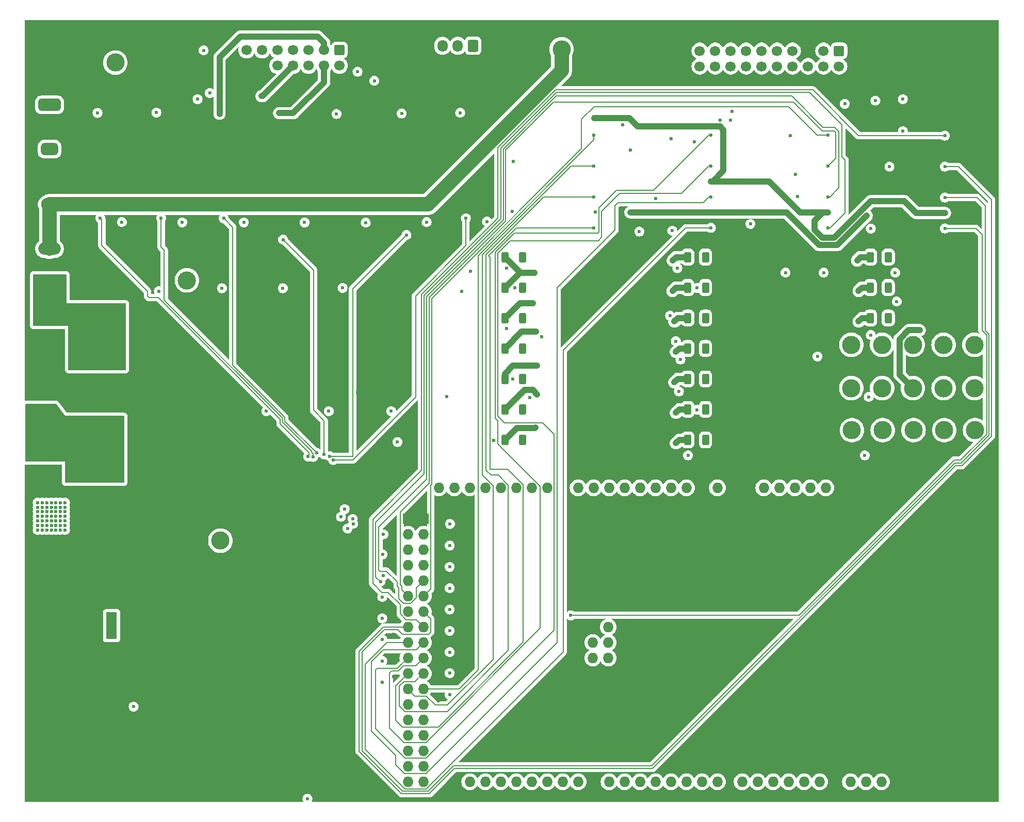
<source format=gbr>
%TF.GenerationSoftware,KiCad,Pcbnew,8.0.6*%
%TF.CreationDate,2025-01-04T02:04:51-08:00*%
%TF.ProjectId,MEP-MAXI-85V-1-REV-2-Interface-Board,4d45502d-4d41-4584-992d-3835562d312d,X1*%
%TF.SameCoordinates,Original*%
%TF.FileFunction,Copper,L4,Bot*%
%TF.FilePolarity,Positive*%
%FSLAX46Y46*%
G04 Gerber Fmt 4.6, Leading zero omitted, Abs format (unit mm)*
G04 Created by KiCad (PCBNEW 8.0.6) date 2025-01-04 02:04:51*
%MOMM*%
%LPD*%
G01*
G04 APERTURE LIST*
G04 Aperture macros list*
%AMRoundRect*
0 Rectangle with rounded corners*
0 $1 Rounding radius*
0 $2 $3 $4 $5 $6 $7 $8 $9 X,Y pos of 4 corners*
0 Add a 4 corners polygon primitive as box body*
4,1,4,$2,$3,$4,$5,$6,$7,$8,$9,$2,$3,0*
0 Add four circle primitives for the rounded corners*
1,1,$1+$1,$2,$3*
1,1,$1+$1,$4,$5*
1,1,$1+$1,$6,$7*
1,1,$1+$1,$8,$9*
0 Add four rect primitives between the rounded corners*
20,1,$1+$1,$2,$3,$4,$5,0*
20,1,$1+$1,$4,$5,$6,$7,0*
20,1,$1+$1,$6,$7,$8,$9,0*
20,1,$1+$1,$8,$9,$2,$3,0*%
G04 Aperture macros list end*
%TA.AperFunction,ComponentPad*%
%ADD10RoundRect,0.250000X0.600000X0.725000X-0.600000X0.725000X-0.600000X-0.725000X0.600000X-0.725000X0*%
%TD*%
%TA.AperFunction,ComponentPad*%
%ADD11O,1.700000X1.950000*%
%TD*%
%TA.AperFunction,ComponentPad*%
%ADD12C,3.000000*%
%TD*%
%TA.AperFunction,ComponentPad*%
%ADD13R,1.800000X4.400000*%
%TD*%
%TA.AperFunction,ComponentPad*%
%ADD14O,1.800000X4.000000*%
%TD*%
%TA.AperFunction,ComponentPad*%
%ADD15O,4.000000X1.800000*%
%TD*%
%TA.AperFunction,ComponentPad*%
%ADD16C,0.900000*%
%TD*%
%TA.AperFunction,ComponentPad*%
%ADD17C,10.000000*%
%TD*%
%TA.AperFunction,ComponentPad*%
%ADD18O,1.727200X1.727200*%
%TD*%
%TA.AperFunction,ComponentPad*%
%ADD19R,1.727200X1.727200*%
%TD*%
%TA.AperFunction,ComponentPad*%
%ADD20RoundRect,0.250000X-0.600000X0.600000X-0.600000X-0.600000X0.600000X-0.600000X0.600000X0.600000X0*%
%TD*%
%TA.AperFunction,ComponentPad*%
%ADD21C,1.700000*%
%TD*%
%TA.AperFunction,ComponentPad*%
%ADD22RoundRect,0.500000X-1.350000X0.500000X-1.350000X-0.500000X1.350000X-0.500000X1.350000X0.500000X0*%
%TD*%
%TA.AperFunction,ComponentPad*%
%ADD23RoundRect,0.500000X-0.900000X0.500000X-0.900000X-0.500000X0.900000X-0.500000X0.900000X0.500000X0*%
%TD*%
%TA.AperFunction,ComponentPad*%
%ADD24O,2.800000X2.000000*%
%TD*%
%TA.AperFunction,ComponentPad*%
%ADD25O,3.700000X2.000000*%
%TD*%
%TA.AperFunction,ComponentPad*%
%ADD26R,3.000000X3.000000*%
%TD*%
%TA.AperFunction,SMDPad,CuDef*%
%ADD27RoundRect,0.250000X0.312500X0.625000X-0.312500X0.625000X-0.312500X-0.625000X0.312500X-0.625000X0*%
%TD*%
%TA.AperFunction,ViaPad*%
%ADD28C,0.600000*%
%TD*%
%TA.AperFunction,Conductor*%
%ADD29C,1.000000*%
%TD*%
%TA.AperFunction,Conductor*%
%ADD30C,2.400000*%
%TD*%
%TA.AperFunction,Conductor*%
%ADD31C,0.200000*%
%TD*%
G04 APERTURE END LIST*
D10*
%TO.P,J408,1,Pin_1*%
%TO.N,+5V*%
X135669000Y-35680000D03*
D11*
%TO.P,J408,2,Pin_2*%
%TO.N,/Arduino DUE IO/RX1*%
X133169000Y-35680000D03*
%TO.P,J408,3,Pin_3*%
%TO.N,/Arduino DUE IO/TX1*%
X130669000Y-35680000D03*
%TO.P,J408,4,Pin_4*%
%TO.N,GND*%
X128169000Y-35680000D03*
%TD*%
D12*
%TO.P,TP708,1,1*%
%TO.N,/Photoisolators/PROXIMITY_HEAD_CCW*%
X207869000Y-91880000D03*
%TD*%
D13*
%TO.P,J301,1*%
%TO.N,Net-(D301-A)*%
X76369000Y-130880000D03*
D14*
%TO.P,J301,2*%
%TO.N,GND*%
X70569000Y-130880000D03*
D15*
%TO.P,J301,MP,MountPin*%
X73369000Y-135680000D03*
%TD*%
D12*
%TO.P,TP713,1,1*%
%TO.N,/Photoisolators/ENCODER_BEND_RESET*%
X217969000Y-84780000D03*
%TD*%
%TO.P,TP714,1,1*%
%TO.N,/Photoisolators/PROXIMITY_SHEAR_CUT*%
X217969000Y-91880000D03*
%TD*%
%TO.P,TP707,1,1*%
%TO.N,/Photoisolators/PROXIMITY_TOOL_OUT*%
X207869000Y-84780000D03*
%TD*%
%TO.P,TP710,1,1*%
%TO.N,/Photoisolators/PROXIMITY_SHEAR_HOME*%
X212919000Y-84780000D03*
%TD*%
D16*
%TO.P,H103,1,1*%
%TO.N,GND*%
X212019000Y-142280000D03*
X213117350Y-139628350D03*
X213117350Y-144931650D03*
X215769000Y-138530000D03*
D17*
X215769000Y-142280000D03*
D16*
X215769000Y-146030000D03*
X218420650Y-139628350D03*
X218420650Y-144931650D03*
X219519000Y-142280000D03*
%TD*%
D12*
%TO.P,TP716,1,1*%
%TO.N,+24V*%
X94219000Y-116930000D03*
%TD*%
D18*
%TO.P,A401,*%
%TO.N,*%
X193556000Y-108240000D03*
%TO.P,A401,3V3,3.3V*%
%TO.N,unconnected-(A401-3.3V-Pad3V3)*%
X185936000Y-108240000D03*
%TO.P,A401,5V1,5V*%
%TO.N,unconnected-(A401-5V-Pad5V1)*%
X183396000Y-108240000D03*
%TO.P,A401,5V2,SPI_5V*%
%TO.N,unconnected-(A401-SPI_5V-Pad5V2)*%
X155329000Y-136180000D03*
%TO.P,A401,5V3,5V*%
%TO.N,unconnected-(A401-5V-Pad5V3)*%
X127516000Y-156500000D03*
%TO.P,A401,5V4,5V*%
%TO.N,unconnected-(A401-5V-Pad5V4)*%
X124976000Y-156500000D03*
%TO.P,A401,A0,A0*%
%TO.N,/Arduino DUE IO/A0*%
X170696000Y-108240000D03*
%TO.P,A401,A1,A1*%
%TO.N,/Arduino DUE IO/A1*%
X168156000Y-108240000D03*
%TO.P,A401,A2,A2*%
%TO.N,/Arduino DUE IO/A2*%
X165616000Y-108240000D03*
%TO.P,A401,A3,A3*%
%TO.N,/Arduino DUE IO/A3*%
X163076000Y-108240000D03*
%TO.P,A401,A4,A4*%
%TO.N,/Arduino DUE IO/A4*%
X160536000Y-108240000D03*
%TO.P,A401,A5,A5*%
%TO.N,/Arduino DUE IO/A5*%
X157996000Y-108240000D03*
%TO.P,A401,A6,A6*%
%TO.N,/Arduino DUE IO/A6*%
X155456000Y-108240000D03*
%TO.P,A401,A7,A7*%
%TO.N,/Arduino DUE IO/A7*%
X152916000Y-108240000D03*
%TO.P,A401,A8,A8*%
%TO.N,/Arduino DUE IO/A8*%
X147836000Y-108240000D03*
%TO.P,A401,A9,A9*%
%TO.N,/Arduino DUE IO/A9*%
X145296000Y-108240000D03*
%TO.P,A401,A10,A10*%
%TO.N,/Arduino DUE IO/A10*%
X142756000Y-108240000D03*
%TO.P,A401,A11,A11*%
%TO.N,/Arduino DUE IO/A11*%
X140216000Y-108240000D03*
%TO.P,A401,AREF,AREF*%
%TO.N,/Arduino DUE IO/AREF*%
X197620000Y-156500000D03*
%TO.P,A401,CANR,CANRX*%
%TO.N,/Arduino DUE IO/CANRX*%
X132596000Y-108240000D03*
%TO.P,A401,CANT,CANTX*%
%TO.N,/Arduino DUE IO/CANTX*%
X130056000Y-108240000D03*
%TO.P,A401,D0,D0/RX0*%
%TO.N,/Arduino DUE IO/RX0*%
X157996000Y-156500000D03*
%TO.P,A401,D1,D1/TX0*%
%TO.N,/Arduino DUE IO/TX0*%
X160536000Y-156500000D03*
%TO.P,A401,D2,D2*%
%TO.N,/Arduino DUE IO/D2*%
X163076000Y-156500000D03*
%TO.P,A401,D3,D3*%
%TO.N,/Arduino DUE IO/D3*%
X165616000Y-156500000D03*
%TO.P,A401,D4,D4_CS1*%
%TO.N,/Arduino DUE IO/D4_CS1*%
X168156000Y-156500000D03*
%TO.P,A401,D5,D5*%
%TO.N,/Arduino DUE IO/D5*%
X170696000Y-156500000D03*
%TO.P,A401,D6,D6*%
%TO.N,/Arduino DUE IO/D6*%
X173236000Y-156500000D03*
%TO.P,A401,D7,D7*%
%TO.N,/Arduino DUE IO/D7*%
X175776000Y-156500000D03*
%TO.P,A401,D8,D8*%
%TO.N,/Arduino DUE IO/D8*%
X179840000Y-156500000D03*
%TO.P,A401,D9,D9*%
%TO.N,/Arduino DUE IO/D9*%
X182380000Y-156500000D03*
%TO.P,A401,D10,D10_CS0*%
%TO.N,/Arduino DUE IO/D10_CSO*%
X184920000Y-156500000D03*
%TO.P,A401,D11,D11*%
%TO.N,/Arduino DUE IO/D11*%
X187460000Y-156500000D03*
%TO.P,A401,D12,D12*%
%TO.N,/Arduino DUE IO/D12*%
X190000000Y-156500000D03*
%TO.P,A401,D13,D13*%
%TO.N,/Arduino DUE IO/D13*%
X192540000Y-156500000D03*
%TO.P,A401,D14,D14/TX3*%
%TO.N,/Arduino DUE IO/TX3*%
X152916000Y-156500000D03*
%TO.P,A401,D15,D15/RX3*%
%TO.N,/Arduino DUE IO/RX3*%
X150376000Y-156500000D03*
%TO.P,A401,D16,D16/TX2*%
%TO.N,/Arduino DUE IO/TX2*%
X147836000Y-156500000D03*
%TO.P,A401,D17,D17/RX2*%
%TO.N,/Arduino DUE IO/RX2*%
X145296000Y-156500000D03*
%TO.P,A401,D18,D18/TX1*%
%TO.N,/Arduino DUE IO/TX1*%
X142756000Y-156500000D03*
%TO.P,A401,D19,D19/RX1*%
%TO.N,/Arduino DUE IO/RX1*%
X140216000Y-156500000D03*
%TO.P,A401,D20,D20/SDA*%
%TO.N,/Arduino DUE IO/SDA*%
X137676000Y-156500000D03*
%TO.P,A401,D21,D21/SCL*%
%TO.N,/Arduino DUE IO/SCL*%
X135136000Y-156500000D03*
%TO.P,A401,D22,D22*%
%TO.N,/Arduino DUE IO/D22*%
X127516000Y-153960000D03*
%TO.P,A401,D23,D23*%
%TO.N,/Arduino DUE IO/D23*%
X124976000Y-153960000D03*
%TO.P,A401,D24,D24*%
%TO.N,/Arduino DUE IO/D24*%
X127516000Y-151420000D03*
%TO.P,A401,D25,D25*%
%TO.N,/Arduino DUE IO/D25*%
X124976000Y-151420000D03*
%TO.P,A401,D26,D26*%
%TO.N,/Arduino DUE IO/D26*%
X127516000Y-148880000D03*
%TO.P,A401,D27,D27*%
%TO.N,/Arduino DUE IO/D27*%
X124976000Y-148880000D03*
%TO.P,A401,D28,D28*%
%TO.N,/Arduino DUE IO/D28*%
X127516000Y-146340000D03*
%TO.P,A401,D29,D29*%
%TO.N,/Arduino DUE IO/D29*%
X124976000Y-146340000D03*
%TO.P,A401,D30,D30*%
%TO.N,/Arduino DUE IO/D30*%
X127516000Y-143800000D03*
%TO.P,A401,D31,D31*%
%TO.N,/Arduino DUE IO/D31*%
X124976000Y-143800000D03*
%TO.P,A401,D32,D32*%
%TO.N,/Arduino DUE IO/D32*%
X127516000Y-141260000D03*
%TO.P,A401,D33,D33*%
%TO.N,/Arduino DUE IO/D33*%
X124976000Y-141260000D03*
%TO.P,A401,D34,D34*%
%TO.N,/Arduino DUE IO/D34*%
X127516000Y-138720000D03*
%TO.P,A401,D35,D35*%
%TO.N,/Arduino DUE IO/D35*%
X124976000Y-138720000D03*
%TO.P,A401,D36,D36*%
%TO.N,/Arduino DUE IO/D36*%
X127516000Y-136180000D03*
%TO.P,A401,D37,D37*%
%TO.N,/Arduino DUE IO/D37*%
X124976000Y-136180000D03*
%TO.P,A401,D38,D38*%
%TO.N,/Arduino DUE IO/D38*%
X127516000Y-133640000D03*
%TO.P,A401,D39,D39*%
%TO.N,/Arduino DUE IO/D39*%
X124976000Y-133640000D03*
%TO.P,A401,D40,D40*%
%TO.N,/Arduino DUE IO/D40*%
X127516000Y-131100000D03*
%TO.P,A401,D41,D41*%
%TO.N,/Arduino DUE IO/D41*%
X124976000Y-131100000D03*
%TO.P,A401,D42,D42*%
%TO.N,/Arduino DUE IO/D42*%
X127516000Y-128560000D03*
%TO.P,A401,D43,D43*%
%TO.N,/Arduino DUE IO/D43*%
X124976000Y-128560000D03*
%TO.P,A401,D44,D44*%
%TO.N,/Arduino DUE IO/D44*%
X127516000Y-126020000D03*
%TO.P,A401,D45,D45*%
%TO.N,/Arduino DUE IO/D45*%
X124976000Y-126020000D03*
%TO.P,A401,D46,D46*%
%TO.N,/Arduino DUE IO/D46*%
X127516000Y-123480000D03*
%TO.P,A401,D47,D47*%
%TO.N,/Arduino DUE IO/D47*%
X124976000Y-123480000D03*
%TO.P,A401,D48,D48*%
%TO.N,/Arduino DUE IO/D48*%
X127516000Y-120940000D03*
%TO.P,A401,D49,D49*%
%TO.N,/Arduino DUE IO/D49*%
X124976000Y-120940000D03*
%TO.P,A401,D50,D50*%
%TO.N,/Arduino DUE IO/D50*%
X127516000Y-118400000D03*
%TO.P,A401,D51,D51*%
%TO.N,/Arduino DUE IO/D51*%
X124976000Y-118400000D03*
%TO.P,A401,D52,D52_CS2*%
%TO.N,/Arduino DUE IO/D52_CS2*%
X127516000Y-115860000D03*
%TO.P,A401,D53,D53*%
%TO.N,/Arduino DUE IO/D53*%
X124976000Y-115860000D03*
%TO.P,A401,DAC0,DAC0*%
%TO.N,/Arduino DUE IO/DAC0*%
X137676000Y-108240000D03*
%TO.P,A401,DAC1,DAC1*%
%TO.N,/Arduino DUE IO/DAC1*%
X135136000Y-108240000D03*
D19*
%TO.P,A401,GND1,GND*%
%TO.N,GND*%
X195080000Y-156500000D03*
%TO.P,A401,GND2,GND*%
X180856000Y-108240000D03*
%TO.P,A401,GND3,GND*%
X178316000Y-108240000D03*
%TO.P,A401,GND4,SPI_GND*%
X155329000Y-131100000D03*
%TO.P,A401,GND5,GND*%
X127516000Y-113320000D03*
%TO.P,A401,GND6,GND*%
X124976000Y-113320000D03*
D18*
%TO.P,A401,IORF,IOREF*%
%TO.N,/Arduino DUE IO/IOREF*%
X191016000Y-108240000D03*
%TO.P,A401,MISO,SPI_MISO*%
%TO.N,/Arduino DUE IO/SPI_MISO*%
X157869000Y-136180000D03*
%TO.P,A401,MOSI,SPI_MOSI*%
%TO.N,/Arduino DUE IO/SPI_MOSI*%
X155329000Y-133640000D03*
%TO.P,A401,RST1,RESET*%
%TO.N,/Arduino DUE IO/~{RESET}*%
X188476000Y-108240000D03*
%TO.P,A401,RST2,SPI_RESET*%
%TO.N,/Arduino DUE IO/SPI_RESET*%
X157869000Y-131100000D03*
%TO.P,A401,SCK,SPI_SCK*%
%TO.N,/Arduino DUE IO/SPI_SCK*%
X157869000Y-133640000D03*
%TO.P,A401,SCL1,SCL1*%
%TO.N,/Arduino DUE IO/SCL1*%
X202700000Y-156500000D03*
%TO.P,A401,SDA1,SDA1*%
%TO.N,/Arduino DUE IO/SDA1*%
X200160000Y-156500000D03*
%TO.P,A401,VIN,VIN*%
%TO.N,+12V*%
X175776000Y-108240000D03*
%TD*%
D12*
%TO.P,TP706,1,1*%
%TO.N,/Photoisolators/PROXIMITY_HEAD_IN*%
X202919000Y-98780000D03*
%TD*%
D16*
%TO.P,H104,1,1*%
%TO.N,GND*%
X64619000Y-142280000D03*
X65717350Y-139628350D03*
X65717350Y-144931650D03*
X68369000Y-138530000D03*
D17*
X68369000Y-142280000D03*
D16*
X68369000Y-146030000D03*
X71020650Y-139628350D03*
X71020650Y-144931650D03*
X72119000Y-142280000D03*
%TD*%
D20*
%TO.P,J601,1,Pin_1*%
%TO.N,/Photoisolators/ENCODER_FEED_SET*%
X195750000Y-36500000D03*
D21*
%TO.P,J601,2,Pin_2*%
%TO.N,/Photoisolators/ENCODER_FEED_RESET*%
X195750000Y-39040000D03*
%TO.P,J601,3,Pin_3*%
%TO.N,/Photoisolators/ENCODER_BEND_SET*%
X193210000Y-36500000D03*
%TO.P,J601,4,Pin_4*%
%TO.N,/Photoisolators/ENCODER_BEND_RESET*%
X193210000Y-39040000D03*
%TO.P,J601,5,Pin_5*%
%TO.N,GND*%
X190670000Y-36500000D03*
%TO.P,J601,6,Pin_6*%
%TO.N,24VRAW*%
X190670000Y-39040000D03*
%TO.P,J601,7,Pin_7*%
%TO.N,/Photoisolators/PROXIMITY_HEAD_OUT*%
X188130000Y-36500000D03*
%TO.P,J601,8,Pin_8*%
%TO.N,/Photoisolators/PROXIMITY_HEAD_IN*%
X188130000Y-39040000D03*
%TO.P,J601,9,Pin_9*%
%TO.N,/Photoisolators/PROXIMITY_SHEAR_HOME*%
X185590000Y-36500000D03*
%TO.P,J601,10,Pin_10*%
%TO.N,/Photoisolators/PROXIMITY_SHEAR_CUT*%
X185590000Y-39040000D03*
%TO.P,J601,11,Pin_11*%
%TO.N,/Photoisolators/PROXIMITY_TOOL_IN*%
X183050000Y-36500000D03*
%TO.P,J601,12,Pin_12*%
%TO.N,/Photoisolators/PROXIMITY_TOOL_OUT*%
X183050000Y-39040000D03*
%TO.P,J601,13,Pin_13*%
%TO.N,/Photoisolators/SHEAR_BUTTON*%
X180510000Y-36500000D03*
%TO.P,J601,14,Pin_14*%
%TO.N,/Photoisolators/PROXIMITY_HEAD_LIM*%
X180510000Y-39040000D03*
%TO.P,J601,15,Pin_15*%
%TO.N,/Photoisolators/PROXIMITY_HEAD_CW*%
X177970000Y-36500000D03*
%TO.P,J601,16,Pin_16*%
%TO.N,/Photoisolators/PROXIMITY_HEAD_CCW*%
X177970000Y-39040000D03*
%TO.P,J601,17,Pin_17*%
%TO.N,/Photoisolators/AUTO_BUTTON*%
X175430000Y-36500000D03*
%TO.P,J601,18,Pin_18*%
%TO.N,unconnected-(J601-Pin_18-Pad18)*%
X175430000Y-39040000D03*
%TO.P,J601,19,Pin_19*%
%TO.N,unconnected-(J601-Pin_19-Pad19)*%
X172890000Y-36500000D03*
%TO.P,J601,20,Pin_20*%
%TO.N,unconnected-(J601-Pin_20-Pad20)*%
X172890000Y-39040000D03*
%TD*%
D12*
%TO.P,TP703,1,1*%
%TO.N,/Photoisolators/PROXIMITY_TOOL_IN*%
X197869000Y-98780000D03*
%TD*%
%TO.P,TP701,1,1*%
%TO.N,/Photoisolators/ENCODER_FEED_SET*%
X197769000Y-84780000D03*
%TD*%
%TO.P,TP717,1,1*%
%TO.N,/Photoisolators/ESTOP*%
X88719000Y-74180000D03*
%TD*%
%TO.P,TP801,1,1*%
%TO.N,/Solenoid MOSFETS/FUSED_GND*%
X76969000Y-38430000D03*
%TD*%
D16*
%TO.P,H101,1,1*%
%TO.N,GND*%
X212019000Y-37980000D03*
X213117350Y-35328350D03*
X213117350Y-40631650D03*
X215769000Y-34230000D03*
D17*
X215769000Y-37980000D03*
D16*
X215769000Y-41730000D03*
X218420650Y-35328350D03*
X218420650Y-40631650D03*
X219519000Y-37980000D03*
%TD*%
D22*
%TO.P,F501,1*%
%TO.N,/Solenoid MOSFETS/FUSED_GND*%
X66169000Y-45370000D03*
D23*
X66169000Y-52640000D03*
D24*
%TO.P,F501,2*%
%TO.N,/Photoisolators/ESTOP*%
X66169000Y-61720000D03*
D25*
X66169000Y-68990000D03*
%TD*%
D12*
%TO.P,TP715,1,1*%
%TO.N,/Photoisolators/PROXIMITY_HEAD_LIM*%
X218069000Y-98780000D03*
%TD*%
D16*
%TO.P,H102,1,1*%
%TO.N,GND*%
X64619000Y-37980000D03*
X65717350Y-35328350D03*
X65717350Y-40631650D03*
X68369000Y-34230000D03*
D17*
X68369000Y-37980000D03*
D16*
X68369000Y-41730000D03*
X71020650Y-35328350D03*
X71020650Y-40631650D03*
X72119000Y-37980000D03*
%TD*%
D12*
%TO.P,TP704,1,1*%
%TO.N,/Photoisolators/PROXIMITY_HEAD_CW*%
X202819000Y-84780000D03*
%TD*%
%TO.P,TP709,1,1*%
%TO.N,/Photoisolators/ENCODER_BEND_SET*%
X207969000Y-98780000D03*
%TD*%
%TO.P,TP702,1,1*%
%TO.N,/Photoisolators/PROXIMITY_HEAD_OUT*%
X197769000Y-91880000D03*
%TD*%
D26*
%TO.P,J501,1,Pin_1*%
%TO.N,GND*%
X155290000Y-36250000D03*
D12*
%TO.P,J501,2,Pin_2*%
%TO.N,/Photoisolators/ESTOP*%
X150210000Y-36250000D03*
%TD*%
%TO.P,TP712,1,1*%
%TO.N,/Photoisolators/AUTO_BUTTON*%
X213019000Y-98780000D03*
%TD*%
%TO.P,TP705,1,1*%
%TO.N,/Photoisolators/ENCODER_FEED_RESET*%
X202819000Y-91880000D03*
%TD*%
D20*
%TO.P,J201,1,Pin_1*%
%TO.N,/Output Connections/SOL_SHEER_CUT*%
X113769000Y-36380000D03*
D21*
%TO.P,J201,2,Pin_2*%
%TO.N,/Output Connections/SOL_SHEER_HOME*%
X113769000Y-38920000D03*
%TO.P,J201,3,Pin_3*%
%TO.N,/Output Connections/SOL_TOOL_OUT*%
X111229000Y-36380000D03*
%TO.P,J201,4,Pin_4*%
%TO.N,/Output Connections/SOL_TOOL_IN*%
X111229000Y-38920000D03*
%TO.P,J201,5,Pin_5*%
%TO.N,/Output Connections/SOL_FEED_FORWARD*%
X108689000Y-36380000D03*
%TO.P,J201,6,Pin_6*%
%TO.N,/Output Connections/SOL_FEED_REVERSE*%
X108689000Y-38920000D03*
%TO.P,J201,7,Pin_7*%
%TO.N,/Output Connections/SOL_HEAD_CW*%
X106149000Y-36380000D03*
%TO.P,J201,8,Pin_8*%
%TO.N,/Output Connections/SOL_HEAD_CCW*%
X106149000Y-38920000D03*
%TO.P,J201,9,Pin_9*%
%TO.N,/Output Connections/SOL_HEAD_OUT*%
X103609000Y-36380000D03*
%TO.P,J201,10,Pin_10*%
%TO.N,/Output Connections/SOL_HEAD_IN*%
X103609000Y-38920000D03*
%TO.P,J201,11,Pin_11*%
%TO.N,24VRAW*%
X101069000Y-36380000D03*
%TO.P,J201,12,Pin_12*%
%TO.N,GND*%
X101069000Y-38920000D03*
%TO.P,J201,13,Pin_13*%
%TO.N,unconnected-(J201-Pin_13-Pad13)*%
X98529000Y-36380000D03*
%TO.P,J201,14,Pin_14*%
%TO.N,GND*%
X98529000Y-38920000D03*
%TD*%
D12*
%TO.P,TP711,1,1*%
%TO.N,/Photoisolators/SHEAR_BUTTON*%
X212919000Y-91880000D03*
%TD*%
D27*
%TO.P,R809,1*%
%TO.N,Net-(D801-A)*%
X203831500Y-80380000D03*
%TO.P,R809,2*%
%TO.N,+5V*%
X200906500Y-80380000D03*
%TD*%
%TO.P,R745,1*%
%TO.N,Net-(D713-A)*%
X173832651Y-95380000D03*
%TO.P,R745,2*%
%TO.N,+5V*%
X170907651Y-95380000D03*
%TD*%
%TO.P,R721,1*%
%TO.N,Net-(D705-A)*%
X143831500Y-90380000D03*
%TO.P,R721,2*%
%TO.N,+5V*%
X140906500Y-90380000D03*
%TD*%
%TO.P,R736,1*%
%TO.N,Net-(D712-A)*%
X173831500Y-90380000D03*
%TO.P,R736,2*%
%TO.N,+5V*%
X170906500Y-90380000D03*
%TD*%
%TO.P,R723,1*%
%TO.N,Net-(D707-A)*%
X143831500Y-100380000D03*
%TO.P,R723,2*%
%TO.N,+5V*%
X140906500Y-100380000D03*
%TD*%
%TO.P,R701,1*%
%TO.N,Net-(D701-A)*%
X143831500Y-70380000D03*
%TO.P,R701,2*%
%TO.N,+5V*%
X140906500Y-70380000D03*
%TD*%
%TO.P,R748,1*%
%TO.N,Net-(D716-A)*%
X203831500Y-75380000D03*
%TO.P,R748,2*%
%TO.N,+5V*%
X200906500Y-75380000D03*
%TD*%
%TO.P,R747,1*%
%TO.N,Net-(D715-A)*%
X203832651Y-70375705D03*
%TO.P,R747,2*%
%TO.N,+5V*%
X200907651Y-70375705D03*
%TD*%
%TO.P,R724,1*%
%TO.N,Net-(D708-A)*%
X173831500Y-70380000D03*
%TO.P,R724,2*%
%TO.N,+5V*%
X170906500Y-70380000D03*
%TD*%
%TO.P,R702,1*%
%TO.N,Net-(D702-A)*%
X143831500Y-75380000D03*
%TO.P,R702,2*%
%TO.N,+5V*%
X140906500Y-75380000D03*
%TD*%
%TO.P,R722,1*%
%TO.N,Net-(D706-A)*%
X143831500Y-95380000D03*
%TO.P,R722,2*%
%TO.N,+5V*%
X140906500Y-95380000D03*
%TD*%
%TO.P,R725,1*%
%TO.N,Net-(D709-A)*%
X173831500Y-75380000D03*
%TO.P,R725,2*%
%TO.N,+5V*%
X170906500Y-75380000D03*
%TD*%
%TO.P,R726,1*%
%TO.N,Net-(D710-A)*%
X173831500Y-80380000D03*
%TO.P,R726,2*%
%TO.N,+5V*%
X170906500Y-80380000D03*
%TD*%
%TO.P,R712,1*%
%TO.N,Net-(D704-A)*%
X143831500Y-85380000D03*
%TO.P,R712,2*%
%TO.N,+5V*%
X140906500Y-85380000D03*
%TD*%
%TO.P,R711,1*%
%TO.N,Net-(D703-A)*%
X143831500Y-80380000D03*
%TO.P,R711,2*%
%TO.N,+5V*%
X140906500Y-80380000D03*
%TD*%
%TO.P,R735,1*%
%TO.N,Net-(D711-A)*%
X173831500Y-85380000D03*
%TO.P,R735,2*%
%TO.N,+5V*%
X170906500Y-85380000D03*
%TD*%
%TO.P,R746,1*%
%TO.N,Net-(D714-A)*%
X173831500Y-100380000D03*
%TO.P,R746,2*%
%TO.N,+5V*%
X170906500Y-100380000D03*
%TD*%
D28*
%TO.N,GND*%
X192000000Y-37750000D03*
X189500000Y-37750000D03*
X192000000Y-34000000D03*
X191250000Y-34000000D03*
%TO.N,24VRAW*%
X79969000Y-144180000D03*
%TO.N,GND*%
X85906500Y-63940000D03*
X106531500Y-92680000D03*
X188219000Y-34000000D03*
X116731500Y-92580000D03*
X189000000Y-34000000D03*
X129969000Y-143180000D03*
X209500000Y-58250000D03*
X129969000Y-125680000D03*
X122719000Y-118230000D03*
X209500000Y-49000000D03*
X210250000Y-48250000D03*
X115931500Y-63880000D03*
X130031500Y-115130000D03*
X209500000Y-48250000D03*
X189750000Y-34000000D03*
X96031500Y-64030000D03*
X209500000Y-56750000D03*
X122844000Y-121730000D03*
X122656500Y-139230000D03*
X122656500Y-128730000D03*
X206000000Y-52750000D03*
X122656500Y-135730000D03*
X190500000Y-34000000D03*
X210250000Y-47500000D03*
X209500000Y-47500000D03*
X105994000Y-64042500D03*
X122662605Y-132280000D03*
X209500000Y-56000000D03*
X211000000Y-47500000D03*
X111250000Y-147750000D03*
X112000000Y-147750000D03*
X206750000Y-55500000D03*
X206000000Y-51750000D03*
X76006500Y-64062500D03*
X191000000Y-35000000D03*
X189500000Y-35250000D03*
X87769000Y-105667500D03*
X206500000Y-52250000D03*
X191750000Y-35250000D03*
X209750000Y-52500000D03*
X206750000Y-51500000D03*
X96331500Y-92580000D03*
X122656500Y-125230000D03*
X126031500Y-63990000D03*
X187500000Y-34000000D03*
X109000000Y-147750000D03*
X206000000Y-55250000D03*
X190250000Y-35000000D03*
X129969000Y-132680000D03*
X122844001Y-114930001D03*
X109750000Y-147750000D03*
X129969000Y-122180000D03*
X210250000Y-58000000D03*
X129969000Y-139630000D03*
X129968999Y-118679998D03*
X209500000Y-57500000D03*
X129969000Y-129180000D03*
X110500000Y-147750000D03*
X210500000Y-52750000D03*
X135976485Y-63924987D03*
X129969000Y-136180000D03*
%TO.N,+5V*%
X62719000Y-96430000D03*
X87944000Y-64677500D03*
X65469000Y-101180000D03*
X65469000Y-102680000D03*
X168969000Y-100930000D03*
X66969000Y-101180000D03*
X62719000Y-95680000D03*
X62719000Y-100930000D03*
X67719000Y-103430000D03*
X168969000Y-95930000D03*
X66219000Y-100430000D03*
X65469000Y-101930000D03*
X98069000Y-64667500D03*
X198969000Y-75930000D03*
X65469000Y-100430000D03*
X112000000Y-95680000D03*
X62719000Y-103180000D03*
X168719000Y-80930000D03*
X66219000Y-101930000D03*
X63469000Y-96430000D03*
X78044000Y-64637500D03*
X101750000Y-95680000D03*
X145909686Y-98370686D03*
X168419000Y-75930000D03*
X64719000Y-100430000D03*
X66219000Y-101180000D03*
X146219000Y-88180000D03*
X62719000Y-101680000D03*
X168969000Y-85930000D03*
X168719000Y-90930000D03*
X64719000Y-101180000D03*
X67719000Y-101930000D03*
X66219000Y-103430000D03*
X118069000Y-64717500D03*
X198719000Y-70930000D03*
X145719000Y-72930000D03*
X64719000Y-102680000D03*
X67719000Y-100430000D03*
X145469000Y-77930000D03*
X67719000Y-102680000D03*
X137969000Y-64555000D03*
X122249978Y-95680000D03*
X145969000Y-82630000D03*
X128069000Y-64627500D03*
X198969000Y-80930000D03*
X66969000Y-102680000D03*
X62719000Y-97180000D03*
X66219000Y-102680000D03*
X67719000Y-101180000D03*
X62719000Y-100180000D03*
X62719000Y-102430000D03*
X65469000Y-103430000D03*
X62719000Y-94930000D03*
X66969000Y-103430000D03*
X62719000Y-98680000D03*
X66969000Y-101930000D03*
X146219000Y-92930000D03*
X62719000Y-99430000D03*
X108031500Y-64680000D03*
X66969000Y-100430000D03*
X168469000Y-70930000D03*
X64719000Y-103430000D03*
X62719000Y-97930000D03*
X64719000Y-101930000D03*
%TO.N,+12V*%
X68719000Y-110680000D03*
X64219000Y-114430000D03*
X67969000Y-114430000D03*
X66469000Y-113680000D03*
X68719000Y-112180000D03*
X66469000Y-114430000D03*
X68719000Y-114430000D03*
X64969000Y-115180000D03*
X64969000Y-112180000D03*
X64969000Y-112930000D03*
X65719000Y-112930000D03*
X66469000Y-111430000D03*
X65719000Y-114430000D03*
X67219000Y-112930000D03*
X66469000Y-110680000D03*
X64219000Y-110680000D03*
X64219000Y-112930000D03*
X67969000Y-112930000D03*
X65719000Y-113680000D03*
X67219000Y-111430000D03*
X67219000Y-113680000D03*
X67969000Y-110680000D03*
X65719000Y-115180000D03*
X67969000Y-112180000D03*
X64219000Y-115180000D03*
X64969000Y-111430000D03*
X67219000Y-114430000D03*
X64969000Y-110680000D03*
X64219000Y-113680000D03*
X66469000Y-112930000D03*
X64219000Y-112180000D03*
X64969000Y-114430000D03*
X64219000Y-111480003D03*
X67219000Y-112180000D03*
X66469000Y-112180000D03*
X65719000Y-111430000D03*
X67969000Y-111430000D03*
X64969000Y-113680000D03*
X67969000Y-113680000D03*
X66469000Y-115180000D03*
X65719000Y-112180000D03*
X67969000Y-115180000D03*
X67219000Y-115180000D03*
X65719000Y-110680000D03*
X68719000Y-113680000D03*
X67219000Y-110680000D03*
X68719000Y-112930000D03*
X68719000Y-115180000D03*
X68719000Y-111430000D03*
%TO.N,+3V3*%
X68469000Y-77430000D03*
X65469000Y-76680000D03*
X68469000Y-75930000D03*
X66969000Y-75930000D03*
X66969000Y-78180000D03*
X63969000Y-77430000D03*
X63969000Y-75180000D03*
X67719000Y-78180000D03*
X64719000Y-78180000D03*
X68469000Y-76680000D03*
X67719000Y-75180000D03*
X65469000Y-75180000D03*
X66219000Y-74430000D03*
X63969000Y-78180000D03*
X66969000Y-77430000D03*
X193919000Y-63030000D03*
X66969000Y-75180000D03*
X108500000Y-159305000D03*
X65469000Y-73680000D03*
X213119000Y-63130000D03*
X66969000Y-76680000D03*
X67719000Y-74430000D03*
X63969000Y-76680000D03*
X63969000Y-73680000D03*
X65469000Y-74430000D03*
X65469000Y-75930000D03*
X64719000Y-73680000D03*
X67719000Y-76680000D03*
X63969000Y-75930000D03*
X64719000Y-74430000D03*
X65469000Y-78180000D03*
X66969000Y-73680000D03*
X64719000Y-76680000D03*
X68469000Y-78180000D03*
X67719000Y-77430000D03*
X155750000Y-63000000D03*
X65469000Y-77430000D03*
X66219000Y-75930000D03*
X68469000Y-74430000D03*
X67719000Y-75930000D03*
X133819000Y-75990000D03*
X67719000Y-73680000D03*
X68469000Y-73680000D03*
X64719000Y-77430000D03*
X64719000Y-75180000D03*
X174719000Y-57950000D03*
X66219000Y-75180000D03*
X66969000Y-74430000D03*
X68469000Y-75180000D03*
X66219000Y-76680000D03*
X66219000Y-78180000D03*
X63969000Y-74430000D03*
X66219000Y-73680000D03*
X155579454Y-47529998D03*
X64719000Y-75930000D03*
X66219000Y-77430000D03*
%TO.N,/Output Connections/SOL_SHEER_CUT*%
X74044000Y-46700000D03*
%TO.N,/Output Connections/SOL_SHEER_HOME*%
X83706500Y-46640000D03*
%TO.N,/Output Connections/SOL_TOOL_OUT*%
X94069000Y-46830000D03*
%TO.N,/Output Connections/SOL_TOOL_IN*%
X103869000Y-46742500D03*
%TO.N,/Output Connections/SOL_FEED_FORWARD*%
X119469018Y-41430009D03*
X123969000Y-46790000D03*
%TO.N,/Output Connections/SOL_FEED_REVERSE*%
X133569000Y-46680000D03*
X116719000Y-39930000D03*
%TO.N,/Output Connections/SOL_HEAD_CW*%
X91469000Y-36430000D03*
X90469000Y-44430000D03*
X94469000Y-75480000D03*
%TO.N,/Output Connections/SOL_HEAD_CCW*%
X104469000Y-75480000D03*
X100969000Y-43930000D03*
%TO.N,/Photoisolators/ESTOP*%
X160218996Y-48679996D03*
X181219000Y-64930000D03*
%TO.N,/Photoisolators/ENCODER_FEED_RESET*%
X196692529Y-45206471D03*
%TO.N,/Photoisolators/ENCODER_BEND_RESET*%
X201719024Y-44680000D03*
%TO.N,/Output Connections/SOL_HEAD_OUT*%
X114269000Y-75420000D03*
X92469000Y-43430000D03*
%TO.N,/Output Connections/SOL_HEAD_IN*%
X113269000Y-46880000D03*
%TO.N,/Photoisolators/PROXIMITY_SHEAR_CUT*%
X162969000Y-66180000D03*
%TO.N,/Photoisolators/PROXIMITY_HEAD_OUT*%
X168219000Y-50930000D03*
%TO.N,/Photoisolators/PROXIMITY_SHEAR_HOME*%
X171969000Y-51430000D03*
X165619000Y-60730000D03*
X176274917Y-47880031D03*
%TO.N,/Photoisolators/PROXIMITY_HEAD_IN*%
X168370471Y-66028529D03*
%TO.N,/Photoisolators/SHEAR_BUTTON*%
X177970481Y-47878538D03*
X200619000Y-93330000D03*
%TO.N,/Photoisolators/PROXIMITY_TOOL_OUT*%
X204019000Y-55510000D03*
%TO.N,/Photoisolators/PROXIMITY_TOOL_IN*%
X206219000Y-44430000D03*
X206219000Y-49680000D03*
X199969000Y-102930000D03*
%TO.N,/Photoisolators/PROXIMITY_HEAD_LIM*%
X192219000Y-86680000D03*
X178219000Y-46430000D03*
X193219000Y-72930000D03*
X186969000Y-72930000D03*
X200969000Y-65680000D03*
%TO.N,/Photoisolators/PROXIMITY_HEAD_CCW*%
X188573690Y-56783062D03*
X208979938Y-82373591D03*
%TO.N,/Photoisolators/PROXIMITY_HEAD_CW*%
X187719000Y-50430000D03*
%TO.N,/Photoisolators/AUTO_BUTTON*%
X188919000Y-60430000D03*
%TO.N,Net-(D701-A)*%
X143831500Y-70380000D03*
%TO.N,Net-(D701-K)*%
X116003042Y-114150007D03*
X141219000Y-72180000D03*
X131844000Y-142230000D03*
%TO.N,Net-(D702-A)*%
X143831500Y-75380000D03*
%TO.N,Net-(D702-K)*%
X142568651Y-75409519D03*
X120781500Y-140180000D03*
%TO.N,Net-(D703-K)*%
X141178899Y-82121571D03*
X131844000Y-138680000D03*
X115092723Y-114941252D03*
%TO.N,Net-(D703-A)*%
X143831502Y-80380000D03*
%TO.N,Net-(D704-A)*%
X143831502Y-85380000D03*
%TO.N,Net-(D704-K)*%
X120781500Y-136680000D03*
X146969000Y-83430000D03*
%TO.N,Net-(D705-K)*%
X142219000Y-90430000D03*
X131844000Y-135230000D03*
X131371275Y-93250020D03*
%TO.N,Net-(D705-A)*%
X143831498Y-90380000D03*
%TO.N,Net-(D706-A)*%
X143750985Y-95299485D03*
%TO.N,Net-(D706-K)*%
X120781500Y-133180000D03*
X144969000Y-93429990D03*
%TO.N,Net-(D707-K)*%
X139069000Y-100430000D03*
X123268265Y-100729265D03*
X131844000Y-131730000D03*
%TO.N,Net-(D707-A)*%
X143849515Y-100398015D03*
%TO.N,Net-(D708-A)*%
X173831500Y-70380000D03*
%TO.N,Net-(D708-K)*%
X169219000Y-72180002D03*
X120781500Y-129680000D03*
%TO.N,Net-(D709-K)*%
X131844000Y-128230000D03*
X168969000Y-84180000D03*
X172469000Y-75430000D03*
%TO.N,Net-(D709-A)*%
X173831502Y-75380000D03*
%TO.N,Net-(D710-K)*%
X168018265Y-79979265D03*
X120781500Y-126180000D03*
%TO.N,Net-(D710-A)*%
X173831500Y-80380000D03*
%TO.N,Net-(D711-K)*%
X169719000Y-87180000D03*
X131844000Y-124730000D03*
%TO.N,Net-(D711-A)*%
X173831502Y-85380000D03*
%TO.N,Net-(D712-K)*%
X120969000Y-122680000D03*
X169469000Y-92430000D03*
%TO.N,Net-(D712-A)*%
X173831500Y-90380000D03*
%TO.N,Net-(D713-K)*%
X172469000Y-95430000D03*
X131844000Y-121230000D03*
%TO.N,Net-(D713-A)*%
X173832651Y-95380000D03*
%TO.N,Net-(D714-A)*%
X173831502Y-100380000D03*
%TO.N,Net-(D714-K)*%
X170969000Y-102930000D03*
X120844000Y-119180000D03*
%TO.N,Net-(D715-K)*%
X131843998Y-117729999D03*
X204969000Y-72930000D03*
%TO.N,Net-(D715-A)*%
X203719000Y-70375705D03*
%TO.N,Net-(D716-A)*%
X203719000Y-75380000D03*
%TO.N,Net-(D716-K)*%
X120969001Y-115879998D03*
X205216017Y-77671051D03*
%TO.N,Net-(D801-A)*%
X203768998Y-80380000D03*
%TO.N,Net-(D801-K)*%
X131906500Y-114180000D03*
X200969008Y-83180000D03*
%TO.N,+24V*%
X200281279Y-63564779D03*
X84119000Y-75957500D03*
X180606500Y-63030000D03*
X161506500Y-63030000D03*
X161506500Y-52830000D03*
X135219000Y-72680000D03*
X142281500Y-54680000D03*
X142076721Y-62875221D03*
%TO.N,/Arduino DUE IO/D44*%
X193919000Y-50330000D03*
%TO.N,/Arduino DUE IO/D31*%
X115925513Y-113353770D03*
%TO.N,/Arduino DUE IO/D29*%
X114000000Y-113000000D03*
%TO.N,/Arduino DUE IO/D46*%
X193919000Y-60490000D03*
%TO.N,/Arduino DUE IO/D35*%
X155519000Y-65570000D03*
%TO.N,/Arduino DUE IO/D36*%
X174719000Y-50330000D03*
%TO.N,/Arduino DUE IO/D37*%
X174719000Y-55410000D03*
%TO.N,/Arduino DUE IO/D24*%
X94750000Y-64000000D03*
X110000000Y-102500000D03*
%TO.N,/Arduino DUE IO/D22*%
X74500000Y-64000000D03*
X108625000Y-103125000D03*
%TO.N,/Arduino DUE IO/D42*%
X213119000Y-60590000D03*
%TO.N,/Arduino DUE IO/D34*%
X155519000Y-60490000D03*
%TO.N,/Arduino DUE IO/D27*%
X134500000Y-64000000D03*
X112743471Y-103675735D03*
%TO.N,/Arduino DUE IO/D40*%
X213119000Y-50430000D03*
%TO.N,/Arduino DUE IO/D25*%
X104500000Y-67500000D03*
X111250000Y-102750000D03*
%TO.N,/Arduino DUE IO/D33*%
X155519000Y-55410000D03*
%TO.N,/Arduino DUE IO/D32*%
X155519000Y-50329990D03*
%TO.N,/Arduino DUE IO/D38*%
X174719000Y-60490000D03*
%TO.N,/Arduino DUE IO/D41*%
X213119000Y-55510000D03*
%TO.N,/Arduino DUE IO/D26*%
X112174265Y-103075735D03*
X124750000Y-66750000D03*
%TO.N,/Arduino DUE IO/D39*%
X174719000Y-65570000D03*
%TO.N,/Arduino DUE IO/D30*%
X114600000Y-111751383D03*
%TO.N,/Arduino DUE IO/D43*%
X151719000Y-129180000D03*
X213119000Y-65670000D03*
%TO.N,/Arduino DUE IO/D47*%
X120498765Y-123650235D03*
X193919000Y-65570000D03*
%TO.N,/Arduino DUE IO/D45*%
X193969000Y-55410000D03*
%TO.N,/Arduino DUE IO/D23*%
X84500000Y-64000000D03*
X109423921Y-103166577D03*
%TD*%
D29*
%TO.N,+5V*%
X140906500Y-70380000D02*
X143456500Y-72930000D01*
X199519000Y-80380000D02*
X198969000Y-80930000D01*
X170906500Y-100380000D02*
X169519000Y-100380000D01*
X169519000Y-95380000D02*
X168969000Y-95930000D01*
X143356500Y-72930000D02*
X145719000Y-72930000D01*
X199519000Y-75380000D02*
X198969000Y-75930000D01*
X168969000Y-75380000D02*
X168419000Y-75930000D01*
X142231500Y-88180000D02*
X146219000Y-88180000D01*
X170907651Y-95380000D02*
X169519000Y-95380000D01*
X140906500Y-90380000D02*
X140906500Y-89505000D01*
X170906500Y-85380000D02*
X169519000Y-85380000D01*
X169269000Y-80380000D02*
X168719000Y-80930000D01*
X140906500Y-100380000D02*
X142856500Y-98430000D01*
X200907651Y-70375705D02*
X199273295Y-70375705D01*
X140906500Y-75380000D02*
X143356500Y-72930000D01*
X170906500Y-80380000D02*
X169269000Y-80380000D01*
X140906500Y-89505000D02*
X142231500Y-88180000D01*
X143656500Y-82630000D02*
X145969000Y-82630000D01*
X143356500Y-77930000D02*
X145469000Y-77930000D01*
X169019000Y-70380000D02*
X168469000Y-70930000D01*
X145469000Y-92180000D02*
X146219000Y-92930000D01*
X170906500Y-90380000D02*
X169269000Y-90380000D01*
X145850372Y-98430000D02*
X145909686Y-98370686D01*
X140906500Y-95380000D02*
X144106500Y-92180000D01*
X143456500Y-72930000D02*
X145719000Y-72930000D01*
X199273295Y-70375705D02*
X198719000Y-70930000D01*
X169519000Y-85380000D02*
X168969000Y-85930000D01*
X140906500Y-85380000D02*
X143656500Y-82630000D01*
X200906500Y-75380000D02*
X199519000Y-75380000D01*
X140906500Y-80380000D02*
X143356500Y-77930000D01*
X142856500Y-98430000D02*
X145850372Y-98430000D01*
X169269000Y-90380000D02*
X168719000Y-90930000D01*
X170906500Y-70380000D02*
X169019000Y-70380000D01*
X200906500Y-80380000D02*
X199519000Y-80380000D01*
X169519000Y-100380000D02*
X168969000Y-100930000D01*
X170906500Y-75380000D02*
X168969000Y-75380000D01*
X144106500Y-92180000D02*
X145469000Y-92180000D01*
%TO.N,+3V3*%
X193919000Y-63030000D02*
X189319000Y-63030000D01*
X206469000Y-61180000D02*
X200969000Y-61180000D01*
X176769000Y-49480000D02*
X176219000Y-48930000D01*
X208419000Y-63130000D02*
X206469000Y-61180000D01*
X184239000Y-57950000D02*
X174719000Y-57950000D01*
X213119000Y-63130000D02*
X208419000Y-63130000D01*
X176769000Y-56225000D02*
X176769000Y-49480000D01*
X200969000Y-61180000D02*
X194969000Y-67180000D01*
X175044000Y-57950000D02*
X176769000Y-56225000D01*
X162719000Y-48930000D02*
X161318998Y-47529998D01*
X194969000Y-67180000D02*
X192969000Y-67180000D01*
X192969000Y-67180000D02*
X191719000Y-65930000D01*
X161318998Y-47529998D02*
X155579454Y-47529998D01*
X176219000Y-48930000D02*
X162719000Y-48930000D01*
X191719000Y-64430000D02*
X193119000Y-63030000D01*
X193119000Y-63030000D02*
X193919000Y-63030000D01*
X174719000Y-57950000D02*
X175044000Y-57950000D01*
X189319000Y-63030000D02*
X184239000Y-57950000D01*
X191719000Y-65930000D02*
X191719000Y-64430000D01*
%TO.N,/Output Connections/SOL_TOOL_OUT*%
X111229000Y-36380000D02*
X111229000Y-35177919D01*
X110231081Y-34180000D02*
X97469000Y-34180000D01*
X111229000Y-35177919D02*
X110231081Y-34180000D01*
X97469000Y-34180000D02*
X94069000Y-37580000D01*
X94069000Y-37580000D02*
X94069000Y-46830000D01*
%TO.N,/Output Connections/SOL_TOOL_IN*%
X111229000Y-41670000D02*
X111229000Y-38920000D01*
X106156500Y-46742500D02*
X111229000Y-41670000D01*
X103869000Y-46742500D02*
X106156500Y-46742500D01*
%TO.N,/Output Connections/SOL_HEAD_CCW*%
X101139000Y-43930000D02*
X100969000Y-43930000D01*
X106149000Y-38920000D02*
X101139000Y-43930000D01*
D30*
%TO.N,/Photoisolators/ESTOP*%
X66169000Y-61720000D02*
X66169000Y-68990000D01*
X66169000Y-61720000D02*
X128280000Y-61720000D01*
X128280000Y-61720000D02*
X150210000Y-39790000D01*
X150210000Y-39790000D02*
X150210000Y-36250000D01*
D29*
%TO.N,/Photoisolators/PROXIMITY_HEAD_CCW*%
X205669000Y-83868730D02*
X207164139Y-82373591D01*
X205669000Y-89680000D02*
X205669000Y-83868730D01*
X207164139Y-82373591D02*
X208979938Y-82373591D01*
X207869000Y-91880000D02*
X205669000Y-89680000D01*
%TO.N,+24V*%
X161506500Y-63030000D02*
X180606500Y-63030000D01*
X192471944Y-68380000D02*
X195466058Y-68380000D01*
X187121944Y-63030000D02*
X192471944Y-68380000D01*
X195466058Y-68380000D02*
X200281279Y-63564779D01*
X180606500Y-63030000D02*
X187121944Y-63030000D01*
D31*
%TO.N,/Arduino DUE IO/D44*%
X187469000Y-45680000D02*
X155570000Y-45680000D01*
X155570000Y-45680000D02*
X153500000Y-47750000D01*
X192119000Y-50330000D02*
X187469000Y-45680000D01*
X128719000Y-107815485D02*
X128719000Y-124817000D01*
X128719000Y-124817000D02*
X127516000Y-126020000D01*
X128900000Y-77183314D02*
X128900000Y-107634486D01*
X193919000Y-50330000D02*
X192119000Y-50330000D01*
X153500000Y-47750000D02*
X153500000Y-52583314D01*
X153500000Y-52583314D02*
X128900000Y-77183314D01*
X128900000Y-107634486D02*
X128719000Y-107815485D01*
%TO.N,/Arduino DUE IO/D46*%
X120219000Y-121680000D02*
X120219000Y-114680000D01*
X149322692Y-43930000D02*
X187969000Y-43930000D01*
X123219000Y-124430000D02*
X123219000Y-123680000D01*
X126352400Y-124643600D02*
X126352400Y-126296600D01*
X128050000Y-106849000D02*
X128050000Y-76831372D01*
X123469000Y-126430000D02*
X123469000Y-124680000D01*
X194244000Y-60490000D02*
X193919000Y-60490000D01*
X195719000Y-59015000D02*
X194244000Y-60490000D01*
X195053315Y-49080000D02*
X195719000Y-49745685D01*
X120219000Y-114680000D02*
X128050000Y-106849000D01*
X140650000Y-52602692D02*
X149322692Y-43930000D01*
X140650000Y-64231372D02*
X140650000Y-52602692D01*
X126352400Y-126296600D02*
X125465400Y-127183600D01*
X127516000Y-123480000D02*
X126352400Y-124643600D01*
X195719000Y-49745685D02*
X195719000Y-59015000D01*
X193119000Y-49080000D02*
X195053315Y-49080000D01*
X121469000Y-121930000D02*
X120469000Y-121930000D01*
X124222600Y-127183600D02*
X123469000Y-126430000D01*
X123469000Y-124680000D02*
X123219000Y-124430000D01*
X128050000Y-76831372D02*
X140650000Y-64231372D01*
X120469000Y-121930000D02*
X120219000Y-121680000D01*
X187969000Y-43930000D02*
X193119000Y-49080000D01*
X123219000Y-123680000D02*
X121469000Y-121930000D01*
X125465400Y-127183600D02*
X124222600Y-127183600D01*
%TO.N,/Arduino DUE IO/D35*%
X155519000Y-65570000D02*
X142776058Y-65570000D01*
X138469000Y-70430000D02*
X138469000Y-105180000D01*
X138219000Y-70180000D02*
X138469000Y-70430000D01*
X143919600Y-107758021D02*
X143919600Y-133556293D01*
X138219000Y-70127058D02*
X138219000Y-70180000D01*
X122969000Y-146430000D02*
X122969000Y-140727000D01*
X122969000Y-140727000D02*
X124976000Y-138720000D01*
X143919600Y-133556293D02*
X129972293Y-147503600D01*
X142776058Y-65570000D02*
X138219000Y-70127058D01*
X129972293Y-147503600D02*
X124042600Y-147503600D01*
X141341579Y-105180000D02*
X143919600Y-107758021D01*
X124042600Y-147503600D02*
X122969000Y-146430000D01*
X138469000Y-105180000D02*
X141341579Y-105180000D01*
%TO.N,/Arduino DUE IO/D36*%
X165294000Y-59430000D02*
X159219000Y-59430000D01*
X126266000Y-137430000D02*
X127516000Y-136180000D01*
X174394000Y-50330000D02*
X165294000Y-59430000D01*
X146719000Y-131322579D02*
X127997979Y-150043600D01*
X139319000Y-69592744D02*
X139319000Y-96845686D01*
X139319000Y-96845686D02*
X139719000Y-97245686D01*
X121969000Y-138680000D02*
X122319000Y-138330000D01*
X174719000Y-50330000D02*
X174394000Y-50330000D01*
X146672400Y-108883400D02*
X146719000Y-108930000D01*
X159219000Y-59430000D02*
X156350000Y-62299000D01*
X156350000Y-62299000D02*
X156350000Y-66299000D01*
X121969000Y-147680000D02*
X121969000Y-138680000D01*
X124291686Y-137430000D02*
X126266000Y-137430000D01*
X146672400Y-107970821D02*
X146672400Y-108883400D01*
X146719000Y-108930000D02*
X146719000Y-131322579D01*
X139719000Y-101017421D02*
X146672400Y-107970821D01*
X122319000Y-138330000D02*
X123391686Y-138330000D01*
X142481744Y-66430000D02*
X139319000Y-69592744D01*
X156219000Y-66430000D02*
X142481744Y-66430000D01*
X123391686Y-138330000D02*
X124291686Y-137430000D01*
X124332600Y-150043600D02*
X121969000Y-147680000D01*
X139719000Y-97245686D02*
X139719000Y-101017421D01*
X127997979Y-150043600D02*
X124332600Y-150043600D01*
X156350000Y-66299000D02*
X156219000Y-66430000D01*
%TO.N,/Arduino DUE IO/D37*%
X174394000Y-55410000D02*
X169874000Y-59930000D01*
X169874000Y-59930000D02*
X159719000Y-59930000D01*
X119719000Y-138180000D02*
X119969000Y-137930000D01*
X148999600Y-131581979D02*
X127997979Y-152583600D01*
X147109686Y-97570686D02*
X148999600Y-99460600D01*
X124494021Y-152583600D02*
X119719000Y-147808579D01*
X119969000Y-137930000D02*
X123226000Y-137930000D01*
X156750000Y-62899000D02*
X156750000Y-67149000D01*
X139719002Y-96461374D02*
X140828314Y-97570686D01*
X127997979Y-152583600D02*
X124494021Y-152583600D01*
X123226000Y-137930000D02*
X124976000Y-136180000D01*
X159719000Y-59930000D02*
X156750000Y-62899000D01*
X141797430Y-67680000D02*
X139719002Y-69758428D01*
X156219000Y-67680000D02*
X141797430Y-67680000D01*
X148999600Y-99460600D02*
X148999600Y-131581979D01*
X119719000Y-147808579D02*
X119719000Y-138180000D01*
X156750000Y-67149000D02*
X156219000Y-67680000D01*
X139719002Y-69758428D02*
X139719002Y-96461374D01*
X174719000Y-55410000D02*
X174394000Y-55410000D01*
X140828314Y-97570686D02*
X147109686Y-97570686D01*
%TO.N,/Arduino DUE IO/D24*%
X96250000Y-65500000D02*
X94750000Y-64000000D01*
X104800000Y-96668629D02*
X96250000Y-88118629D01*
X96250000Y-88118629D02*
X96250000Y-65500000D01*
X104800000Y-97300000D02*
X104800000Y-96668629D01*
X110000000Y-102500000D02*
X104800000Y-97300000D01*
%TO.N,/Arduino DUE IO/D22*%
X108625000Y-103125000D02*
X108750000Y-103000000D01*
X104000000Y-97750000D02*
X104000000Y-97000000D01*
X82250000Y-76750000D02*
X82250000Y-76000000D01*
X108750000Y-103000000D02*
X108750000Y-102500000D01*
X82500000Y-77000000D02*
X82250000Y-76750000D01*
X74750000Y-64250000D02*
X74500000Y-64000000D01*
X84000000Y-77000000D02*
X82500000Y-77000000D01*
X82250000Y-76000000D02*
X74750000Y-68500000D01*
X74750000Y-68500000D02*
X74750000Y-64250000D01*
X104000000Y-97000000D02*
X84000000Y-77000000D01*
X108750000Y-102500000D02*
X104000000Y-97750000D01*
%TO.N,/Arduino DUE IO/D42*%
X215784685Y-104180000D02*
X220369000Y-99595685D01*
X128719000Y-129763000D02*
X128719000Y-131930000D01*
X220369000Y-99595685D02*
X220369000Y-83014314D01*
X128385400Y-132263600D02*
X124052600Y-132263600D01*
X123289000Y-131500000D02*
X121149000Y-131500000D01*
X117469000Y-135180000D02*
X117469000Y-151430000D01*
X124102600Y-158063600D02*
X128335400Y-158063600D01*
X117469000Y-151430000D02*
X124102600Y-158063600D01*
X132469000Y-153930000D02*
X164969000Y-153930000D01*
X218379000Y-60590000D02*
X213119000Y-60590000D01*
X127516000Y-128560000D02*
X128719000Y-129763000D01*
X124052600Y-132263600D02*
X123289000Y-131500000D01*
X164969000Y-153930000D02*
X214719000Y-104180000D01*
X219769000Y-61980000D02*
X218379000Y-60590000D01*
X121149000Y-131500000D02*
X117469000Y-135180000D01*
X220369000Y-83014314D02*
X219769000Y-82414314D01*
X214719000Y-104180000D02*
X215784685Y-104180000D01*
X219769000Y-82414314D02*
X219769000Y-61980000D01*
X128335400Y-158063600D02*
X132469000Y-153930000D01*
X128719000Y-131930000D02*
X128385400Y-132263600D01*
%TO.N,/Arduino DUE IO/D34*%
X137819000Y-105345685D02*
X138653315Y-106180000D01*
X137819000Y-69961372D02*
X137819000Y-105345685D01*
X139801579Y-106180000D02*
X141469000Y-107847421D01*
X131435400Y-144963600D02*
X124494021Y-144963600D01*
X141469000Y-134930000D02*
X131435400Y-144963600D01*
X126139600Y-140096400D02*
X127516000Y-138720000D01*
X138653315Y-106180000D02*
X139801579Y-106180000D01*
X147290372Y-60490000D02*
X137819000Y-69961372D01*
X124494021Y-144963600D02*
X123594000Y-144063579D01*
X124302600Y-140096400D02*
X126139600Y-140096400D01*
X141469000Y-107847421D02*
X141469000Y-134930000D01*
X123594000Y-140805000D02*
X124302600Y-140096400D01*
X155519000Y-60490000D02*
X147290372Y-60490000D01*
X123594000Y-144063579D02*
X123594000Y-140805000D01*
%TO.N,/Arduino DUE IO/D27*%
X115918480Y-103675735D02*
X126250000Y-93344215D01*
X126250000Y-76750000D02*
X134500000Y-68500000D01*
X112743471Y-103675735D02*
X115918480Y-103675735D01*
X134500000Y-68500000D02*
X134500000Y-64000000D01*
X126250000Y-93344215D02*
X126250000Y-76750000D01*
%TO.N,/Arduino DUE IO/D40*%
X120719000Y-125430000D02*
X119219000Y-123930000D01*
X126346000Y-129930000D02*
X124700421Y-129930000D01*
X127516000Y-131100000D02*
X126346000Y-129930000D01*
X123719000Y-128948579D02*
X123719000Y-127430000D01*
X191469000Y-42930000D02*
X198969000Y-50430000D01*
X127250000Y-76500000D02*
X139750000Y-64000000D01*
X119219000Y-113430000D02*
X127250000Y-105399000D01*
X198969000Y-50430000D02*
X213119000Y-50430000D01*
X127250000Y-105399000D02*
X127250000Y-76500000D01*
X123719000Y-127430000D02*
X121719000Y-125430000D01*
X139750000Y-64000000D02*
X139750000Y-52371320D01*
X139750000Y-52371320D02*
X149191320Y-42930000D01*
X119219000Y-123930000D02*
X119219000Y-113430000D01*
X121719000Y-125430000D02*
X120719000Y-125430000D01*
X124700421Y-129930000D02*
X123719000Y-128948579D01*
X149191320Y-42930000D02*
X191469000Y-42930000D01*
%TO.N,/Arduino DUE IO/D25*%
X109500000Y-95500000D02*
X109500000Y-72500000D01*
X111250000Y-102750000D02*
X111250000Y-97250000D01*
X109500000Y-72500000D02*
X104500000Y-67500000D01*
X111250000Y-97250000D02*
X109500000Y-95500000D01*
%TO.N,/Arduino DUE IO/D33*%
X129469000Y-143930000D02*
X127962600Y-142423600D01*
X137219000Y-69995686D02*
X137219000Y-106137421D01*
X137219000Y-106137421D02*
X138969000Y-107887421D01*
X126139600Y-142423600D02*
X124976000Y-141260000D01*
X155519000Y-55410000D02*
X151804686Y-55410000D01*
X138969000Y-136430000D02*
X131469000Y-143930000D01*
X151804686Y-55410000D02*
X137219000Y-69995686D01*
X138969000Y-107887421D02*
X138969000Y-136430000D01*
X131469000Y-143930000D02*
X129469000Y-143930000D01*
X127962600Y-142423600D02*
X126139600Y-142423600D01*
%TO.N,/Arduino DUE IO/D32*%
X127516000Y-141260000D02*
X133389000Y-141260000D01*
X155519000Y-51130000D02*
X155519000Y-50329990D01*
X136512400Y-138136600D02*
X136512400Y-70136600D01*
X136512400Y-70136600D02*
X155519000Y-51130000D01*
X133389000Y-141260000D02*
X136512400Y-138136600D01*
%TO.N,/Arduino DUE IO/D38*%
X126352400Y-134803600D02*
X127516000Y-133640000D01*
X127997979Y-155123600D02*
X124412600Y-155123600D01*
X174719000Y-60490000D02*
X174394000Y-60490000D01*
X158969000Y-61930000D02*
X158969000Y-65930000D01*
X159484000Y-61415000D02*
X158969000Y-61930000D01*
X122969000Y-152180000D02*
X118969000Y-148180000D01*
X118969000Y-136745686D02*
X120911086Y-134803600D01*
X122969000Y-153680000D02*
X122969000Y-152180000D01*
X158969000Y-65930000D02*
X149469000Y-75430000D01*
X149469000Y-133652579D02*
X127997979Y-155123600D01*
X118969000Y-148180000D02*
X118969000Y-136745686D01*
X174394000Y-60490000D02*
X173469000Y-61415000D01*
X124412600Y-155123600D02*
X122969000Y-153680000D01*
X149469000Y-75430000D02*
X149469000Y-133652579D01*
X173469000Y-61415000D02*
X159484000Y-61415000D01*
X120911086Y-134803600D02*
X126352400Y-134803600D01*
%TO.N,/Arduino DUE IO/D41*%
X215319000Y-55510000D02*
X220769000Y-60960000D01*
X123936914Y-158463600D02*
X116969000Y-151495686D01*
X165134686Y-154330000D02*
X132634686Y-154330000D01*
X215950371Y-104580000D02*
X214884686Y-104580000D01*
X120983314Y-131100000D02*
X124976000Y-131100000D01*
X214884686Y-104580000D02*
X165134686Y-154330000D01*
X128501086Y-158463600D02*
X123936914Y-158463600D01*
X213119000Y-55510000D02*
X215319000Y-55510000D01*
X220769000Y-60960000D02*
X220769000Y-99761371D01*
X132634686Y-154330000D02*
X128501086Y-158463600D01*
X220769000Y-99761371D02*
X215950371Y-104580000D01*
X116969000Y-151495686D02*
X116969000Y-135114314D01*
X116969000Y-135114314D02*
X120983314Y-131100000D01*
%TO.N,/Arduino DUE IO/D26*%
X115924265Y-75575735D02*
X115924265Y-103075735D01*
X115924265Y-103075735D02*
X112174265Y-103075735D01*
X124750000Y-66750000D02*
X115924265Y-75575735D01*
%TO.N,/Arduino DUE IO/D39*%
X117969000Y-137180000D02*
X121509000Y-133640000D01*
X127997979Y-157663600D02*
X124494021Y-157663600D01*
X117969000Y-151138579D02*
X117969000Y-137180000D01*
X150469000Y-135192579D02*
X127997979Y-157663600D01*
X150469000Y-85680000D02*
X150469000Y-135192579D01*
X124494021Y-157663600D02*
X117969000Y-151138579D01*
X121509000Y-133640000D02*
X124976000Y-133640000D01*
X170579000Y-65570000D02*
X150469000Y-85680000D01*
X174719000Y-65570000D02*
X170579000Y-65570000D01*
%TO.N,/Arduino DUE IO/D43*%
X214653314Y-103680000D02*
X189153314Y-129180000D01*
X219969000Y-99430000D02*
X215719000Y-103680000D01*
X219219000Y-82430000D02*
X219969000Y-83180000D01*
X189153314Y-129180000D02*
X151719000Y-129180000D01*
X215719000Y-103680000D02*
X214653314Y-103680000D01*
X218209000Y-65670000D02*
X219219000Y-66680000D01*
X219219000Y-66680000D02*
X219219000Y-82430000D01*
X219969000Y-83180000D02*
X219969000Y-99430000D01*
X213119000Y-65670000D02*
X218209000Y-65670000D01*
%TO.N,/Arduino DUE IO/D47*%
X140250000Y-64065686D02*
X140250000Y-52437006D01*
X196719000Y-63095000D02*
X194244000Y-65570000D01*
X119719000Y-122870470D02*
X119719000Y-113930000D01*
X120498765Y-123650235D02*
X119719000Y-122870470D01*
X149357006Y-43330000D02*
X190869000Y-43330000D01*
X196719000Y-54430000D02*
X196719000Y-63095000D01*
X196219000Y-53930000D02*
X196719000Y-54430000D01*
X119719000Y-113930000D02*
X127650000Y-105999000D01*
X140250000Y-52437006D02*
X149357006Y-43330000D01*
X127650000Y-76665686D02*
X140250000Y-64065686D01*
X194244000Y-65570000D02*
X193919000Y-65570000D01*
X127650000Y-105999000D02*
X127650000Y-76665686D01*
X196219000Y-48680000D02*
X196219000Y-53930000D01*
X190869000Y-43330000D02*
X196219000Y-48680000D01*
%TO.N,/Arduino DUE IO/D45*%
X141050000Y-64450000D02*
X141050000Y-52768378D01*
X128500000Y-107468800D02*
X128500000Y-77000000D01*
X124976000Y-126020000D02*
X123969000Y-125013000D01*
X195219000Y-49930000D02*
X195219000Y-54160000D01*
X194969000Y-49680000D02*
X195219000Y-49930000D01*
X188219000Y-44930000D02*
X192969000Y-49680000D01*
X192969000Y-49680000D02*
X194969000Y-49680000D01*
X123969000Y-125013000D02*
X123969000Y-124430000D01*
X123719000Y-124180000D02*
X123719000Y-112249800D01*
X141050000Y-52768378D02*
X148888378Y-44930000D01*
X148888378Y-44930000D02*
X188219000Y-44930000D01*
X128500000Y-77000000D02*
X141050000Y-64450000D01*
X195219000Y-54160000D02*
X193969000Y-55410000D01*
X123969000Y-124430000D02*
X123719000Y-124180000D01*
X123719000Y-112249800D02*
X128500000Y-107468800D01*
%TO.N,/Arduino DUE IO/D23*%
X109150000Y-102215686D02*
X109150000Y-102400000D01*
X104400000Y-97465686D02*
X109150000Y-102215686D01*
X84500000Y-64000000D02*
X84500000Y-68750000D01*
X109150000Y-102400000D02*
X109423921Y-102673921D01*
X85000000Y-77434314D02*
X104400000Y-96834314D01*
X109423921Y-102673921D02*
X109423921Y-103166577D01*
X85000000Y-69250000D02*
X85000000Y-77434314D01*
X84500000Y-68750000D02*
X85000000Y-69250000D01*
X104400000Y-96834314D02*
X104400000Y-97465686D01*
%TD*%
%TA.AperFunction,Conductor*%
%TO.N,+3V3*%
G36*
X68912039Y-73199685D02*
G01*
X68957794Y-73252489D01*
X68969000Y-73304000D01*
X68969000Y-77930000D01*
X78595000Y-77930000D01*
X78662039Y-77949685D01*
X78707794Y-78002489D01*
X78719000Y-78054000D01*
X78719000Y-88806000D01*
X78699315Y-88873039D01*
X78646511Y-88918794D01*
X78595000Y-88930000D01*
X69343000Y-88930000D01*
X69275961Y-88910315D01*
X69230206Y-88857511D01*
X69219000Y-88806000D01*
X69219000Y-81680000D01*
X63593000Y-81680000D01*
X63525961Y-81660315D01*
X63480206Y-81607511D01*
X63469000Y-81556000D01*
X63469000Y-73304000D01*
X63488685Y-73236961D01*
X63541489Y-73191206D01*
X63593000Y-73180000D01*
X68845000Y-73180000D01*
X68912039Y-73199685D01*
G37*
%TD.AperFunction*%
%TD*%
%TA.AperFunction,Conductor*%
%TO.N,+5V*%
G36*
X67224039Y-94449685D02*
G01*
X67256200Y-94479600D01*
X68718999Y-96430000D01*
X68719000Y-96430000D01*
X78345000Y-96430000D01*
X78412039Y-96449685D01*
X78457794Y-96502489D01*
X78469000Y-96554000D01*
X78469000Y-107306000D01*
X78449315Y-107373039D01*
X78396511Y-107418794D01*
X78345000Y-107430000D01*
X68843000Y-107430000D01*
X68775961Y-107410315D01*
X68730206Y-107357511D01*
X68719000Y-107306000D01*
X68719000Y-103930000D01*
X62343000Y-103930000D01*
X62275961Y-103910315D01*
X62230206Y-103857511D01*
X62219000Y-103806000D01*
X62219000Y-94554000D01*
X62238685Y-94486961D01*
X62291489Y-94441206D01*
X62343000Y-94430000D01*
X67157000Y-94430000D01*
X67224039Y-94449685D01*
G37*
%TD.AperFunction*%
%TD*%
%TA.AperFunction,Conductor*%
%TO.N,GND*%
G36*
X151082889Y-129687281D02*
G01*
X151211719Y-129816111D01*
X151365985Y-129913043D01*
X151537953Y-129973217D01*
X151719000Y-129993616D01*
X151900047Y-129973217D01*
X152072015Y-129913043D01*
X152226281Y-129816111D01*
X152253892Y-129788500D01*
X157463517Y-129788500D01*
X157315945Y-129839161D01*
X157115961Y-129947388D01*
X156936517Y-130087054D01*
X156782510Y-130254351D01*
X156658139Y-130444715D01*
X156566797Y-130652953D01*
X156510976Y-130873386D01*
X156492198Y-131100000D01*
X156510976Y-131326614D01*
X156566797Y-131547047D01*
X156658139Y-131755285D01*
X156782510Y-131945649D01*
X156936517Y-132112946D01*
X157115961Y-132252612D01*
X157315945Y-132360839D01*
X157342630Y-132370000D01*
X157315945Y-132379161D01*
X157115961Y-132487388D01*
X156936517Y-132627054D01*
X156782510Y-132794351D01*
X156658139Y-132984715D01*
X156599000Y-133119537D01*
X156539861Y-132984715D01*
X156415490Y-132794351D01*
X156261483Y-132627054D01*
X156082039Y-132487388D01*
X155882055Y-132379161D01*
X155666985Y-132305328D01*
X155442695Y-132267900D01*
X155215305Y-132267900D01*
X154991015Y-132305328D01*
X154775945Y-132379161D01*
X154575961Y-132487388D01*
X154396517Y-132627054D01*
X154242510Y-132794351D01*
X154118139Y-132984715D01*
X154026797Y-133192953D01*
X153970976Y-133413386D01*
X153952198Y-133640000D01*
X153970976Y-133866614D01*
X154026797Y-134087047D01*
X154118139Y-134295285D01*
X154242510Y-134485649D01*
X154396517Y-134652946D01*
X154575961Y-134792612D01*
X154775945Y-134900839D01*
X154802630Y-134910000D01*
X154775945Y-134919161D01*
X154575961Y-135027388D01*
X154396517Y-135167054D01*
X154242510Y-135334351D01*
X154118139Y-135524715D01*
X154026797Y-135732953D01*
X153970976Y-135953386D01*
X153952198Y-136180000D01*
X153970976Y-136406614D01*
X154026797Y-136627047D01*
X154118139Y-136835285D01*
X154242510Y-137025649D01*
X154396517Y-137192946D01*
X154575961Y-137332612D01*
X154775945Y-137440839D01*
X154991015Y-137514672D01*
X155215305Y-137552100D01*
X155442695Y-137552100D01*
X155666985Y-137514672D01*
X155882055Y-137440839D01*
X156082039Y-137332612D01*
X156261483Y-137192946D01*
X156415490Y-137025649D01*
X156539861Y-136835285D01*
X156599000Y-136700462D01*
X156658139Y-136835285D01*
X156782510Y-137025649D01*
X156936517Y-137192946D01*
X157115961Y-137332612D01*
X157315945Y-137440839D01*
X157531015Y-137514672D01*
X157755305Y-137552100D01*
X157982695Y-137552100D01*
X158206985Y-137514672D01*
X158422055Y-137440839D01*
X158622039Y-137332612D01*
X158801483Y-137192946D01*
X158955490Y-137025649D01*
X159079861Y-136835285D01*
X159171203Y-136627047D01*
X159227024Y-136406614D01*
X159245802Y-136180000D01*
X159227024Y-135953386D01*
X159171203Y-135732953D01*
X159079861Y-135524715D01*
X158955490Y-135334351D01*
X158801483Y-135167054D01*
X158622039Y-135027388D01*
X158422055Y-134919161D01*
X158395369Y-134910000D01*
X158422055Y-134900839D01*
X158622039Y-134792612D01*
X158801483Y-134652946D01*
X158955490Y-134485649D01*
X159079861Y-134295285D01*
X159171203Y-134087047D01*
X159227024Y-133866614D01*
X159245802Y-133640000D01*
X159227024Y-133413386D01*
X159171203Y-133192953D01*
X159079861Y-132984715D01*
X158955490Y-132794351D01*
X158801483Y-132627054D01*
X158622039Y-132487388D01*
X158422055Y-132379161D01*
X158395369Y-132370000D01*
X158422055Y-132360839D01*
X158622039Y-132252612D01*
X158801483Y-132112946D01*
X158955490Y-131945649D01*
X159079861Y-131755285D01*
X159171203Y-131547047D01*
X159227024Y-131326614D01*
X159245802Y-131100000D01*
X159227024Y-130873386D01*
X159171203Y-130652953D01*
X159079861Y-130444715D01*
X158955490Y-130254351D01*
X158801483Y-130087054D01*
X158622039Y-129947388D01*
X158422055Y-129839161D01*
X158274483Y-129788500D01*
X188249951Y-129788500D01*
X164716951Y-153321500D01*
X133200628Y-153321500D01*
X150955922Y-135566206D01*
X151036032Y-135427451D01*
X151045951Y-135390433D01*
X151077500Y-135272690D01*
X151077500Y-129678704D01*
X151082889Y-129687281D01*
G37*
%TD.AperFunction*%
%TA.AperFunction,Conductor*%
G36*
X131110957Y-141876985D02*
G01*
X131050783Y-142048953D01*
X131030384Y-142230000D01*
X131050783Y-142411047D01*
X131110957Y-142583015D01*
X131207889Y-142737281D01*
X131336719Y-142866111D01*
X131490985Y-142963043D01*
X131553524Y-142984926D01*
X131216951Y-143321500D01*
X129721049Y-143321500D01*
X128555856Y-142156307D01*
X128602490Y-142105649D01*
X128726861Y-141915285D01*
X128747383Y-141868500D01*
X131116288Y-141868500D01*
X131110957Y-141876985D01*
G37*
%TD.AperFunction*%
%TA.AperFunction,Conductor*%
G36*
X133925139Y-108895285D02*
G01*
X134049510Y-109085649D01*
X134203517Y-109252946D01*
X134382961Y-109392612D01*
X134582945Y-109500839D01*
X134798015Y-109574672D01*
X135022305Y-109612100D01*
X135249695Y-109612100D01*
X135473985Y-109574672D01*
X135689055Y-109500839D01*
X135889039Y-109392612D01*
X135903900Y-109381045D01*
X135903900Y-137884551D01*
X133136951Y-140651500D01*
X128747383Y-140651500D01*
X128726861Y-140604715D01*
X128602490Y-140414351D01*
X128448483Y-140247054D01*
X128269039Y-140107388D01*
X128069055Y-139999161D01*
X128042369Y-139990000D01*
X128069055Y-139980839D01*
X128269039Y-139872612D01*
X128448483Y-139732946D01*
X128602490Y-139565649D01*
X128726861Y-139375285D01*
X128818203Y-139167047D01*
X128874024Y-138946614D01*
X128892802Y-138720000D01*
X128889487Y-138680000D01*
X131030384Y-138680000D01*
X131050783Y-138861047D01*
X131110957Y-139033015D01*
X131207889Y-139187281D01*
X131336719Y-139316111D01*
X131490985Y-139413043D01*
X131662953Y-139473217D01*
X131844000Y-139493616D01*
X132025047Y-139473217D01*
X132197015Y-139413043D01*
X132351281Y-139316111D01*
X132480111Y-139187281D01*
X132577043Y-139033015D01*
X132637217Y-138861047D01*
X132657616Y-138680000D01*
X132637217Y-138498953D01*
X132577043Y-138326985D01*
X132480111Y-138172719D01*
X132351281Y-138043889D01*
X132197015Y-137946957D01*
X132025047Y-137886783D01*
X131844000Y-137866384D01*
X131662953Y-137886783D01*
X131490985Y-137946957D01*
X131336719Y-138043889D01*
X131207889Y-138172719D01*
X131110957Y-138326985D01*
X131050783Y-138498953D01*
X131030384Y-138680000D01*
X128889487Y-138680000D01*
X128874024Y-138493386D01*
X128818203Y-138272953D01*
X128726861Y-138064715D01*
X128602490Y-137874351D01*
X128448483Y-137707054D01*
X128269039Y-137567388D01*
X128069055Y-137459161D01*
X128042369Y-137450000D01*
X128069055Y-137440839D01*
X128269039Y-137332612D01*
X128448483Y-137192946D01*
X128602490Y-137025649D01*
X128726861Y-136835285D01*
X128818203Y-136627047D01*
X128874024Y-136406614D01*
X128892802Y-136180000D01*
X128874024Y-135953386D01*
X128818203Y-135732953D01*
X128726861Y-135524715D01*
X128602490Y-135334351D01*
X128506429Y-135230000D01*
X131030384Y-135230000D01*
X131050783Y-135411047D01*
X131110957Y-135583015D01*
X131207889Y-135737281D01*
X131336719Y-135866111D01*
X131490985Y-135963043D01*
X131662953Y-136023217D01*
X131844000Y-136043616D01*
X132025047Y-136023217D01*
X132197015Y-135963043D01*
X132351281Y-135866111D01*
X132480111Y-135737281D01*
X132577043Y-135583015D01*
X132637217Y-135411047D01*
X132657616Y-135230000D01*
X132637217Y-135048953D01*
X132577043Y-134876985D01*
X132480111Y-134722719D01*
X132351281Y-134593889D01*
X132197015Y-134496957D01*
X132025047Y-134436783D01*
X131844000Y-134416384D01*
X131662953Y-134436783D01*
X131490985Y-134496957D01*
X131336719Y-134593889D01*
X131207889Y-134722719D01*
X131110957Y-134876985D01*
X131050783Y-135048953D01*
X131030384Y-135230000D01*
X128506429Y-135230000D01*
X128448483Y-135167054D01*
X128269039Y-135027388D01*
X128069055Y-134919161D01*
X128042369Y-134910000D01*
X128069055Y-134900839D01*
X128269039Y-134792612D01*
X128448483Y-134652946D01*
X128602490Y-134485649D01*
X128726861Y-134295285D01*
X128818203Y-134087047D01*
X128874024Y-133866614D01*
X128892802Y-133640000D01*
X128874024Y-133413386D01*
X128818203Y-133192953D01*
X128726861Y-132984715D01*
X128624571Y-132828149D01*
X128759027Y-132750522D01*
X129205922Y-132303627D01*
X129286032Y-132164872D01*
X129298993Y-132116500D01*
X129327500Y-132010111D01*
X129327500Y-131730000D01*
X131030384Y-131730000D01*
X131050783Y-131911047D01*
X131110957Y-132083015D01*
X131207889Y-132237281D01*
X131336719Y-132366111D01*
X131490985Y-132463043D01*
X131662953Y-132523217D01*
X131844000Y-132543616D01*
X132025047Y-132523217D01*
X132197015Y-132463043D01*
X132351281Y-132366111D01*
X132480111Y-132237281D01*
X132577043Y-132083015D01*
X132637217Y-131911047D01*
X132657616Y-131730000D01*
X132637217Y-131548953D01*
X132577043Y-131376985D01*
X132480111Y-131222719D01*
X132351281Y-131093889D01*
X132197015Y-130996957D01*
X132025047Y-130936783D01*
X131844000Y-130916384D01*
X131662953Y-130936783D01*
X131490985Y-130996957D01*
X131336719Y-131093889D01*
X131207889Y-131222719D01*
X131110957Y-131376985D01*
X131050783Y-131548953D01*
X131030384Y-131730000D01*
X129327500Y-131730000D01*
X129327500Y-129682889D01*
X129298041Y-129572946D01*
X129286032Y-129528127D01*
X129205922Y-129389373D01*
X128819292Y-129002743D01*
X128874024Y-128786614D01*
X128892802Y-128560000D01*
X128874024Y-128333386D01*
X128847843Y-128230000D01*
X131030384Y-128230000D01*
X131050783Y-128411047D01*
X131110957Y-128583015D01*
X131207889Y-128737281D01*
X131336719Y-128866111D01*
X131490985Y-128963043D01*
X131662953Y-129023217D01*
X131844000Y-129043616D01*
X132025047Y-129023217D01*
X132197015Y-128963043D01*
X132351281Y-128866111D01*
X132480111Y-128737281D01*
X132577043Y-128583015D01*
X132637217Y-128411047D01*
X132657616Y-128230000D01*
X132637217Y-128048953D01*
X132577043Y-127876985D01*
X132480111Y-127722719D01*
X132351281Y-127593889D01*
X132197015Y-127496957D01*
X132025047Y-127436783D01*
X131844000Y-127416384D01*
X131662953Y-127436783D01*
X131490985Y-127496957D01*
X131336719Y-127593889D01*
X131207889Y-127722719D01*
X131110957Y-127876985D01*
X131050783Y-128048953D01*
X131030384Y-128230000D01*
X128847843Y-128230000D01*
X128818203Y-128112953D01*
X128726861Y-127904715D01*
X128602490Y-127714351D01*
X128448483Y-127547054D01*
X128269039Y-127407388D01*
X128069055Y-127299161D01*
X128042369Y-127290000D01*
X128069055Y-127280839D01*
X128269039Y-127172612D01*
X128448483Y-127032946D01*
X128602490Y-126865649D01*
X128726861Y-126675285D01*
X128818203Y-126467047D01*
X128874024Y-126246614D01*
X128892802Y-126020000D01*
X128874024Y-125793386D01*
X128819292Y-125577256D01*
X129205922Y-125190627D01*
X129286032Y-125051873D01*
X129327500Y-124897110D01*
X129327500Y-124736890D01*
X129327500Y-124730000D01*
X131030384Y-124730000D01*
X131050783Y-124911047D01*
X131110957Y-125083015D01*
X131207889Y-125237281D01*
X131336719Y-125366111D01*
X131490985Y-125463043D01*
X131662953Y-125523217D01*
X131844000Y-125543616D01*
X132025047Y-125523217D01*
X132197015Y-125463043D01*
X132351281Y-125366111D01*
X132480111Y-125237281D01*
X132577043Y-125083015D01*
X132637217Y-124911047D01*
X132657616Y-124730000D01*
X132637217Y-124548953D01*
X132577043Y-124376985D01*
X132480111Y-124222719D01*
X132351281Y-124093889D01*
X132197015Y-123996957D01*
X132025047Y-123936783D01*
X131844000Y-123916384D01*
X131662953Y-123936783D01*
X131490985Y-123996957D01*
X131336719Y-124093889D01*
X131207889Y-124222719D01*
X131110957Y-124376985D01*
X131050783Y-124548953D01*
X131030384Y-124730000D01*
X129327500Y-124730000D01*
X129327500Y-121230000D01*
X131030384Y-121230000D01*
X131050783Y-121411047D01*
X131110957Y-121583015D01*
X131207889Y-121737281D01*
X131336719Y-121866111D01*
X131490985Y-121963043D01*
X131662953Y-122023217D01*
X131844000Y-122043616D01*
X132025047Y-122023217D01*
X132197015Y-121963043D01*
X132351281Y-121866111D01*
X132480111Y-121737281D01*
X132577043Y-121583015D01*
X132637217Y-121411047D01*
X132657616Y-121230000D01*
X132637217Y-121048953D01*
X132577043Y-120876985D01*
X132480111Y-120722719D01*
X132351281Y-120593889D01*
X132197015Y-120496957D01*
X132025047Y-120436783D01*
X131844000Y-120416384D01*
X131662953Y-120436783D01*
X131490985Y-120496957D01*
X131336719Y-120593889D01*
X131207889Y-120722719D01*
X131110957Y-120876985D01*
X131050783Y-121048953D01*
X131030384Y-121230000D01*
X129327500Y-121230000D01*
X129327500Y-117729999D01*
X131030382Y-117729999D01*
X131050781Y-117911046D01*
X131110955Y-118083014D01*
X131207887Y-118237280D01*
X131336717Y-118366110D01*
X131490983Y-118463042D01*
X131662951Y-118523216D01*
X131843998Y-118543615D01*
X132025045Y-118523216D01*
X132197013Y-118463042D01*
X132351279Y-118366110D01*
X132480109Y-118237280D01*
X132577041Y-118083014D01*
X132637215Y-117911046D01*
X132657614Y-117729999D01*
X132637215Y-117548952D01*
X132577041Y-117376984D01*
X132480109Y-117222718D01*
X132351279Y-117093888D01*
X132197013Y-116996956D01*
X132025045Y-116936782D01*
X131843998Y-116916383D01*
X131662951Y-116936782D01*
X131490983Y-116996956D01*
X131336717Y-117093888D01*
X131207887Y-117222718D01*
X131110955Y-117376984D01*
X131050781Y-117548952D01*
X131030382Y-117729999D01*
X129327500Y-117729999D01*
X129327500Y-114180000D01*
X131092884Y-114180000D01*
X131113283Y-114361047D01*
X131173457Y-114533015D01*
X131270389Y-114687281D01*
X131399219Y-114816111D01*
X131553485Y-114913043D01*
X131725453Y-114973217D01*
X131906500Y-114993616D01*
X132087547Y-114973217D01*
X132259515Y-114913043D01*
X132413781Y-114816111D01*
X132542611Y-114687281D01*
X132639543Y-114533015D01*
X132699717Y-114361047D01*
X132720116Y-114180000D01*
X132699717Y-113998953D01*
X132639543Y-113826985D01*
X132542611Y-113672719D01*
X132413781Y-113543889D01*
X132259515Y-113446957D01*
X132087547Y-113386783D01*
X131906500Y-113366384D01*
X131725453Y-113386783D01*
X131553485Y-113446957D01*
X131399219Y-113543889D01*
X131270389Y-113672719D01*
X131173457Y-113826985D01*
X131113283Y-113998953D01*
X131092884Y-114180000D01*
X129327500Y-114180000D01*
X129327500Y-109405891D01*
X129502945Y-109500839D01*
X129718015Y-109574672D01*
X129942305Y-109612100D01*
X130169695Y-109612100D01*
X130393985Y-109574672D01*
X130609055Y-109500839D01*
X130809039Y-109392612D01*
X130988483Y-109252946D01*
X131142490Y-109085649D01*
X131266861Y-108895285D01*
X131326000Y-108760462D01*
X131385139Y-108895285D01*
X131509510Y-109085649D01*
X131663517Y-109252946D01*
X131842961Y-109392612D01*
X132042945Y-109500839D01*
X132258015Y-109574672D01*
X132482305Y-109612100D01*
X132709695Y-109612100D01*
X132933985Y-109574672D01*
X133149055Y-109500839D01*
X133349039Y-109392612D01*
X133528483Y-109252946D01*
X133682490Y-109085649D01*
X133806861Y-108895285D01*
X133866000Y-108760462D01*
X133925139Y-108895285D01*
G37*
%TD.AperFunction*%
%TA.AperFunction,Conductor*%
G36*
X123617976Y-138946614D02*
G01*
X123672707Y-139162743D01*
X122577500Y-140257951D01*
X122577500Y-138938500D01*
X123311576Y-138938500D01*
X123471796Y-138938500D01*
X123471797Y-138938500D01*
X123559974Y-138914873D01*
X123614143Y-138900358D01*
X123617976Y-138946614D01*
G37*
%TD.AperFunction*%
%TA.AperFunction,Conductor*%
G36*
X123765139Y-135524715D02*
G01*
X123673797Y-135732953D01*
X123617976Y-135953386D01*
X123599198Y-136180000D01*
X123617976Y-136406614D01*
X123672707Y-136622743D01*
X122973951Y-137321500D01*
X121280204Y-137321500D01*
X121288781Y-137316111D01*
X121417611Y-137187281D01*
X121514543Y-137033015D01*
X121574717Y-136861047D01*
X121595116Y-136680000D01*
X121574717Y-136498953D01*
X121514543Y-136326985D01*
X121417611Y-136172719D01*
X121288781Y-136043889D01*
X121134515Y-135946957D01*
X120962547Y-135886783D01*
X120781500Y-135866384D01*
X120699626Y-135875608D01*
X121163135Y-135412100D01*
X123838714Y-135412100D01*
X123765139Y-135524715D01*
G37*
%TD.AperFunction*%
%TA.AperFunction,Conductor*%
G36*
X123565678Y-132637227D02*
G01*
X123565679Y-132637228D01*
X123678972Y-132750521D01*
X123817728Y-132830632D01*
X123858643Y-132841595D01*
X123765139Y-132984715D01*
X123744617Y-133031500D01*
X121578384Y-133031500D01*
X121574717Y-132998953D01*
X121514543Y-132826985D01*
X121417611Y-132672719D01*
X121288781Y-132543889D01*
X121134515Y-132446957D01*
X121081235Y-132428313D01*
X121401049Y-132108500D01*
X123036951Y-132108500D01*
X123565678Y-132637227D01*
G37*
%TD.AperFunction*%
%TA.AperFunction,Conductor*%
G36*
X122610500Y-123932049D02*
G01*
X122610500Y-124510111D01*
X122618107Y-124538500D01*
X122651968Y-124664873D01*
X122732078Y-124803627D01*
X122860500Y-124932049D01*
X122860500Y-125710951D01*
X122092627Y-124943078D01*
X121953873Y-124862968D01*
X121876491Y-124842234D01*
X121799111Y-124821500D01*
X120971049Y-124821500D01*
X120601791Y-124452242D01*
X120679812Y-124443452D01*
X120851780Y-124383278D01*
X121006046Y-124286346D01*
X121134876Y-124157516D01*
X121231808Y-124003250D01*
X121291982Y-123831282D01*
X121312381Y-123650235D01*
X121291982Y-123469188D01*
X121277755Y-123428530D01*
X121322015Y-123413043D01*
X121476281Y-123316111D01*
X121605111Y-123187281D01*
X121702043Y-123033015D01*
X121704485Y-123026034D01*
X122610500Y-123932049D01*
G37*
%TD.AperFunction*%
%TA.AperFunction,Conductor*%
G36*
X123110500Y-122710951D02*
G01*
X121842627Y-121443078D01*
X121703873Y-121362968D01*
X121626491Y-121342234D01*
X121549111Y-121321500D01*
X120827500Y-121321500D01*
X120827500Y-119991756D01*
X120844000Y-119993616D01*
X121025047Y-119973217D01*
X121197015Y-119913043D01*
X121351281Y-119816111D01*
X121480111Y-119687281D01*
X121577043Y-119533015D01*
X121637217Y-119361047D01*
X121657616Y-119180000D01*
X121637217Y-118998953D01*
X121577043Y-118826985D01*
X121480111Y-118672719D01*
X121351281Y-118543889D01*
X121197015Y-118446957D01*
X121025047Y-118386783D01*
X120844000Y-118366384D01*
X120827500Y-118368243D01*
X120827500Y-116677670D01*
X120969001Y-116693614D01*
X121150048Y-116673215D01*
X121322016Y-116613041D01*
X121476282Y-116516109D01*
X121605112Y-116387279D01*
X121702044Y-116233013D01*
X121762218Y-116061045D01*
X121782617Y-115879998D01*
X121762218Y-115698951D01*
X121702044Y-115526983D01*
X121605112Y-115372717D01*
X121476282Y-115243887D01*
X121322016Y-115146955D01*
X121150048Y-115086781D01*
X120969001Y-115066382D01*
X120827500Y-115082325D01*
X120827500Y-114932049D01*
X123110500Y-112649049D01*
X123110500Y-122710951D01*
G37*
%TD.AperFunction*%
%TA.AperFunction,Conductor*%
G36*
X128110500Y-114621590D02*
G01*
X128069055Y-114599161D01*
X127853985Y-114525328D01*
X127629695Y-114487900D01*
X127402305Y-114487900D01*
X127178015Y-114525328D01*
X126962945Y-114599161D01*
X126762961Y-114707388D01*
X126583517Y-114847054D01*
X126429510Y-115014351D01*
X126305139Y-115204715D01*
X126246000Y-115339537D01*
X126186861Y-115204715D01*
X126062490Y-115014351D01*
X125908483Y-114847054D01*
X125729039Y-114707388D01*
X125529055Y-114599161D01*
X125313985Y-114525328D01*
X125089695Y-114487900D01*
X124862305Y-114487900D01*
X124638015Y-114525328D01*
X124422945Y-114599161D01*
X124327500Y-114650813D01*
X124327500Y-112501848D01*
X128110500Y-108718848D01*
X128110500Y-114621590D01*
G37*
%TD.AperFunction*%
%TA.AperFunction,Conductor*%
G36*
X139141500Y-63747951D02*
G01*
X138696418Y-64193032D01*
X138605111Y-64047719D01*
X138476281Y-63918889D01*
X138322015Y-63821957D01*
X138150047Y-63761783D01*
X137969000Y-63741384D01*
X137787953Y-63761783D01*
X137615985Y-63821957D01*
X137461719Y-63918889D01*
X137332889Y-64047719D01*
X137235957Y-64201985D01*
X137175783Y-64373953D01*
X137155384Y-64555000D01*
X137175783Y-64736047D01*
X137235957Y-64908015D01*
X137332889Y-65062281D01*
X137461719Y-65191111D01*
X137607032Y-65282418D01*
X135108500Y-67780951D01*
X135108500Y-64534892D01*
X135136111Y-64507281D01*
X135233043Y-64353015D01*
X135293217Y-64181047D01*
X135313616Y-64000000D01*
X135293217Y-63818953D01*
X135233043Y-63646985D01*
X135136111Y-63492719D01*
X135007281Y-63363889D01*
X134853015Y-63266957D01*
X134681047Y-63206783D01*
X134500000Y-63186384D01*
X134318953Y-63206783D01*
X134146985Y-63266957D01*
X133992719Y-63363889D01*
X133863889Y-63492719D01*
X133766957Y-63646985D01*
X133706783Y-63818953D01*
X133686384Y-64000000D01*
X133706783Y-64181047D01*
X133766957Y-64353015D01*
X133863889Y-64507281D01*
X133891500Y-64534892D01*
X133891500Y-68247951D01*
X125763078Y-76376373D01*
X125682968Y-76515127D01*
X125682968Y-76515128D01*
X125641500Y-76669889D01*
X125641500Y-93092166D01*
X123062588Y-95671077D01*
X123043195Y-95498953D01*
X122983021Y-95326985D01*
X122886089Y-95172719D01*
X122757259Y-95043889D01*
X122602993Y-94946957D01*
X122431025Y-94886783D01*
X122249978Y-94866384D01*
X122068931Y-94886783D01*
X121896963Y-94946957D01*
X121742697Y-95043889D01*
X121613867Y-95172719D01*
X121516935Y-95326985D01*
X121456761Y-95498953D01*
X121436362Y-95680000D01*
X121456761Y-95861047D01*
X121516935Y-96033015D01*
X121613867Y-96187281D01*
X121742697Y-96316111D01*
X121896963Y-96413043D01*
X122068931Y-96473217D01*
X122241055Y-96492610D01*
X116532765Y-102200901D01*
X116532765Y-75827784D01*
X124802892Y-67557656D01*
X124931047Y-67543217D01*
X125103015Y-67483043D01*
X125257281Y-67386111D01*
X125386111Y-67257281D01*
X125483043Y-67103015D01*
X125543217Y-66931047D01*
X125563616Y-66750000D01*
X125543217Y-66568953D01*
X125483043Y-66396985D01*
X125386111Y-66242719D01*
X125257281Y-66113889D01*
X125103015Y-66016957D01*
X124931047Y-65956783D01*
X124750000Y-65936384D01*
X124568953Y-65956783D01*
X124396985Y-66016957D01*
X124242719Y-66113889D01*
X124113889Y-66242719D01*
X124016957Y-66396985D01*
X123956783Y-66568953D01*
X123942343Y-66697107D01*
X115437343Y-75202108D01*
X115357233Y-75340862D01*
X115351825Y-75361047D01*
X115315765Y-75495624D01*
X115315765Y-102467235D01*
X112709157Y-102467235D01*
X112681546Y-102439624D01*
X112527280Y-102342692D01*
X112355312Y-102282518D01*
X112174265Y-102262119D01*
X111993218Y-102282518D01*
X111925915Y-102306067D01*
X111886111Y-102242719D01*
X111858500Y-102215108D01*
X111858500Y-97169889D01*
X111817032Y-97015128D01*
X111813609Y-97009199D01*
X111736922Y-96876373D01*
X110540549Y-95680000D01*
X111186384Y-95680000D01*
X111206783Y-95861047D01*
X111266957Y-96033015D01*
X111363889Y-96187281D01*
X111492719Y-96316111D01*
X111646985Y-96413043D01*
X111818953Y-96473217D01*
X112000000Y-96493616D01*
X112181047Y-96473217D01*
X112353015Y-96413043D01*
X112507281Y-96316111D01*
X112636111Y-96187281D01*
X112733043Y-96033015D01*
X112793217Y-95861047D01*
X112813616Y-95680000D01*
X112793217Y-95498953D01*
X112733043Y-95326985D01*
X112636111Y-95172719D01*
X112507281Y-95043889D01*
X112353015Y-94946957D01*
X112181047Y-94886783D01*
X112000000Y-94866384D01*
X111818953Y-94886783D01*
X111646985Y-94946957D01*
X111492719Y-95043889D01*
X111363889Y-95172719D01*
X111266957Y-95326985D01*
X111206783Y-95498953D01*
X111186384Y-95680000D01*
X110540549Y-95680000D01*
X110108500Y-95247951D01*
X110108500Y-75420000D01*
X113455384Y-75420000D01*
X113475783Y-75601047D01*
X113535957Y-75773015D01*
X113632889Y-75927281D01*
X113761719Y-76056111D01*
X113915985Y-76153043D01*
X114087953Y-76213217D01*
X114269000Y-76233616D01*
X114450047Y-76213217D01*
X114622015Y-76153043D01*
X114776281Y-76056111D01*
X114905111Y-75927281D01*
X115002043Y-75773015D01*
X115062217Y-75601047D01*
X115082616Y-75420000D01*
X115062217Y-75238953D01*
X115002043Y-75066985D01*
X114905111Y-74912719D01*
X114776281Y-74783889D01*
X114622015Y-74686957D01*
X114450047Y-74626783D01*
X114269000Y-74606384D01*
X114087953Y-74626783D01*
X113915985Y-74686957D01*
X113761719Y-74783889D01*
X113632889Y-74912719D01*
X113535957Y-75066985D01*
X113475783Y-75238953D01*
X113455384Y-75420000D01*
X110108500Y-75420000D01*
X110108500Y-72419889D01*
X110067032Y-72265128D01*
X110041843Y-72221500D01*
X109986922Y-72126373D01*
X105307656Y-67447107D01*
X105293217Y-67318953D01*
X105233043Y-67146985D01*
X105136111Y-66992719D01*
X105007281Y-66863889D01*
X104853015Y-66766957D01*
X104681047Y-66706783D01*
X104500000Y-66686384D01*
X104318953Y-66706783D01*
X104146985Y-66766957D01*
X103992719Y-66863889D01*
X103863889Y-66992719D01*
X103766957Y-67146985D01*
X103706783Y-67318953D01*
X103686384Y-67500000D01*
X103706783Y-67681047D01*
X103766957Y-67853015D01*
X103863889Y-68007281D01*
X103992719Y-68136111D01*
X104146985Y-68233043D01*
X104318953Y-68293217D01*
X104447107Y-68307656D01*
X108891500Y-72752049D01*
X108891500Y-95580111D01*
X108897044Y-95600801D01*
X108932968Y-95734873D01*
X109013078Y-95873627D01*
X110641500Y-97502049D01*
X110641500Y-102001295D01*
X110636111Y-101992719D01*
X110507281Y-101863889D01*
X110353015Y-101766957D01*
X110181047Y-101706783D01*
X110052892Y-101692343D01*
X105408500Y-97047951D01*
X105408500Y-96588518D01*
X105370569Y-96446957D01*
X105367032Y-96433756D01*
X105286922Y-96295002D01*
X96858500Y-87866580D01*
X96858500Y-75480000D01*
X103655384Y-75480000D01*
X103675783Y-75661047D01*
X103735957Y-75833015D01*
X103832889Y-75987281D01*
X103961719Y-76116111D01*
X104115985Y-76213043D01*
X104287953Y-76273217D01*
X104469000Y-76293616D01*
X104650047Y-76273217D01*
X104822015Y-76213043D01*
X104976281Y-76116111D01*
X105105111Y-75987281D01*
X105202043Y-75833015D01*
X105262217Y-75661047D01*
X105282616Y-75480000D01*
X105262217Y-75298953D01*
X105202043Y-75126985D01*
X105105111Y-74972719D01*
X104976281Y-74843889D01*
X104822015Y-74746957D01*
X104650047Y-74686783D01*
X104469000Y-74666384D01*
X104287953Y-74686783D01*
X104115985Y-74746957D01*
X103961719Y-74843889D01*
X103832889Y-74972719D01*
X103735957Y-75126985D01*
X103675783Y-75298953D01*
X103655384Y-75480000D01*
X96858500Y-75480000D01*
X96858500Y-65419889D01*
X96835707Y-65334825D01*
X96817032Y-65265127D01*
X96736921Y-65126372D01*
X96278049Y-64667500D01*
X97255384Y-64667500D01*
X97275783Y-64848547D01*
X97335957Y-65020515D01*
X97432889Y-65174781D01*
X97561719Y-65303611D01*
X97715985Y-65400543D01*
X97887953Y-65460717D01*
X98069000Y-65481116D01*
X98250047Y-65460717D01*
X98422015Y-65400543D01*
X98576281Y-65303611D01*
X98705111Y-65174781D01*
X98802043Y-65020515D01*
X98862217Y-64848547D01*
X98881208Y-64680000D01*
X107217884Y-64680000D01*
X107238283Y-64861047D01*
X107298457Y-65033015D01*
X107395389Y-65187281D01*
X107524219Y-65316111D01*
X107678485Y-65413043D01*
X107850453Y-65473217D01*
X108031500Y-65493616D01*
X108212547Y-65473217D01*
X108384515Y-65413043D01*
X108538781Y-65316111D01*
X108667611Y-65187281D01*
X108764543Y-65033015D01*
X108824717Y-64861047D01*
X108840891Y-64717500D01*
X117255384Y-64717500D01*
X117275783Y-64898547D01*
X117335957Y-65070515D01*
X117432889Y-65224781D01*
X117561719Y-65353611D01*
X117715985Y-65450543D01*
X117887953Y-65510717D01*
X118069000Y-65531116D01*
X118250047Y-65510717D01*
X118422015Y-65450543D01*
X118576281Y-65353611D01*
X118705111Y-65224781D01*
X118802043Y-65070515D01*
X118862217Y-64898547D01*
X118882616Y-64717500D01*
X118872475Y-64627500D01*
X127255384Y-64627500D01*
X127275783Y-64808547D01*
X127335957Y-64980515D01*
X127432889Y-65134781D01*
X127561719Y-65263611D01*
X127715985Y-65360543D01*
X127887953Y-65420717D01*
X128069000Y-65441116D01*
X128250047Y-65420717D01*
X128422015Y-65360543D01*
X128576281Y-65263611D01*
X128705111Y-65134781D01*
X128802043Y-64980515D01*
X128862217Y-64808547D01*
X128882616Y-64627500D01*
X128862217Y-64446453D01*
X128802043Y-64274485D01*
X128705111Y-64120219D01*
X128576281Y-63991389D01*
X128422015Y-63894457D01*
X128250047Y-63834283D01*
X128069000Y-63813884D01*
X127887953Y-63834283D01*
X127715985Y-63894457D01*
X127561719Y-63991389D01*
X127432889Y-64120219D01*
X127335957Y-64274485D01*
X127275783Y-64446453D01*
X127255384Y-64627500D01*
X118872475Y-64627500D01*
X118862217Y-64536453D01*
X118802043Y-64364485D01*
X118705111Y-64210219D01*
X118576281Y-64081389D01*
X118422015Y-63984457D01*
X118250047Y-63924283D01*
X118069000Y-63903884D01*
X117887953Y-63924283D01*
X117715985Y-63984457D01*
X117561719Y-64081389D01*
X117432889Y-64210219D01*
X117335957Y-64364485D01*
X117275783Y-64536453D01*
X117255384Y-64717500D01*
X108840891Y-64717500D01*
X108845116Y-64680000D01*
X108824717Y-64498953D01*
X108764543Y-64326985D01*
X108667611Y-64172719D01*
X108538781Y-64043889D01*
X108384515Y-63946957D01*
X108212547Y-63886783D01*
X108031500Y-63866384D01*
X107850453Y-63886783D01*
X107678485Y-63946957D01*
X107524219Y-64043889D01*
X107395389Y-64172719D01*
X107298457Y-64326985D01*
X107238283Y-64498953D01*
X107217884Y-64680000D01*
X98881208Y-64680000D01*
X98882616Y-64667500D01*
X98862217Y-64486453D01*
X98802043Y-64314485D01*
X98705111Y-64160219D01*
X98576281Y-64031389D01*
X98422015Y-63934457D01*
X98250047Y-63874283D01*
X98069000Y-63853884D01*
X97887953Y-63874283D01*
X97715985Y-63934457D01*
X97561719Y-64031389D01*
X97432889Y-64160219D01*
X97335957Y-64314485D01*
X97275783Y-64486453D01*
X97255384Y-64667500D01*
X96278049Y-64667500D01*
X95557656Y-63947107D01*
X95543217Y-63818953D01*
X95483043Y-63646985D01*
X95386111Y-63492719D01*
X95321892Y-63428500D01*
X128168018Y-63428500D01*
X128391982Y-63428500D01*
X128614027Y-63399267D01*
X128674681Y-63383015D01*
X128830358Y-63341302D01*
X128928136Y-63300801D01*
X129037272Y-63255596D01*
X129231228Y-63143614D01*
X129248970Y-63130000D01*
X129408909Y-63007275D01*
X129567275Y-62848909D01*
X129567278Y-62848904D01*
X139141500Y-53274683D01*
X139141500Y-63747951D01*
G37*
%TD.AperFunction*%
%TA.AperFunction,Conductor*%
G36*
X94113889Y-63492719D02*
G01*
X94016957Y-63646985D01*
X93956783Y-63818953D01*
X93936384Y-64000000D01*
X93956783Y-64181047D01*
X94016957Y-64353015D01*
X94113889Y-64507281D01*
X94242719Y-64636111D01*
X94396985Y-64733043D01*
X94568953Y-64793217D01*
X94697107Y-64807656D01*
X95641500Y-65752049D01*
X95641500Y-87215265D01*
X85608500Y-77182265D01*
X85608500Y-74180000D01*
X86705807Y-74180000D01*
X86724558Y-74454130D01*
X86780462Y-74723153D01*
X86872477Y-74982058D01*
X86998889Y-75226023D01*
X87157343Y-75450502D01*
X87344889Y-75651314D01*
X87558031Y-75824718D01*
X87792800Y-75967484D01*
X88044823Y-76076953D01*
X88309404Y-76151085D01*
X88581615Y-76188500D01*
X88856385Y-76188500D01*
X89128596Y-76151085D01*
X89393177Y-76076953D01*
X89645200Y-75967484D01*
X89879969Y-75824718D01*
X90093111Y-75651314D01*
X90253108Y-75480000D01*
X93655384Y-75480000D01*
X93675783Y-75661047D01*
X93735957Y-75833015D01*
X93832889Y-75987281D01*
X93961719Y-76116111D01*
X94115985Y-76213043D01*
X94287953Y-76273217D01*
X94469000Y-76293616D01*
X94650047Y-76273217D01*
X94822015Y-76213043D01*
X94976281Y-76116111D01*
X95105111Y-75987281D01*
X95202043Y-75833015D01*
X95262217Y-75661047D01*
X95282616Y-75480000D01*
X95262217Y-75298953D01*
X95202043Y-75126985D01*
X95105111Y-74972719D01*
X94976281Y-74843889D01*
X94822015Y-74746957D01*
X94650047Y-74686783D01*
X94469000Y-74666384D01*
X94287953Y-74686783D01*
X94115985Y-74746957D01*
X93961719Y-74843889D01*
X93832889Y-74972719D01*
X93735957Y-75126985D01*
X93675783Y-75298953D01*
X93655384Y-75480000D01*
X90253108Y-75480000D01*
X90280657Y-75450502D01*
X90439111Y-75226023D01*
X90565523Y-74982058D01*
X90657538Y-74723153D01*
X90713442Y-74454130D01*
X90732193Y-74180000D01*
X90713442Y-73905870D01*
X90657538Y-73636847D01*
X90565523Y-73377942D01*
X90439111Y-73133977D01*
X90280657Y-72909498D01*
X90093111Y-72708686D01*
X89879969Y-72535282D01*
X89645200Y-72392516D01*
X89393177Y-72283047D01*
X89128596Y-72208915D01*
X88856385Y-72171500D01*
X88581615Y-72171500D01*
X88309404Y-72208915D01*
X88044823Y-72283047D01*
X87792800Y-72392516D01*
X87558031Y-72535282D01*
X87344889Y-72708686D01*
X87157343Y-72909498D01*
X86998889Y-73133977D01*
X86872477Y-73377942D01*
X86780462Y-73636847D01*
X86724558Y-73905870D01*
X86705807Y-74180000D01*
X85608500Y-74180000D01*
X85608500Y-69169889D01*
X85567032Y-69015128D01*
X85549201Y-68984244D01*
X85486922Y-68876373D01*
X85108500Y-68497951D01*
X85108500Y-64677500D01*
X87130384Y-64677500D01*
X87150783Y-64858547D01*
X87210957Y-65030515D01*
X87307889Y-65184781D01*
X87436719Y-65313611D01*
X87590985Y-65410543D01*
X87762953Y-65470717D01*
X87944000Y-65491116D01*
X88125047Y-65470717D01*
X88297015Y-65410543D01*
X88451281Y-65313611D01*
X88580111Y-65184781D01*
X88677043Y-65030515D01*
X88737217Y-64858547D01*
X88757616Y-64677500D01*
X88737217Y-64496453D01*
X88677043Y-64324485D01*
X88580111Y-64170219D01*
X88451281Y-64041389D01*
X88297015Y-63944457D01*
X88125047Y-63884283D01*
X87944000Y-63863884D01*
X87762953Y-63884283D01*
X87590985Y-63944457D01*
X87436719Y-64041389D01*
X87307889Y-64170219D01*
X87210957Y-64324485D01*
X87150783Y-64496453D01*
X87130384Y-64677500D01*
X85108500Y-64677500D01*
X85108500Y-64534892D01*
X85136111Y-64507281D01*
X85233043Y-64353015D01*
X85293217Y-64181047D01*
X85313616Y-64000000D01*
X85293217Y-63818953D01*
X85233043Y-63646985D01*
X85136111Y-63492719D01*
X85071892Y-63428500D01*
X94178108Y-63428500D01*
X94113889Y-63492719D01*
G37*
%TD.AperFunction*%
%TA.AperFunction,Conductor*%
G36*
X83863889Y-63492719D02*
G01*
X83766957Y-63646985D01*
X83706783Y-63818953D01*
X83686384Y-64000000D01*
X83706783Y-64181047D01*
X83766957Y-64353015D01*
X83863889Y-64507281D01*
X83891500Y-64534892D01*
X83891500Y-68669890D01*
X83891500Y-68830110D01*
X83932968Y-68984873D01*
X84013078Y-69123627D01*
X84391500Y-69502049D01*
X84391500Y-75196283D01*
X84300047Y-75164283D01*
X84119000Y-75143884D01*
X83937953Y-75164283D01*
X83765985Y-75224457D01*
X83611719Y-75321389D01*
X83482889Y-75450219D01*
X83385957Y-75604485D01*
X83325783Y-75776453D01*
X83305384Y-75957500D01*
X83325783Y-76138547D01*
X83385957Y-76310515D01*
X83436843Y-76391500D01*
X82858500Y-76391500D01*
X82858500Y-75919889D01*
X82817032Y-75765128D01*
X82755369Y-75658325D01*
X82736922Y-75626373D01*
X75358500Y-68247951D01*
X75358500Y-64637500D01*
X77230384Y-64637500D01*
X77250783Y-64818547D01*
X77310957Y-64990515D01*
X77407889Y-65144781D01*
X77536719Y-65273611D01*
X77690985Y-65370543D01*
X77862953Y-65430717D01*
X78044000Y-65451116D01*
X78225047Y-65430717D01*
X78397015Y-65370543D01*
X78551281Y-65273611D01*
X78680111Y-65144781D01*
X78777043Y-64990515D01*
X78837217Y-64818547D01*
X78857616Y-64637500D01*
X78837217Y-64456453D01*
X78777043Y-64284485D01*
X78680111Y-64130219D01*
X78551281Y-64001389D01*
X78397015Y-63904457D01*
X78225047Y-63844283D01*
X78044000Y-63823884D01*
X77862953Y-63844283D01*
X77690985Y-63904457D01*
X77536719Y-64001389D01*
X77407889Y-64130219D01*
X77310957Y-64284485D01*
X77250783Y-64456453D01*
X77230384Y-64637500D01*
X75358500Y-64637500D01*
X75358500Y-64169889D01*
X75317032Y-64015128D01*
X75312747Y-64007707D01*
X75313616Y-64000000D01*
X75293217Y-63818953D01*
X75233043Y-63646985D01*
X75136111Y-63492719D01*
X75071892Y-63428500D01*
X83928108Y-63428500D01*
X83863889Y-63492719D01*
G37*
%TD.AperFunction*%
%TA.AperFunction,Conductor*%
G36*
X221993500Y-159804500D02*
G01*
X109141000Y-159804500D01*
X109233043Y-159658015D01*
X109293217Y-159486047D01*
X109313616Y-159305000D01*
X109293217Y-159123953D01*
X109233043Y-158951985D01*
X109136111Y-158797719D01*
X109007281Y-158668889D01*
X108853015Y-158571957D01*
X108681047Y-158511783D01*
X108500000Y-158491384D01*
X108318953Y-158511783D01*
X108146985Y-158571957D01*
X107992719Y-158668889D01*
X107863889Y-158797719D01*
X107766957Y-158951985D01*
X107706783Y-159123953D01*
X107686384Y-159305000D01*
X107706783Y-159486047D01*
X107766957Y-159658015D01*
X107859000Y-159804500D01*
X62144500Y-159804500D01*
X62144500Y-144180000D01*
X79155384Y-144180000D01*
X79175783Y-144361047D01*
X79235957Y-144533015D01*
X79332889Y-144687281D01*
X79461719Y-144816111D01*
X79615985Y-144913043D01*
X79787953Y-144973217D01*
X79969000Y-144993616D01*
X80150047Y-144973217D01*
X80322015Y-144913043D01*
X80476281Y-144816111D01*
X80605111Y-144687281D01*
X80702043Y-144533015D01*
X80762217Y-144361047D01*
X80782616Y-144180000D01*
X80762217Y-143998953D01*
X80702043Y-143826985D01*
X80605111Y-143672719D01*
X80476281Y-143543889D01*
X80322015Y-143446957D01*
X80150047Y-143386783D01*
X79969000Y-143366384D01*
X79787953Y-143386783D01*
X79615985Y-143446957D01*
X79461719Y-143543889D01*
X79332889Y-143672719D01*
X79235957Y-143826985D01*
X79175783Y-143998953D01*
X79155384Y-144180000D01*
X62144500Y-144180000D01*
X62144500Y-128631362D01*
X74960500Y-128631362D01*
X74960500Y-133128638D01*
X74967011Y-133189201D01*
X75018111Y-133326204D01*
X75105739Y-133443261D01*
X75222796Y-133530889D01*
X75359799Y-133581989D01*
X75420362Y-133588500D01*
X77317638Y-133588500D01*
X77378201Y-133581989D01*
X77515204Y-133530889D01*
X77632261Y-133443261D01*
X77719889Y-133326204D01*
X77770989Y-133189201D01*
X77777500Y-133128638D01*
X77777500Y-129680000D01*
X119967884Y-129680000D01*
X119988283Y-129861047D01*
X120048457Y-130033015D01*
X120145389Y-130187281D01*
X120274219Y-130316111D01*
X120428485Y-130413043D01*
X120600453Y-130473217D01*
X120781500Y-130493616D01*
X120962547Y-130473217D01*
X121134515Y-130413043D01*
X121288781Y-130316111D01*
X121417611Y-130187281D01*
X121514543Y-130033015D01*
X121574717Y-129861047D01*
X121595116Y-129680000D01*
X121574717Y-129498953D01*
X121514543Y-129326985D01*
X121417611Y-129172719D01*
X121288781Y-129043889D01*
X121134515Y-128946957D01*
X120962547Y-128886783D01*
X120781500Y-128866384D01*
X120600453Y-128886783D01*
X120428485Y-128946957D01*
X120274219Y-129043889D01*
X120145389Y-129172719D01*
X120048457Y-129326985D01*
X119988283Y-129498953D01*
X119967884Y-129680000D01*
X77777500Y-129680000D01*
X77777500Y-128631362D01*
X77770989Y-128570799D01*
X77719889Y-128433796D01*
X77632261Y-128316739D01*
X77515204Y-128229111D01*
X77378201Y-128178011D01*
X77317638Y-128171500D01*
X75420362Y-128171500D01*
X75359799Y-128178011D01*
X75222796Y-128229111D01*
X75105739Y-128316739D01*
X75018111Y-128433796D01*
X74967011Y-128570799D01*
X74960500Y-128631362D01*
X62144500Y-128631362D01*
X62144500Y-116930000D01*
X92205807Y-116930000D01*
X92224558Y-117204130D01*
X92280462Y-117473153D01*
X92372477Y-117732058D01*
X92498889Y-117976023D01*
X92657343Y-118200502D01*
X92844889Y-118401314D01*
X93058031Y-118574718D01*
X93292800Y-118717484D01*
X93544823Y-118826953D01*
X93809404Y-118901085D01*
X94081615Y-118938500D01*
X94356385Y-118938500D01*
X94628596Y-118901085D01*
X94893177Y-118826953D01*
X95145200Y-118717484D01*
X95379969Y-118574718D01*
X95593111Y-118401314D01*
X95780657Y-118200502D01*
X95939111Y-117976023D01*
X96065523Y-117732058D01*
X96157538Y-117473153D01*
X96213442Y-117204130D01*
X96232193Y-116930000D01*
X96213442Y-116655870D01*
X96157538Y-116386847D01*
X96065523Y-116127942D01*
X95939111Y-115883977D01*
X95780657Y-115659498D01*
X95593111Y-115458686D01*
X95379969Y-115285282D01*
X95145200Y-115142516D01*
X94893177Y-115033047D01*
X94628596Y-114958915D01*
X94500090Y-114941252D01*
X114279107Y-114941252D01*
X114299506Y-115122299D01*
X114359680Y-115294267D01*
X114456612Y-115448533D01*
X114585442Y-115577363D01*
X114739708Y-115674295D01*
X114911676Y-115734469D01*
X115092723Y-115754868D01*
X115273770Y-115734469D01*
X115445738Y-115674295D01*
X115600004Y-115577363D01*
X115728834Y-115448533D01*
X115825766Y-115294267D01*
X115885940Y-115122299D01*
X115905062Y-114952583D01*
X116003042Y-114963623D01*
X116184089Y-114943224D01*
X116356057Y-114883050D01*
X116510323Y-114786118D01*
X116639153Y-114657288D01*
X116736085Y-114503022D01*
X116796259Y-114331054D01*
X116816658Y-114150007D01*
X116796259Y-113968960D01*
X116736085Y-113796992D01*
X116666013Y-113685473D01*
X116718730Y-113534817D01*
X116739129Y-113353770D01*
X116718730Y-113172723D01*
X116658556Y-113000755D01*
X116561624Y-112846489D01*
X116432794Y-112717659D01*
X116278528Y-112620727D01*
X116106560Y-112560553D01*
X115925513Y-112540154D01*
X115744466Y-112560553D01*
X115572498Y-112620727D01*
X115418232Y-112717659D01*
X115289402Y-112846489D01*
X115192470Y-113000755D01*
X115132296Y-113172723D01*
X115111897Y-113353770D01*
X115132296Y-113534817D01*
X115192470Y-113706785D01*
X115262541Y-113818303D01*
X115209825Y-113968960D01*
X115190702Y-114138675D01*
X115092723Y-114127636D01*
X114911676Y-114148035D01*
X114739708Y-114208209D01*
X114585442Y-114305141D01*
X114456612Y-114433971D01*
X114359680Y-114588237D01*
X114299506Y-114760205D01*
X114279107Y-114941252D01*
X94500090Y-114941252D01*
X94356385Y-114921500D01*
X94081615Y-114921500D01*
X93809404Y-114958915D01*
X93544823Y-115033047D01*
X93292800Y-115142516D01*
X93058031Y-115285282D01*
X92844889Y-115458686D01*
X92657343Y-115659498D01*
X92498889Y-115883977D01*
X92372477Y-116127942D01*
X92280462Y-116386847D01*
X92224558Y-116655870D01*
X92205807Y-116930000D01*
X62144500Y-116930000D01*
X62144500Y-110680000D01*
X63405384Y-110680000D01*
X63425783Y-110861047D01*
X63485957Y-111033015D01*
X63515480Y-111080001D01*
X63485957Y-111126988D01*
X63425783Y-111298956D01*
X63405384Y-111480003D01*
X63425783Y-111661050D01*
X63484901Y-111830001D01*
X63425783Y-111998953D01*
X63405384Y-112180000D01*
X63425783Y-112361047D01*
X63485957Y-112533015D01*
X63499771Y-112555000D01*
X63485957Y-112576985D01*
X63425783Y-112748953D01*
X63405384Y-112930000D01*
X63425783Y-113111047D01*
X63485957Y-113283015D01*
X63499771Y-113305000D01*
X63485957Y-113326985D01*
X63425783Y-113498953D01*
X63405384Y-113680000D01*
X63425783Y-113861047D01*
X63485957Y-114033015D01*
X63499771Y-114055000D01*
X63485957Y-114076985D01*
X63425783Y-114248953D01*
X63405384Y-114430000D01*
X63425783Y-114611047D01*
X63485957Y-114783015D01*
X63499771Y-114805000D01*
X63485957Y-114826985D01*
X63425783Y-114998953D01*
X63405384Y-115180000D01*
X63425783Y-115361047D01*
X63485957Y-115533015D01*
X63582889Y-115687281D01*
X63711719Y-115816111D01*
X63865985Y-115913043D01*
X64037953Y-115973217D01*
X64219000Y-115993616D01*
X64400047Y-115973217D01*
X64572015Y-115913043D01*
X64594000Y-115899228D01*
X64615985Y-115913043D01*
X64787953Y-115973217D01*
X64969000Y-115993616D01*
X65150047Y-115973217D01*
X65322015Y-115913043D01*
X65344000Y-115899228D01*
X65365985Y-115913043D01*
X65537953Y-115973217D01*
X65719000Y-115993616D01*
X65900047Y-115973217D01*
X66072015Y-115913043D01*
X66094000Y-115899228D01*
X66115985Y-115913043D01*
X66287953Y-115973217D01*
X66469000Y-115993616D01*
X66650047Y-115973217D01*
X66822015Y-115913043D01*
X66844000Y-115899228D01*
X66865985Y-115913043D01*
X67037953Y-115973217D01*
X67219000Y-115993616D01*
X67400047Y-115973217D01*
X67572015Y-115913043D01*
X67594000Y-115899228D01*
X67615985Y-115913043D01*
X67787953Y-115973217D01*
X67969000Y-115993616D01*
X68150047Y-115973217D01*
X68322015Y-115913043D01*
X68344000Y-115899228D01*
X68365985Y-115913043D01*
X68537953Y-115973217D01*
X68719000Y-115993616D01*
X68900047Y-115973217D01*
X69072015Y-115913043D01*
X69226281Y-115816111D01*
X69355111Y-115687281D01*
X69452043Y-115533015D01*
X69512217Y-115361047D01*
X69532616Y-115180000D01*
X69512217Y-114998953D01*
X69452043Y-114826985D01*
X69438228Y-114805000D01*
X69452043Y-114783015D01*
X69512217Y-114611047D01*
X69532616Y-114430000D01*
X69512217Y-114248953D01*
X69452043Y-114076985D01*
X69438228Y-114055000D01*
X69452043Y-114033015D01*
X69512217Y-113861047D01*
X69532616Y-113680000D01*
X69512217Y-113498953D01*
X69452043Y-113326985D01*
X69438228Y-113305000D01*
X69452043Y-113283015D01*
X69512217Y-113111047D01*
X69524729Y-113000000D01*
X113186384Y-113000000D01*
X113206783Y-113181047D01*
X113266957Y-113353015D01*
X113363889Y-113507281D01*
X113492719Y-113636111D01*
X113646985Y-113733043D01*
X113818953Y-113793217D01*
X114000000Y-113813616D01*
X114181047Y-113793217D01*
X114353015Y-113733043D01*
X114507281Y-113636111D01*
X114636111Y-113507281D01*
X114733043Y-113353015D01*
X114793217Y-113181047D01*
X114813616Y-113000000D01*
X114793217Y-112818953D01*
X114733043Y-112646985D01*
X114676137Y-112556420D01*
X114781047Y-112544600D01*
X114953015Y-112484426D01*
X115107281Y-112387494D01*
X115236111Y-112258664D01*
X115333043Y-112104398D01*
X115393217Y-111932430D01*
X115413616Y-111751383D01*
X115393217Y-111570336D01*
X115333043Y-111398368D01*
X115236111Y-111244102D01*
X115107281Y-111115272D01*
X114953015Y-111018340D01*
X114781047Y-110958166D01*
X114600000Y-110937767D01*
X114418953Y-110958166D01*
X114246985Y-111018340D01*
X114092719Y-111115272D01*
X113963889Y-111244102D01*
X113866957Y-111398368D01*
X113806783Y-111570336D01*
X113786384Y-111751383D01*
X113806783Y-111932430D01*
X113866957Y-112104398D01*
X113923862Y-112194962D01*
X113818953Y-112206783D01*
X113646985Y-112266957D01*
X113492719Y-112363889D01*
X113363889Y-112492719D01*
X113266957Y-112646985D01*
X113206783Y-112818953D01*
X113186384Y-113000000D01*
X69524729Y-113000000D01*
X69532616Y-112930000D01*
X69512217Y-112748953D01*
X69452043Y-112576985D01*
X69438228Y-112555000D01*
X69452043Y-112533015D01*
X69512217Y-112361047D01*
X69532616Y-112180000D01*
X69512217Y-111998953D01*
X69452043Y-111826985D01*
X69438228Y-111805000D01*
X69452043Y-111783015D01*
X69512217Y-111611047D01*
X69532616Y-111430000D01*
X69512217Y-111248953D01*
X69452043Y-111076985D01*
X69438228Y-111055000D01*
X69452043Y-111033015D01*
X69512217Y-110861047D01*
X69532616Y-110680000D01*
X69512217Y-110498953D01*
X69452043Y-110326985D01*
X69355111Y-110172719D01*
X69226281Y-110043889D01*
X69072015Y-109946957D01*
X68900047Y-109886783D01*
X68719000Y-109866384D01*
X68537953Y-109886783D01*
X68365985Y-109946957D01*
X68344000Y-109960771D01*
X68322015Y-109946957D01*
X68150047Y-109886783D01*
X67969000Y-109866384D01*
X67787953Y-109886783D01*
X67615985Y-109946957D01*
X67594000Y-109960771D01*
X67572015Y-109946957D01*
X67400047Y-109886783D01*
X67219000Y-109866384D01*
X67037953Y-109886783D01*
X66865985Y-109946957D01*
X66844000Y-109960771D01*
X66822015Y-109946957D01*
X66650047Y-109886783D01*
X66469000Y-109866384D01*
X66287953Y-109886783D01*
X66115985Y-109946957D01*
X66094000Y-109960771D01*
X66072015Y-109946957D01*
X65900047Y-109886783D01*
X65719000Y-109866384D01*
X65537953Y-109886783D01*
X65365985Y-109946957D01*
X65344000Y-109960771D01*
X65322015Y-109946957D01*
X65150047Y-109886783D01*
X64969000Y-109866384D01*
X64787953Y-109886783D01*
X64615985Y-109946957D01*
X64594000Y-109960771D01*
X64572015Y-109946957D01*
X64400047Y-109886783D01*
X64219000Y-109866384D01*
X64037953Y-109886783D01*
X63865985Y-109946957D01*
X63711719Y-110043889D01*
X63582889Y-110172719D01*
X63485957Y-110326985D01*
X63425783Y-110498953D01*
X63405384Y-110680000D01*
X62144500Y-110680000D01*
X62144500Y-104406893D01*
X62198326Y-104422699D01*
X62198330Y-104422700D01*
X62343000Y-104443500D01*
X68205500Y-104443500D01*
X68205500Y-107306000D01*
X68217236Y-107415157D01*
X68228442Y-107466668D01*
X68263110Y-107570827D01*
X68342129Y-107693782D01*
X68387884Y-107746586D01*
X68498339Y-107842297D01*
X68631287Y-107903014D01*
X68698326Y-107922699D01*
X68698330Y-107922700D01*
X68843000Y-107943500D01*
X78345000Y-107943500D01*
X78454157Y-107931764D01*
X78505668Y-107920558D01*
X78609827Y-107885890D01*
X78732782Y-107806871D01*
X78785586Y-107761116D01*
X78881297Y-107650661D01*
X78942014Y-107517713D01*
X78961699Y-107450674D01*
X78961700Y-107450670D01*
X78982500Y-107306000D01*
X78982500Y-96554000D01*
X78970764Y-96444843D01*
X78959558Y-96393332D01*
X78924890Y-96289173D01*
X78845871Y-96166218D01*
X78800116Y-96113414D01*
X78689661Y-96017703D01*
X78556713Y-95956986D01*
X78489674Y-95937301D01*
X78489670Y-95937300D01*
X78345000Y-95916500D01*
X68975749Y-95916500D01*
X67667000Y-94171500D01*
X67605933Y-94103609D01*
X67573772Y-94073694D01*
X67501661Y-94017703D01*
X67368713Y-93956986D01*
X67301674Y-93937301D01*
X67301670Y-93937300D01*
X67157000Y-93916500D01*
X62343000Y-93916500D01*
X62233843Y-93928236D01*
X62182332Y-93939442D01*
X62144500Y-93952033D01*
X62144500Y-73304000D01*
X62955500Y-73304000D01*
X62955500Y-81556000D01*
X62967236Y-81665157D01*
X62978442Y-81716668D01*
X63013110Y-81820827D01*
X63092129Y-81943782D01*
X63137884Y-81996586D01*
X63248339Y-82092297D01*
X63381287Y-82153014D01*
X63448326Y-82172699D01*
X63448330Y-82172700D01*
X63593000Y-82193500D01*
X68705500Y-82193500D01*
X68705500Y-88806000D01*
X68717236Y-88915157D01*
X68728442Y-88966668D01*
X68763110Y-89070827D01*
X68842129Y-89193782D01*
X68887884Y-89246586D01*
X68998339Y-89342297D01*
X69131287Y-89403014D01*
X69198326Y-89422699D01*
X69198330Y-89422700D01*
X69343000Y-89443500D01*
X78595000Y-89443500D01*
X78704157Y-89431764D01*
X78755668Y-89420558D01*
X78859827Y-89385890D01*
X78982782Y-89306871D01*
X79035586Y-89261116D01*
X79131297Y-89150661D01*
X79192014Y-89017713D01*
X79211699Y-88950674D01*
X79211700Y-88950670D01*
X79232500Y-88806000D01*
X79232500Y-78054000D01*
X79220764Y-77944843D01*
X79209558Y-77893332D01*
X79174890Y-77789173D01*
X79095871Y-77666218D01*
X79050116Y-77613414D01*
X78939661Y-77517703D01*
X78806713Y-77456986D01*
X78739674Y-77437301D01*
X78739670Y-77437300D01*
X78595000Y-77416500D01*
X69482500Y-77416500D01*
X69482500Y-73304000D01*
X69470764Y-73194843D01*
X69459558Y-73143332D01*
X69424890Y-73039173D01*
X69345871Y-72916218D01*
X69300116Y-72863414D01*
X69189661Y-72767703D01*
X69056713Y-72706986D01*
X68989674Y-72687301D01*
X68989670Y-72687300D01*
X68845000Y-72666500D01*
X63593000Y-72666500D01*
X63483843Y-72678236D01*
X63432332Y-72689442D01*
X63328173Y-72724110D01*
X63205218Y-72803129D01*
X63152414Y-72848884D01*
X63056703Y-72959339D01*
X62995986Y-73092287D01*
X62976301Y-73159326D01*
X62976300Y-73159330D01*
X62955500Y-73304000D01*
X62144500Y-73304000D01*
X62144500Y-68871278D01*
X63810500Y-68871278D01*
X63810500Y-69108722D01*
X63847644Y-69343241D01*
X63921018Y-69569063D01*
X64028815Y-69780627D01*
X64168380Y-69972722D01*
X64336278Y-70140620D01*
X64528373Y-70280185D01*
X64739937Y-70387982D01*
X64965759Y-70461356D01*
X65200278Y-70498500D01*
X65364798Y-70498500D01*
X65411728Y-70525595D01*
X65618642Y-70611302D01*
X65834973Y-70669267D01*
X66057019Y-70698500D01*
X66280981Y-70698500D01*
X66503027Y-70669267D01*
X66719358Y-70611302D01*
X66926272Y-70525595D01*
X66973202Y-70498500D01*
X67137722Y-70498500D01*
X67372241Y-70461356D01*
X67598063Y-70387982D01*
X67809627Y-70280185D01*
X68001722Y-70140620D01*
X68169620Y-69972722D01*
X68309185Y-69780627D01*
X68416982Y-69569063D01*
X68490356Y-69343241D01*
X68527500Y-69108722D01*
X68527500Y-68871278D01*
X68490356Y-68636759D01*
X68416982Y-68410937D01*
X68309185Y-68199373D01*
X68169620Y-68007278D01*
X68001722Y-67839380D01*
X67877500Y-67749127D01*
X67877500Y-63428500D01*
X73928108Y-63428500D01*
X73863889Y-63492719D01*
X73766957Y-63646985D01*
X73706783Y-63818953D01*
X73686384Y-64000000D01*
X73706783Y-64181047D01*
X73766957Y-64353015D01*
X73863889Y-64507281D01*
X73992719Y-64636111D01*
X74141500Y-64729596D01*
X74141500Y-68419890D01*
X74141500Y-68580110D01*
X74182968Y-68734873D01*
X74263078Y-68873627D01*
X81641500Y-76252049D01*
X81641500Y-76830111D01*
X81649789Y-76861047D01*
X81682968Y-76984873D01*
X81763078Y-77123627D01*
X82013078Y-77373627D01*
X82013079Y-77373628D01*
X82126372Y-77486921D01*
X82265128Y-77567032D01*
X82419889Y-77608500D01*
X83747951Y-77608500D01*
X101213029Y-95073578D01*
X101113889Y-95172719D01*
X101016957Y-95326985D01*
X100956783Y-95498953D01*
X100936384Y-95680000D01*
X100956783Y-95861047D01*
X101016957Y-96033015D01*
X101113889Y-96187281D01*
X101242719Y-96316111D01*
X101396985Y-96413043D01*
X101568953Y-96473217D01*
X101750000Y-96493616D01*
X101931047Y-96473217D01*
X102103015Y-96413043D01*
X102257281Y-96316111D01*
X102356421Y-96216970D01*
X103391500Y-97252049D01*
X103391500Y-97830111D01*
X103412234Y-97907491D01*
X103432968Y-97984873D01*
X103513078Y-98123627D01*
X107998029Y-102608578D01*
X107988889Y-102617719D01*
X107891957Y-102771985D01*
X107831783Y-102943953D01*
X107811384Y-103125000D01*
X107831783Y-103306047D01*
X107891957Y-103478015D01*
X107988889Y-103632281D01*
X108117719Y-103761111D01*
X108271985Y-103858043D01*
X108443953Y-103918217D01*
X108625000Y-103938616D01*
X108806047Y-103918217D01*
X108978015Y-103858043D01*
X108991375Y-103849647D01*
X109070906Y-103899620D01*
X109242874Y-103959794D01*
X109423921Y-103980193D01*
X109604968Y-103959794D01*
X109776936Y-103899620D01*
X109931202Y-103802688D01*
X110060032Y-103673858D01*
X110156964Y-103519592D01*
X110217138Y-103347624D01*
X110225001Y-103277836D01*
X110353015Y-103233043D01*
X110507281Y-103136111D01*
X110525994Y-103117397D01*
X110613889Y-103257281D01*
X110742719Y-103386111D01*
X110896985Y-103483043D01*
X111068953Y-103543217D01*
X111250000Y-103563616D01*
X111431047Y-103543217D01*
X111498349Y-103519667D01*
X111538154Y-103583016D01*
X111666984Y-103711846D01*
X111821250Y-103808778D01*
X111949918Y-103853800D01*
X111950254Y-103856782D01*
X112010428Y-104028750D01*
X112107360Y-104183016D01*
X112236190Y-104311846D01*
X112390456Y-104408778D01*
X112562424Y-104468952D01*
X112743471Y-104489351D01*
X112924518Y-104468952D01*
X113096486Y-104408778D01*
X113250752Y-104311846D01*
X113278363Y-104284235D01*
X115838370Y-104284235D01*
X115998590Y-104284235D01*
X115998591Y-104284235D01*
X116088627Y-104260110D01*
X116153353Y-104242767D01*
X116292107Y-104162657D01*
X119725499Y-100729265D01*
X122454649Y-100729265D01*
X122475048Y-100910312D01*
X122535222Y-101082280D01*
X122632154Y-101236546D01*
X122760984Y-101365376D01*
X122915250Y-101462308D01*
X123087218Y-101522482D01*
X123268265Y-101542881D01*
X123449312Y-101522482D01*
X123621280Y-101462308D01*
X123775546Y-101365376D01*
X123904376Y-101236546D01*
X124001308Y-101082280D01*
X124061482Y-100910312D01*
X124081881Y-100729265D01*
X124061482Y-100548218D01*
X124001308Y-100376250D01*
X123904376Y-100221984D01*
X123775546Y-100093154D01*
X123621280Y-99996222D01*
X123449312Y-99936048D01*
X123268265Y-99915649D01*
X123087218Y-99936048D01*
X122915250Y-99996222D01*
X122760984Y-100093154D01*
X122632154Y-100221984D01*
X122535222Y-100376250D01*
X122475048Y-100548218D01*
X122454649Y-100729265D01*
X119725499Y-100729265D01*
X126641500Y-93813264D01*
X126641500Y-105146951D01*
X118732078Y-113056373D01*
X118651968Y-113195127D01*
X118651968Y-113195128D01*
X118610500Y-113349889D01*
X118610500Y-124010111D01*
X118626949Y-124071500D01*
X118651968Y-124164873D01*
X118732078Y-124303627D01*
X120128325Y-125699874D01*
X120048457Y-125826985D01*
X119988283Y-125998953D01*
X119967884Y-126180000D01*
X119988283Y-126361047D01*
X120048457Y-126533015D01*
X120145389Y-126687281D01*
X120274219Y-126816111D01*
X120428485Y-126913043D01*
X120600453Y-126973217D01*
X120781500Y-126993616D01*
X120962547Y-126973217D01*
X121134515Y-126913043D01*
X121288781Y-126816111D01*
X121417611Y-126687281D01*
X121514543Y-126533015D01*
X121574717Y-126361047D01*
X121595116Y-126180000D01*
X121593422Y-126164971D01*
X123110500Y-127682049D01*
X123110500Y-129028690D01*
X123114573Y-129043889D01*
X123151968Y-129183452D01*
X123232078Y-129322206D01*
X124021185Y-130111313D01*
X123889510Y-130254351D01*
X123765139Y-130444715D01*
X123744617Y-130491500D01*
X120903203Y-130491500D01*
X120825822Y-130512234D01*
X120748441Y-130532968D01*
X120609686Y-130613079D01*
X116482078Y-134740687D01*
X116401968Y-134879441D01*
X116381234Y-134956822D01*
X116360500Y-135034203D01*
X116360500Y-151415576D01*
X116360500Y-151575796D01*
X116401968Y-151730559D01*
X116482078Y-151869313D01*
X123449992Y-158837227D01*
X123449993Y-158837228D01*
X123563286Y-158950521D01*
X123702042Y-159030632D01*
X123856803Y-159072100D01*
X128420976Y-159072100D01*
X128581196Y-159072100D01*
X128581197Y-159072100D01*
X128658577Y-159051366D01*
X128735959Y-159030632D01*
X128874713Y-158950522D01*
X131325235Y-156500000D01*
X133759198Y-156500000D01*
X133777976Y-156726614D01*
X133833797Y-156947047D01*
X133925139Y-157155285D01*
X134049510Y-157345649D01*
X134203517Y-157512946D01*
X134382961Y-157652612D01*
X134582945Y-157760839D01*
X134798015Y-157834672D01*
X135022305Y-157872100D01*
X135249695Y-157872100D01*
X135473985Y-157834672D01*
X135689055Y-157760839D01*
X135889039Y-157652612D01*
X136068483Y-157512946D01*
X136222490Y-157345649D01*
X136346861Y-157155285D01*
X136406000Y-157020462D01*
X136465139Y-157155285D01*
X136589510Y-157345649D01*
X136743517Y-157512946D01*
X136922961Y-157652612D01*
X137122945Y-157760839D01*
X137338015Y-157834672D01*
X137562305Y-157872100D01*
X137789695Y-157872100D01*
X138013985Y-157834672D01*
X138229055Y-157760839D01*
X138429039Y-157652612D01*
X138608483Y-157512946D01*
X138762490Y-157345649D01*
X138886861Y-157155285D01*
X138946000Y-157020462D01*
X139005139Y-157155285D01*
X139129510Y-157345649D01*
X139283517Y-157512946D01*
X139462961Y-157652612D01*
X139662945Y-157760839D01*
X139878015Y-157834672D01*
X140102305Y-157872100D01*
X140329695Y-157872100D01*
X140553985Y-157834672D01*
X140769055Y-157760839D01*
X140969039Y-157652612D01*
X141148483Y-157512946D01*
X141302490Y-157345649D01*
X141426861Y-157155285D01*
X141486000Y-157020462D01*
X141545139Y-157155285D01*
X141669510Y-157345649D01*
X141823517Y-157512946D01*
X142002961Y-157652612D01*
X142202945Y-157760839D01*
X142418015Y-157834672D01*
X142642305Y-157872100D01*
X142869695Y-157872100D01*
X143093985Y-157834672D01*
X143309055Y-157760839D01*
X143509039Y-157652612D01*
X143688483Y-157512946D01*
X143842490Y-157345649D01*
X143966861Y-157155285D01*
X144026000Y-157020462D01*
X144085139Y-157155285D01*
X144209510Y-157345649D01*
X144363517Y-157512946D01*
X144542961Y-157652612D01*
X144742945Y-157760839D01*
X144958015Y-157834672D01*
X145182305Y-157872100D01*
X145409695Y-157872100D01*
X145633985Y-157834672D01*
X145849055Y-157760839D01*
X146049039Y-157652612D01*
X146228483Y-157512946D01*
X146382490Y-157345649D01*
X146506861Y-157155285D01*
X146566000Y-157020462D01*
X146625139Y-157155285D01*
X146749510Y-157345649D01*
X146903517Y-157512946D01*
X147082961Y-157652612D01*
X147282945Y-157760839D01*
X147498015Y-157834672D01*
X147722305Y-157872100D01*
X147949695Y-157872100D01*
X148173985Y-157834672D01*
X148389055Y-157760839D01*
X148589039Y-157652612D01*
X148768483Y-157512946D01*
X148922490Y-157345649D01*
X149046861Y-157155285D01*
X149106000Y-157020462D01*
X149165139Y-157155285D01*
X149289510Y-157345649D01*
X149443517Y-157512946D01*
X149622961Y-157652612D01*
X149822945Y-157760839D01*
X150038015Y-157834672D01*
X150262305Y-157872100D01*
X150489695Y-157872100D01*
X150713985Y-157834672D01*
X150929055Y-157760839D01*
X151129039Y-157652612D01*
X151308483Y-157512946D01*
X151462490Y-157345649D01*
X151586861Y-157155285D01*
X151646000Y-157020462D01*
X151705139Y-157155285D01*
X151829510Y-157345649D01*
X151983517Y-157512946D01*
X152162961Y-157652612D01*
X152362945Y-157760839D01*
X152578015Y-157834672D01*
X152802305Y-157872100D01*
X153029695Y-157872100D01*
X153253985Y-157834672D01*
X153469055Y-157760839D01*
X153669039Y-157652612D01*
X153848483Y-157512946D01*
X154002490Y-157345649D01*
X154126861Y-157155285D01*
X154218203Y-156947047D01*
X154274024Y-156726614D01*
X154292802Y-156500000D01*
X156619198Y-156500000D01*
X156637976Y-156726614D01*
X156693797Y-156947047D01*
X156785139Y-157155285D01*
X156909510Y-157345649D01*
X157063517Y-157512946D01*
X157242961Y-157652612D01*
X157442945Y-157760839D01*
X157658015Y-157834672D01*
X157882305Y-157872100D01*
X158109695Y-157872100D01*
X158333985Y-157834672D01*
X158549055Y-157760839D01*
X158749039Y-157652612D01*
X158928483Y-157512946D01*
X159082490Y-157345649D01*
X159206861Y-157155285D01*
X159266000Y-157020462D01*
X159325139Y-157155285D01*
X159449510Y-157345649D01*
X159603517Y-157512946D01*
X159782961Y-157652612D01*
X159982945Y-157760839D01*
X160198015Y-157834672D01*
X160422305Y-157872100D01*
X160649695Y-157872100D01*
X160873985Y-157834672D01*
X161089055Y-157760839D01*
X161289039Y-157652612D01*
X161468483Y-157512946D01*
X161622490Y-157345649D01*
X161746861Y-157155285D01*
X161806000Y-157020462D01*
X161865139Y-157155285D01*
X161989510Y-157345649D01*
X162143517Y-157512946D01*
X162322961Y-157652612D01*
X162522945Y-157760839D01*
X162738015Y-157834672D01*
X162962305Y-157872100D01*
X163189695Y-157872100D01*
X163413985Y-157834672D01*
X163629055Y-157760839D01*
X163829039Y-157652612D01*
X164008483Y-157512946D01*
X164162490Y-157345649D01*
X164286861Y-157155285D01*
X164346000Y-157020462D01*
X164405139Y-157155285D01*
X164529510Y-157345649D01*
X164683517Y-157512946D01*
X164862961Y-157652612D01*
X165062945Y-157760839D01*
X165278015Y-157834672D01*
X165502305Y-157872100D01*
X165729695Y-157872100D01*
X165953985Y-157834672D01*
X166169055Y-157760839D01*
X166369039Y-157652612D01*
X166548483Y-157512946D01*
X166702490Y-157345649D01*
X166826861Y-157155285D01*
X166886000Y-157020462D01*
X166945139Y-157155285D01*
X167069510Y-157345649D01*
X167223517Y-157512946D01*
X167402961Y-157652612D01*
X167602945Y-157760839D01*
X167818015Y-157834672D01*
X168042305Y-157872100D01*
X168269695Y-157872100D01*
X168493985Y-157834672D01*
X168709055Y-157760839D01*
X168909039Y-157652612D01*
X169088483Y-157512946D01*
X169242490Y-157345649D01*
X169366861Y-157155285D01*
X169426000Y-157020462D01*
X169485139Y-157155285D01*
X169609510Y-157345649D01*
X169763517Y-157512946D01*
X169942961Y-157652612D01*
X170142945Y-157760839D01*
X170358015Y-157834672D01*
X170582305Y-157872100D01*
X170809695Y-157872100D01*
X171033985Y-157834672D01*
X171249055Y-157760839D01*
X171449039Y-157652612D01*
X171628483Y-157512946D01*
X171782490Y-157345649D01*
X171906861Y-157155285D01*
X171966000Y-157020462D01*
X172025139Y-157155285D01*
X172149510Y-157345649D01*
X172303517Y-157512946D01*
X172482961Y-157652612D01*
X172682945Y-157760839D01*
X172898015Y-157834672D01*
X173122305Y-157872100D01*
X173349695Y-157872100D01*
X173573985Y-157834672D01*
X173789055Y-157760839D01*
X173989039Y-157652612D01*
X174168483Y-157512946D01*
X174322490Y-157345649D01*
X174446861Y-157155285D01*
X174506000Y-157020462D01*
X174565139Y-157155285D01*
X174689510Y-157345649D01*
X174843517Y-157512946D01*
X175022961Y-157652612D01*
X175222945Y-157760839D01*
X175438015Y-157834672D01*
X175662305Y-157872100D01*
X175889695Y-157872100D01*
X176113985Y-157834672D01*
X176329055Y-157760839D01*
X176529039Y-157652612D01*
X176708483Y-157512946D01*
X176862490Y-157345649D01*
X176986861Y-157155285D01*
X177078203Y-156947047D01*
X177134024Y-156726614D01*
X177152802Y-156500000D01*
X178463198Y-156500000D01*
X178481976Y-156726614D01*
X178537797Y-156947047D01*
X178629139Y-157155285D01*
X178753510Y-157345649D01*
X178907517Y-157512946D01*
X179086961Y-157652612D01*
X179286945Y-157760839D01*
X179502015Y-157834672D01*
X179726305Y-157872100D01*
X179953695Y-157872100D01*
X180177985Y-157834672D01*
X180393055Y-157760839D01*
X180593039Y-157652612D01*
X180772483Y-157512946D01*
X180926490Y-157345649D01*
X181050861Y-157155285D01*
X181110000Y-157020462D01*
X181169139Y-157155285D01*
X181293510Y-157345649D01*
X181447517Y-157512946D01*
X181626961Y-157652612D01*
X181826945Y-157760839D01*
X182042015Y-157834672D01*
X182266305Y-157872100D01*
X182493695Y-157872100D01*
X182717985Y-157834672D01*
X182933055Y-157760839D01*
X183133039Y-157652612D01*
X183312483Y-157512946D01*
X183466490Y-157345649D01*
X183590861Y-157155285D01*
X183650000Y-157020462D01*
X183709139Y-157155285D01*
X183833510Y-157345649D01*
X183987517Y-157512946D01*
X184166961Y-157652612D01*
X184366945Y-157760839D01*
X184582015Y-157834672D01*
X184806305Y-157872100D01*
X185033695Y-157872100D01*
X185257985Y-157834672D01*
X185473055Y-157760839D01*
X185673039Y-157652612D01*
X185852483Y-157512946D01*
X186006490Y-157345649D01*
X186130861Y-157155285D01*
X186190000Y-157020462D01*
X186249139Y-157155285D01*
X186373510Y-157345649D01*
X186527517Y-157512946D01*
X186706961Y-157652612D01*
X186906945Y-157760839D01*
X187122015Y-157834672D01*
X187346305Y-157872100D01*
X187573695Y-157872100D01*
X187797985Y-157834672D01*
X188013055Y-157760839D01*
X188213039Y-157652612D01*
X188392483Y-157512946D01*
X188546490Y-157345649D01*
X188670861Y-157155285D01*
X188730000Y-157020462D01*
X188789139Y-157155285D01*
X188913510Y-157345649D01*
X189067517Y-157512946D01*
X189246961Y-157652612D01*
X189446945Y-157760839D01*
X189662015Y-157834672D01*
X189886305Y-157872100D01*
X190113695Y-157872100D01*
X190337985Y-157834672D01*
X190553055Y-157760839D01*
X190753039Y-157652612D01*
X190932483Y-157512946D01*
X191086490Y-157345649D01*
X191210861Y-157155285D01*
X191270000Y-157020462D01*
X191329139Y-157155285D01*
X191453510Y-157345649D01*
X191607517Y-157512946D01*
X191786961Y-157652612D01*
X191986945Y-157760839D01*
X192202015Y-157834672D01*
X192426305Y-157872100D01*
X192653695Y-157872100D01*
X192877985Y-157834672D01*
X193093055Y-157760839D01*
X193293039Y-157652612D01*
X193472483Y-157512946D01*
X193626490Y-157345649D01*
X193750861Y-157155285D01*
X193842203Y-156947047D01*
X193898024Y-156726614D01*
X193916802Y-156500000D01*
X196243198Y-156500000D01*
X196261976Y-156726614D01*
X196317797Y-156947047D01*
X196409139Y-157155285D01*
X196533510Y-157345649D01*
X196687517Y-157512946D01*
X196866961Y-157652612D01*
X197066945Y-157760839D01*
X197282015Y-157834672D01*
X197506305Y-157872100D01*
X197733695Y-157872100D01*
X197957985Y-157834672D01*
X198173055Y-157760839D01*
X198373039Y-157652612D01*
X198552483Y-157512946D01*
X198706490Y-157345649D01*
X198830861Y-157155285D01*
X198890000Y-157020462D01*
X198949139Y-157155285D01*
X199073510Y-157345649D01*
X199227517Y-157512946D01*
X199406961Y-157652612D01*
X199606945Y-157760839D01*
X199822015Y-157834672D01*
X200046305Y-157872100D01*
X200273695Y-157872100D01*
X200497985Y-157834672D01*
X200713055Y-157760839D01*
X200913039Y-157652612D01*
X201092483Y-157512946D01*
X201246490Y-157345649D01*
X201370861Y-157155285D01*
X201430000Y-157020462D01*
X201489139Y-157155285D01*
X201613510Y-157345649D01*
X201767517Y-157512946D01*
X201946961Y-157652612D01*
X202146945Y-157760839D01*
X202362015Y-157834672D01*
X202586305Y-157872100D01*
X202813695Y-157872100D01*
X203037985Y-157834672D01*
X203253055Y-157760839D01*
X203453039Y-157652612D01*
X203632483Y-157512946D01*
X203786490Y-157345649D01*
X203910861Y-157155285D01*
X204002203Y-156947047D01*
X204058024Y-156726614D01*
X204076802Y-156500000D01*
X204058024Y-156273386D01*
X204002203Y-156052953D01*
X203910861Y-155844715D01*
X203786490Y-155654351D01*
X203632483Y-155487054D01*
X203453039Y-155347388D01*
X203253055Y-155239161D01*
X203037985Y-155165328D01*
X202813695Y-155127900D01*
X202586305Y-155127900D01*
X202362015Y-155165328D01*
X202146945Y-155239161D01*
X201946961Y-155347388D01*
X201767517Y-155487054D01*
X201613510Y-155654351D01*
X201489139Y-155844715D01*
X201430000Y-155979537D01*
X201370861Y-155844715D01*
X201246490Y-155654351D01*
X201092483Y-155487054D01*
X200913039Y-155347388D01*
X200713055Y-155239161D01*
X200497985Y-155165328D01*
X200273695Y-155127900D01*
X200046305Y-155127900D01*
X199822015Y-155165328D01*
X199606945Y-155239161D01*
X199406961Y-155347388D01*
X199227517Y-155487054D01*
X199073510Y-155654351D01*
X198949139Y-155844715D01*
X198890000Y-155979537D01*
X198830861Y-155844715D01*
X198706490Y-155654351D01*
X198552483Y-155487054D01*
X198373039Y-155347388D01*
X198173055Y-155239161D01*
X197957985Y-155165328D01*
X197733695Y-155127900D01*
X197506305Y-155127900D01*
X197282015Y-155165328D01*
X197066945Y-155239161D01*
X196866961Y-155347388D01*
X196687517Y-155487054D01*
X196533510Y-155654351D01*
X196409139Y-155844715D01*
X196317797Y-156052953D01*
X196261976Y-156273386D01*
X196243198Y-156500000D01*
X193916802Y-156500000D01*
X193898024Y-156273386D01*
X193842203Y-156052953D01*
X193750861Y-155844715D01*
X193626490Y-155654351D01*
X193472483Y-155487054D01*
X193293039Y-155347388D01*
X193093055Y-155239161D01*
X192877985Y-155165328D01*
X192653695Y-155127900D01*
X192426305Y-155127900D01*
X192202015Y-155165328D01*
X191986945Y-155239161D01*
X191786961Y-155347388D01*
X191607517Y-155487054D01*
X191453510Y-155654351D01*
X191329139Y-155844715D01*
X191270000Y-155979537D01*
X191210861Y-155844715D01*
X191086490Y-155654351D01*
X190932483Y-155487054D01*
X190753039Y-155347388D01*
X190553055Y-155239161D01*
X190337985Y-155165328D01*
X190113695Y-155127900D01*
X189886305Y-155127900D01*
X189662015Y-155165328D01*
X189446945Y-155239161D01*
X189246961Y-155347388D01*
X189067517Y-155487054D01*
X188913510Y-155654351D01*
X188789139Y-155844715D01*
X188730000Y-155979537D01*
X188670861Y-155844715D01*
X188546490Y-155654351D01*
X188392483Y-155487054D01*
X188213039Y-155347388D01*
X188013055Y-155239161D01*
X187797985Y-155165328D01*
X187573695Y-155127900D01*
X187346305Y-155127900D01*
X187122015Y-155165328D01*
X186906945Y-155239161D01*
X186706961Y-155347388D01*
X186527517Y-155487054D01*
X186373510Y-155654351D01*
X186249139Y-155844715D01*
X186190000Y-155979537D01*
X186130861Y-155844715D01*
X186006490Y-155654351D01*
X185852483Y-155487054D01*
X185673039Y-155347388D01*
X185473055Y-155239161D01*
X185257985Y-155165328D01*
X185033695Y-155127900D01*
X184806305Y-155127900D01*
X184582015Y-155165328D01*
X184366945Y-155239161D01*
X184166961Y-155347388D01*
X183987517Y-155487054D01*
X183833510Y-155654351D01*
X183709139Y-155844715D01*
X183650000Y-155979537D01*
X183590861Y-155844715D01*
X183466490Y-155654351D01*
X183312483Y-155487054D01*
X183133039Y-155347388D01*
X182933055Y-155239161D01*
X182717985Y-155165328D01*
X182493695Y-155127900D01*
X182266305Y-155127900D01*
X182042015Y-155165328D01*
X181826945Y-155239161D01*
X181626961Y-155347388D01*
X181447517Y-155487054D01*
X181293510Y-155654351D01*
X181169139Y-155844715D01*
X181110000Y-155979537D01*
X181050861Y-155844715D01*
X180926490Y-155654351D01*
X180772483Y-155487054D01*
X180593039Y-155347388D01*
X180393055Y-155239161D01*
X180177985Y-155165328D01*
X179953695Y-155127900D01*
X179726305Y-155127900D01*
X179502015Y-155165328D01*
X179286945Y-155239161D01*
X179086961Y-155347388D01*
X178907517Y-155487054D01*
X178753510Y-155654351D01*
X178629139Y-155844715D01*
X178537797Y-156052953D01*
X178481976Y-156273386D01*
X178463198Y-156500000D01*
X177152802Y-156500000D01*
X177134024Y-156273386D01*
X177078203Y-156052953D01*
X176986861Y-155844715D01*
X176862490Y-155654351D01*
X176708483Y-155487054D01*
X176529039Y-155347388D01*
X176329055Y-155239161D01*
X176113985Y-155165328D01*
X175889695Y-155127900D01*
X175662305Y-155127900D01*
X175438015Y-155165328D01*
X175222945Y-155239161D01*
X175022961Y-155347388D01*
X174843517Y-155487054D01*
X174689510Y-155654351D01*
X174565139Y-155844715D01*
X174506000Y-155979537D01*
X174446861Y-155844715D01*
X174322490Y-155654351D01*
X174168483Y-155487054D01*
X173989039Y-155347388D01*
X173789055Y-155239161D01*
X173573985Y-155165328D01*
X173349695Y-155127900D01*
X173122305Y-155127900D01*
X172898015Y-155165328D01*
X172682945Y-155239161D01*
X172482961Y-155347388D01*
X172303517Y-155487054D01*
X172149510Y-155654351D01*
X172025139Y-155844715D01*
X171966000Y-155979537D01*
X171906861Y-155844715D01*
X171782490Y-155654351D01*
X171628483Y-155487054D01*
X171449039Y-155347388D01*
X171249055Y-155239161D01*
X171033985Y-155165328D01*
X170809695Y-155127900D01*
X170582305Y-155127900D01*
X170358015Y-155165328D01*
X170142945Y-155239161D01*
X169942961Y-155347388D01*
X169763517Y-155487054D01*
X169609510Y-155654351D01*
X169485139Y-155844715D01*
X169426000Y-155979537D01*
X169366861Y-155844715D01*
X169242490Y-155654351D01*
X169088483Y-155487054D01*
X168909039Y-155347388D01*
X168709055Y-155239161D01*
X168493985Y-155165328D01*
X168269695Y-155127900D01*
X168042305Y-155127900D01*
X167818015Y-155165328D01*
X167602945Y-155239161D01*
X167402961Y-155347388D01*
X167223517Y-155487054D01*
X167069510Y-155654351D01*
X166945139Y-155844715D01*
X166886000Y-155979537D01*
X166826861Y-155844715D01*
X166702490Y-155654351D01*
X166548483Y-155487054D01*
X166369039Y-155347388D01*
X166169055Y-155239161D01*
X165953985Y-155165328D01*
X165729695Y-155127900D01*
X165502305Y-155127900D01*
X165278015Y-155165328D01*
X165062945Y-155239161D01*
X164862961Y-155347388D01*
X164683517Y-155487054D01*
X164529510Y-155654351D01*
X164405139Y-155844715D01*
X164346000Y-155979537D01*
X164286861Y-155844715D01*
X164162490Y-155654351D01*
X164008483Y-155487054D01*
X163829039Y-155347388D01*
X163629055Y-155239161D01*
X163413985Y-155165328D01*
X163189695Y-155127900D01*
X162962305Y-155127900D01*
X162738015Y-155165328D01*
X162522945Y-155239161D01*
X162322961Y-155347388D01*
X162143517Y-155487054D01*
X161989510Y-155654351D01*
X161865139Y-155844715D01*
X161806000Y-155979537D01*
X161746861Y-155844715D01*
X161622490Y-155654351D01*
X161468483Y-155487054D01*
X161289039Y-155347388D01*
X161089055Y-155239161D01*
X160873985Y-155165328D01*
X160649695Y-155127900D01*
X160422305Y-155127900D01*
X160198015Y-155165328D01*
X159982945Y-155239161D01*
X159782961Y-155347388D01*
X159603517Y-155487054D01*
X159449510Y-155654351D01*
X159325139Y-155844715D01*
X159266000Y-155979537D01*
X159206861Y-155844715D01*
X159082490Y-155654351D01*
X158928483Y-155487054D01*
X158749039Y-155347388D01*
X158549055Y-155239161D01*
X158333985Y-155165328D01*
X158109695Y-155127900D01*
X157882305Y-155127900D01*
X157658015Y-155165328D01*
X157442945Y-155239161D01*
X157242961Y-155347388D01*
X157063517Y-155487054D01*
X156909510Y-155654351D01*
X156785139Y-155844715D01*
X156693797Y-156052953D01*
X156637976Y-156273386D01*
X156619198Y-156500000D01*
X154292802Y-156500000D01*
X154274024Y-156273386D01*
X154218203Y-156052953D01*
X154126861Y-155844715D01*
X154002490Y-155654351D01*
X153848483Y-155487054D01*
X153669039Y-155347388D01*
X153469055Y-155239161D01*
X153253985Y-155165328D01*
X153029695Y-155127900D01*
X152802305Y-155127900D01*
X152578015Y-155165328D01*
X152362945Y-155239161D01*
X152162961Y-155347388D01*
X151983517Y-155487054D01*
X151829510Y-155654351D01*
X151705139Y-155844715D01*
X151646000Y-155979537D01*
X151586861Y-155844715D01*
X151462490Y-155654351D01*
X151308483Y-155487054D01*
X151129039Y-155347388D01*
X150929055Y-155239161D01*
X150713985Y-155165328D01*
X150489695Y-155127900D01*
X150262305Y-155127900D01*
X150038015Y-155165328D01*
X149822945Y-155239161D01*
X149622961Y-155347388D01*
X149443517Y-155487054D01*
X149289510Y-155654351D01*
X149165139Y-155844715D01*
X149106000Y-155979537D01*
X149046861Y-155844715D01*
X148922490Y-155654351D01*
X148768483Y-155487054D01*
X148589039Y-155347388D01*
X148389055Y-155239161D01*
X148173985Y-155165328D01*
X147949695Y-155127900D01*
X147722305Y-155127900D01*
X147498015Y-155165328D01*
X147282945Y-155239161D01*
X147082961Y-155347388D01*
X146903517Y-155487054D01*
X146749510Y-155654351D01*
X146625139Y-155844715D01*
X146566000Y-155979537D01*
X146506861Y-155844715D01*
X146382490Y-155654351D01*
X146228483Y-155487054D01*
X146049039Y-155347388D01*
X145849055Y-155239161D01*
X145633985Y-155165328D01*
X145409695Y-155127900D01*
X145182305Y-155127900D01*
X144958015Y-155165328D01*
X144742945Y-155239161D01*
X144542961Y-155347388D01*
X144363517Y-155487054D01*
X144209510Y-155654351D01*
X144085139Y-155844715D01*
X144026000Y-155979537D01*
X143966861Y-155844715D01*
X143842490Y-155654351D01*
X143688483Y-155487054D01*
X143509039Y-155347388D01*
X143309055Y-155239161D01*
X143093985Y-155165328D01*
X142869695Y-155127900D01*
X142642305Y-155127900D01*
X142418015Y-155165328D01*
X142202945Y-155239161D01*
X142002961Y-155347388D01*
X141823517Y-155487054D01*
X141669510Y-155654351D01*
X141545139Y-155844715D01*
X141486000Y-155979537D01*
X141426861Y-155844715D01*
X141302490Y-155654351D01*
X141148483Y-155487054D01*
X140969039Y-155347388D01*
X140769055Y-155239161D01*
X140553985Y-155165328D01*
X140329695Y-155127900D01*
X140102305Y-155127900D01*
X139878015Y-155165328D01*
X139662945Y-155239161D01*
X139462961Y-155347388D01*
X139283517Y-155487054D01*
X139129510Y-155654351D01*
X139005139Y-155844715D01*
X138946000Y-155979537D01*
X138886861Y-155844715D01*
X138762490Y-155654351D01*
X138608483Y-155487054D01*
X138429039Y-155347388D01*
X138229055Y-155239161D01*
X138013985Y-155165328D01*
X137789695Y-155127900D01*
X137562305Y-155127900D01*
X137338015Y-155165328D01*
X137122945Y-155239161D01*
X136922961Y-155347388D01*
X136743517Y-155487054D01*
X136589510Y-155654351D01*
X136465139Y-155844715D01*
X136406000Y-155979537D01*
X136346861Y-155844715D01*
X136222490Y-155654351D01*
X136068483Y-155487054D01*
X135889039Y-155347388D01*
X135689055Y-155239161D01*
X135473985Y-155165328D01*
X135249695Y-155127900D01*
X135022305Y-155127900D01*
X134798015Y-155165328D01*
X134582945Y-155239161D01*
X134382961Y-155347388D01*
X134203517Y-155487054D01*
X134049510Y-155654351D01*
X133925139Y-155844715D01*
X133833797Y-156052953D01*
X133777976Y-156273386D01*
X133759198Y-156500000D01*
X131325235Y-156500000D01*
X132886735Y-154938500D01*
X165054576Y-154938500D01*
X165214796Y-154938500D01*
X165214797Y-154938500D01*
X165292177Y-154917766D01*
X165369559Y-154897032D01*
X165508313Y-154816922D01*
X215136735Y-105188500D01*
X215870261Y-105188500D01*
X216030481Y-105188500D01*
X216030482Y-105188500D01*
X216107862Y-105167766D01*
X216185244Y-105147032D01*
X216323998Y-105066922D01*
X221255921Y-100134999D01*
X221282767Y-100088500D01*
X221336032Y-99996243D01*
X221377500Y-99841482D01*
X221377500Y-60879889D01*
X221345591Y-60760801D01*
X221336032Y-60725127D01*
X221255922Y-60586373D01*
X215692627Y-55023078D01*
X215553873Y-54942968D01*
X215456667Y-54916922D01*
X215399111Y-54901500D01*
X213653892Y-54901500D01*
X213626281Y-54873889D01*
X213472015Y-54776957D01*
X213300047Y-54716783D01*
X213119000Y-54696384D01*
X212937953Y-54716783D01*
X212765985Y-54776957D01*
X212611719Y-54873889D01*
X212482889Y-55002719D01*
X212385957Y-55156985D01*
X212325783Y-55328953D01*
X212305384Y-55510000D01*
X212325783Y-55691047D01*
X212385957Y-55863015D01*
X212482889Y-56017281D01*
X212611719Y-56146111D01*
X212765985Y-56243043D01*
X212937953Y-56303217D01*
X213119000Y-56323616D01*
X213300047Y-56303217D01*
X213472015Y-56243043D01*
X213626281Y-56146111D01*
X213653892Y-56118500D01*
X215066951Y-56118500D01*
X220160500Y-61212049D01*
X220160500Y-61510951D01*
X218752627Y-60103078D01*
X218613873Y-60022968D01*
X218516797Y-59996957D01*
X218459111Y-59981500D01*
X213653892Y-59981500D01*
X213626281Y-59953889D01*
X213472015Y-59856957D01*
X213300047Y-59796783D01*
X213119000Y-59776384D01*
X212937953Y-59796783D01*
X212765985Y-59856957D01*
X212611719Y-59953889D01*
X212482889Y-60082719D01*
X212385957Y-60236985D01*
X212325783Y-60408953D01*
X212305384Y-60590000D01*
X212325783Y-60771047D01*
X212385957Y-60943015D01*
X212482889Y-61097281D01*
X212611719Y-61226111D01*
X212765985Y-61323043D01*
X212937953Y-61383217D01*
X213119000Y-61403616D01*
X213300047Y-61383217D01*
X213472015Y-61323043D01*
X213626281Y-61226111D01*
X213653892Y-61198500D01*
X218126951Y-61198500D01*
X219160500Y-62232049D01*
X219160500Y-65760951D01*
X218582627Y-65183078D01*
X218443873Y-65102968D01*
X218366491Y-65082234D01*
X218289111Y-65061500D01*
X213653892Y-65061500D01*
X213626281Y-65033889D01*
X213472015Y-64936957D01*
X213300047Y-64876783D01*
X213119000Y-64856384D01*
X212937953Y-64876783D01*
X212765985Y-64936957D01*
X212611719Y-65033889D01*
X212482889Y-65162719D01*
X212385957Y-65316985D01*
X212325783Y-65488953D01*
X212305384Y-65670000D01*
X212325783Y-65851047D01*
X212385957Y-66023015D01*
X212482889Y-66177281D01*
X212611719Y-66306111D01*
X212765985Y-66403043D01*
X212937953Y-66463217D01*
X213119000Y-66483616D01*
X213300047Y-66463217D01*
X213472015Y-66403043D01*
X213626281Y-66306111D01*
X213653892Y-66278500D01*
X217956951Y-66278500D01*
X218610500Y-66932049D01*
X218610500Y-82349890D01*
X218610500Y-82510110D01*
X218651968Y-82664873D01*
X218732078Y-82803627D01*
X218960951Y-83032500D01*
X218895200Y-82992516D01*
X218643177Y-82883047D01*
X218378596Y-82808915D01*
X218106385Y-82771500D01*
X217831615Y-82771500D01*
X217559404Y-82808915D01*
X217294823Y-82883047D01*
X217042800Y-82992516D01*
X216808031Y-83135282D01*
X216594889Y-83308686D01*
X216407343Y-83509498D01*
X216248889Y-83733977D01*
X216122477Y-83977942D01*
X216030462Y-84236847D01*
X215974558Y-84505870D01*
X215955807Y-84780000D01*
X215974558Y-85054130D01*
X216030462Y-85323153D01*
X216122477Y-85582058D01*
X216248889Y-85826023D01*
X216407343Y-86050502D01*
X216594889Y-86251314D01*
X216808031Y-86424718D01*
X217042800Y-86567484D01*
X217294823Y-86676953D01*
X217559404Y-86751085D01*
X217831615Y-86788500D01*
X218106385Y-86788500D01*
X218378596Y-86751085D01*
X218643177Y-86676953D01*
X218895200Y-86567484D01*
X219129969Y-86424718D01*
X219343111Y-86251314D01*
X219360500Y-86232694D01*
X219360500Y-90427305D01*
X219343111Y-90408686D01*
X219129969Y-90235282D01*
X218895200Y-90092516D01*
X218643177Y-89983047D01*
X218378596Y-89908915D01*
X218106385Y-89871500D01*
X217831615Y-89871500D01*
X217559404Y-89908915D01*
X217294823Y-89983047D01*
X217042800Y-90092516D01*
X216808031Y-90235282D01*
X216594889Y-90408686D01*
X216407343Y-90609498D01*
X216248889Y-90833977D01*
X216122477Y-91077942D01*
X216030462Y-91336847D01*
X215974558Y-91605870D01*
X215955807Y-91880000D01*
X215974558Y-92154130D01*
X216030462Y-92423153D01*
X216122477Y-92682058D01*
X216248889Y-92926023D01*
X216407343Y-93150502D01*
X216594889Y-93351314D01*
X216808031Y-93524718D01*
X217042800Y-93667484D01*
X217294823Y-93776953D01*
X217559404Y-93851085D01*
X217831615Y-93888500D01*
X218106385Y-93888500D01*
X218378596Y-93851085D01*
X218643177Y-93776953D01*
X218895200Y-93667484D01*
X219129969Y-93524718D01*
X219343111Y-93351314D01*
X219360500Y-93332694D01*
X219360500Y-97241476D01*
X219229969Y-97135282D01*
X218995200Y-96992516D01*
X218743177Y-96883047D01*
X218478596Y-96808915D01*
X218206385Y-96771500D01*
X217931615Y-96771500D01*
X217659404Y-96808915D01*
X217394823Y-96883047D01*
X217142800Y-96992516D01*
X216908031Y-97135282D01*
X216694889Y-97308686D01*
X216507343Y-97509498D01*
X216348889Y-97733977D01*
X216222477Y-97977942D01*
X216130462Y-98236847D01*
X216074558Y-98505870D01*
X216055807Y-98780000D01*
X216074558Y-99054130D01*
X216130462Y-99323153D01*
X216222477Y-99582058D01*
X216348889Y-99826023D01*
X216507343Y-100050502D01*
X216694889Y-100251314D01*
X216908031Y-100424718D01*
X217142800Y-100567484D01*
X217394823Y-100676953D01*
X217659404Y-100751085D01*
X217771903Y-100766547D01*
X215466951Y-103071500D01*
X214573203Y-103071500D01*
X214510251Y-103088368D01*
X214418442Y-103112968D01*
X214279687Y-103193078D01*
X188901265Y-128571500D01*
X152253892Y-128571500D01*
X152226281Y-128543889D01*
X152072015Y-128446957D01*
X151900047Y-128386783D01*
X151719000Y-128366384D01*
X151537953Y-128386783D01*
X151365985Y-128446957D01*
X151211719Y-128543889D01*
X151082889Y-128672719D01*
X151077500Y-128681295D01*
X151077500Y-108240000D01*
X151539198Y-108240000D01*
X151557976Y-108466614D01*
X151613797Y-108687047D01*
X151705139Y-108895285D01*
X151829510Y-109085649D01*
X151983517Y-109252946D01*
X152162961Y-109392612D01*
X152362945Y-109500839D01*
X152578015Y-109574672D01*
X152802305Y-109612100D01*
X153029695Y-109612100D01*
X153253985Y-109574672D01*
X153469055Y-109500839D01*
X153669039Y-109392612D01*
X153848483Y-109252946D01*
X154002490Y-109085649D01*
X154126861Y-108895285D01*
X154186000Y-108760462D01*
X154245139Y-108895285D01*
X154369510Y-109085649D01*
X154523517Y-109252946D01*
X154702961Y-109392612D01*
X154902945Y-109500839D01*
X155118015Y-109574672D01*
X155342305Y-109612100D01*
X155569695Y-109612100D01*
X155793985Y-109574672D01*
X156009055Y-109500839D01*
X156209039Y-109392612D01*
X156388483Y-109252946D01*
X156542490Y-109085649D01*
X156666861Y-108895285D01*
X156726000Y-108760462D01*
X156785139Y-108895285D01*
X156909510Y-109085649D01*
X157063517Y-109252946D01*
X157242961Y-109392612D01*
X157442945Y-109500839D01*
X157658015Y-109574672D01*
X157882305Y-109612100D01*
X158109695Y-109612100D01*
X158333985Y-109574672D01*
X158549055Y-109500839D01*
X158749039Y-109392612D01*
X158928483Y-109252946D01*
X159082490Y-109085649D01*
X159206861Y-108895285D01*
X159266000Y-108760462D01*
X159325139Y-108895285D01*
X159449510Y-109085649D01*
X159603517Y-109252946D01*
X159782961Y-109392612D01*
X159982945Y-109500839D01*
X160198015Y-109574672D01*
X160422305Y-109612100D01*
X160649695Y-109612100D01*
X160873985Y-109574672D01*
X161089055Y-109500839D01*
X161289039Y-109392612D01*
X161468483Y-109252946D01*
X161622490Y-109085649D01*
X161746861Y-108895285D01*
X161806000Y-108760462D01*
X161865139Y-108895285D01*
X161989510Y-109085649D01*
X162143517Y-109252946D01*
X162322961Y-109392612D01*
X162522945Y-109500839D01*
X162738015Y-109574672D01*
X162962305Y-109612100D01*
X163189695Y-109612100D01*
X163413985Y-109574672D01*
X163629055Y-109500839D01*
X163829039Y-109392612D01*
X164008483Y-109252946D01*
X164162490Y-109085649D01*
X164286861Y-108895285D01*
X164346000Y-108760462D01*
X164405139Y-108895285D01*
X164529510Y-109085649D01*
X164683517Y-109252946D01*
X164862961Y-109392612D01*
X165062945Y-109500839D01*
X165278015Y-109574672D01*
X165502305Y-109612100D01*
X165729695Y-109612100D01*
X165953985Y-109574672D01*
X166169055Y-109500839D01*
X166369039Y-109392612D01*
X166548483Y-109252946D01*
X166702490Y-109085649D01*
X166826861Y-108895285D01*
X166886000Y-108760462D01*
X166945139Y-108895285D01*
X167069510Y-109085649D01*
X167223517Y-109252946D01*
X167402961Y-109392612D01*
X167602945Y-109500839D01*
X167818015Y-109574672D01*
X168042305Y-109612100D01*
X168269695Y-109612100D01*
X168493985Y-109574672D01*
X168709055Y-109500839D01*
X168909039Y-109392612D01*
X169088483Y-109252946D01*
X169242490Y-109085649D01*
X169366861Y-108895285D01*
X169426000Y-108760462D01*
X169485139Y-108895285D01*
X169609510Y-109085649D01*
X169763517Y-109252946D01*
X169942961Y-109392612D01*
X170142945Y-109500839D01*
X170358015Y-109574672D01*
X170582305Y-109612100D01*
X170809695Y-109612100D01*
X171033985Y-109574672D01*
X171249055Y-109500839D01*
X171449039Y-109392612D01*
X171628483Y-109252946D01*
X171782490Y-109085649D01*
X171906861Y-108895285D01*
X171998203Y-108687047D01*
X172054024Y-108466614D01*
X172072802Y-108240000D01*
X174399198Y-108240000D01*
X174417976Y-108466614D01*
X174473797Y-108687047D01*
X174565139Y-108895285D01*
X174689510Y-109085649D01*
X174843517Y-109252946D01*
X175022961Y-109392612D01*
X175222945Y-109500839D01*
X175438015Y-109574672D01*
X175662305Y-109612100D01*
X175889695Y-109612100D01*
X176113985Y-109574672D01*
X176329055Y-109500839D01*
X176529039Y-109392612D01*
X176708483Y-109252946D01*
X176862490Y-109085649D01*
X176986861Y-108895285D01*
X177078203Y-108687047D01*
X177134024Y-108466614D01*
X177152802Y-108240000D01*
X182019198Y-108240000D01*
X182037976Y-108466614D01*
X182093797Y-108687047D01*
X182185139Y-108895285D01*
X182309510Y-109085649D01*
X182463517Y-109252946D01*
X182642961Y-109392612D01*
X182842945Y-109500839D01*
X183058015Y-109574672D01*
X183282305Y-109612100D01*
X183509695Y-109612100D01*
X183733985Y-109574672D01*
X183949055Y-109500839D01*
X184149039Y-109392612D01*
X184328483Y-109252946D01*
X184482490Y-109085649D01*
X184606861Y-108895285D01*
X184666000Y-108760462D01*
X184725139Y-108895285D01*
X184849510Y-109085649D01*
X185003517Y-109252946D01*
X185182961Y-109392612D01*
X185382945Y-109500839D01*
X185598015Y-109574672D01*
X185822305Y-109612100D01*
X186049695Y-109612100D01*
X186273985Y-109574672D01*
X186489055Y-109500839D01*
X186689039Y-109392612D01*
X186868483Y-109252946D01*
X187022490Y-109085649D01*
X187146861Y-108895285D01*
X187206000Y-108760462D01*
X187265139Y-108895285D01*
X187389510Y-109085649D01*
X187543517Y-109252946D01*
X187722961Y-109392612D01*
X187922945Y-109500839D01*
X188138015Y-109574672D01*
X188362305Y-109612100D01*
X188589695Y-109612100D01*
X188813985Y-109574672D01*
X189029055Y-109500839D01*
X189229039Y-109392612D01*
X189408483Y-109252946D01*
X189562490Y-109085649D01*
X189686861Y-108895285D01*
X189746000Y-108760462D01*
X189805139Y-108895285D01*
X189929510Y-109085649D01*
X190083517Y-109252946D01*
X190262961Y-109392612D01*
X190462945Y-109500839D01*
X190678015Y-109574672D01*
X190902305Y-109612100D01*
X191129695Y-109612100D01*
X191353985Y-109574672D01*
X191569055Y-109500839D01*
X191769039Y-109392612D01*
X191948483Y-109252946D01*
X192102490Y-109085649D01*
X192226861Y-108895285D01*
X192286000Y-108760462D01*
X192345139Y-108895285D01*
X192469510Y-109085649D01*
X192623517Y-109252946D01*
X192802961Y-109392612D01*
X193002945Y-109500839D01*
X193218015Y-109574672D01*
X193442305Y-109612100D01*
X193669695Y-109612100D01*
X193893985Y-109574672D01*
X194109055Y-109500839D01*
X194309039Y-109392612D01*
X194488483Y-109252946D01*
X194642490Y-109085649D01*
X194766861Y-108895285D01*
X194858203Y-108687047D01*
X194914024Y-108466614D01*
X194932802Y-108240000D01*
X194914024Y-108013386D01*
X194858203Y-107792953D01*
X194766861Y-107584715D01*
X194642490Y-107394351D01*
X194488483Y-107227054D01*
X194309039Y-107087388D01*
X194109055Y-106979161D01*
X193893985Y-106905328D01*
X193669695Y-106867900D01*
X193442305Y-106867900D01*
X193218015Y-106905328D01*
X193002945Y-106979161D01*
X192802961Y-107087388D01*
X192623517Y-107227054D01*
X192469510Y-107394351D01*
X192345139Y-107584715D01*
X192286000Y-107719537D01*
X192226861Y-107584715D01*
X192102490Y-107394351D01*
X191948483Y-107227054D01*
X191769039Y-107087388D01*
X191569055Y-106979161D01*
X191353985Y-106905328D01*
X191129695Y-106867900D01*
X190902305Y-106867900D01*
X190678015Y-106905328D01*
X190462945Y-106979161D01*
X190262961Y-107087388D01*
X190083517Y-107227054D01*
X189929510Y-107394351D01*
X189805139Y-107584715D01*
X189746000Y-107719537D01*
X189686861Y-107584715D01*
X189562490Y-107394351D01*
X189408483Y-107227054D01*
X189229039Y-107087388D01*
X189029055Y-106979161D01*
X188813985Y-106905328D01*
X188589695Y-106867900D01*
X188362305Y-106867900D01*
X188138015Y-106905328D01*
X187922945Y-106979161D01*
X187722961Y-107087388D01*
X187543517Y-107227054D01*
X187389510Y-107394351D01*
X187265139Y-107584715D01*
X187206000Y-107719537D01*
X187146861Y-107584715D01*
X187022490Y-107394351D01*
X186868483Y-107227054D01*
X186689039Y-107087388D01*
X186489055Y-106979161D01*
X186273985Y-106905328D01*
X186049695Y-106867900D01*
X185822305Y-106867900D01*
X185598015Y-106905328D01*
X185382945Y-106979161D01*
X185182961Y-107087388D01*
X185003517Y-107227054D01*
X184849510Y-107394351D01*
X184725139Y-107584715D01*
X184666000Y-107719537D01*
X184606861Y-107584715D01*
X184482490Y-107394351D01*
X184328483Y-107227054D01*
X184149039Y-107087388D01*
X183949055Y-106979161D01*
X183733985Y-106905328D01*
X183509695Y-106867900D01*
X183282305Y-106867900D01*
X183058015Y-106905328D01*
X182842945Y-106979161D01*
X182642961Y-107087388D01*
X182463517Y-107227054D01*
X182309510Y-107394351D01*
X182185139Y-107584715D01*
X182093797Y-107792953D01*
X182037976Y-108013386D01*
X182019198Y-108240000D01*
X177152802Y-108240000D01*
X177134024Y-108013386D01*
X177078203Y-107792953D01*
X176986861Y-107584715D01*
X176862490Y-107394351D01*
X176708483Y-107227054D01*
X176529039Y-107087388D01*
X176329055Y-106979161D01*
X176113985Y-106905328D01*
X175889695Y-106867900D01*
X175662305Y-106867900D01*
X175438015Y-106905328D01*
X175222945Y-106979161D01*
X175022961Y-107087388D01*
X174843517Y-107227054D01*
X174689510Y-107394351D01*
X174565139Y-107584715D01*
X174473797Y-107792953D01*
X174417976Y-108013386D01*
X174399198Y-108240000D01*
X172072802Y-108240000D01*
X172054024Y-108013386D01*
X171998203Y-107792953D01*
X171906861Y-107584715D01*
X171782490Y-107394351D01*
X171628483Y-107227054D01*
X171449039Y-107087388D01*
X171249055Y-106979161D01*
X171033985Y-106905328D01*
X170809695Y-106867900D01*
X170582305Y-106867900D01*
X170358015Y-106905328D01*
X170142945Y-106979161D01*
X169942961Y-107087388D01*
X169763517Y-107227054D01*
X169609510Y-107394351D01*
X169485139Y-107584715D01*
X169426000Y-107719537D01*
X169366861Y-107584715D01*
X169242490Y-107394351D01*
X169088483Y-107227054D01*
X168909039Y-107087388D01*
X168709055Y-106979161D01*
X168493985Y-106905328D01*
X168269695Y-106867900D01*
X168042305Y-106867900D01*
X167818015Y-106905328D01*
X167602945Y-106979161D01*
X167402961Y-107087388D01*
X167223517Y-107227054D01*
X167069510Y-107394351D01*
X166945139Y-107584715D01*
X166886000Y-107719537D01*
X166826861Y-107584715D01*
X166702490Y-107394351D01*
X166548483Y-107227054D01*
X166369039Y-107087388D01*
X166169055Y-106979161D01*
X165953985Y-106905328D01*
X165729695Y-106867900D01*
X165502305Y-106867900D01*
X165278015Y-106905328D01*
X165062945Y-106979161D01*
X164862961Y-107087388D01*
X164683517Y-107227054D01*
X164529510Y-107394351D01*
X164405139Y-107584715D01*
X164346000Y-107719537D01*
X164286861Y-107584715D01*
X164162490Y-107394351D01*
X164008483Y-107227054D01*
X163829039Y-107087388D01*
X163629055Y-106979161D01*
X163413985Y-106905328D01*
X163189695Y-106867900D01*
X162962305Y-106867900D01*
X162738015Y-106905328D01*
X162522945Y-106979161D01*
X162322961Y-107087388D01*
X162143517Y-107227054D01*
X161989510Y-107394351D01*
X161865139Y-107584715D01*
X161806000Y-107719537D01*
X161746861Y-107584715D01*
X161622490Y-107394351D01*
X161468483Y-107227054D01*
X161289039Y-107087388D01*
X161089055Y-106979161D01*
X160873985Y-106905328D01*
X160649695Y-106867900D01*
X160422305Y-106867900D01*
X160198015Y-106905328D01*
X159982945Y-106979161D01*
X159782961Y-107087388D01*
X159603517Y-107227054D01*
X159449510Y-107394351D01*
X159325139Y-107584715D01*
X159266000Y-107719537D01*
X159206861Y-107584715D01*
X159082490Y-107394351D01*
X158928483Y-107227054D01*
X158749039Y-107087388D01*
X158549055Y-106979161D01*
X158333985Y-106905328D01*
X158109695Y-106867900D01*
X157882305Y-106867900D01*
X157658015Y-106905328D01*
X157442945Y-106979161D01*
X157242961Y-107087388D01*
X157063517Y-107227054D01*
X156909510Y-107394351D01*
X156785139Y-107584715D01*
X156726000Y-107719537D01*
X156666861Y-107584715D01*
X156542490Y-107394351D01*
X156388483Y-107227054D01*
X156209039Y-107087388D01*
X156009055Y-106979161D01*
X155793985Y-106905328D01*
X155569695Y-106867900D01*
X155342305Y-106867900D01*
X155118015Y-106905328D01*
X154902945Y-106979161D01*
X154702961Y-107087388D01*
X154523517Y-107227054D01*
X154369510Y-107394351D01*
X154245139Y-107584715D01*
X154186000Y-107719537D01*
X154126861Y-107584715D01*
X154002490Y-107394351D01*
X153848483Y-107227054D01*
X153669039Y-107087388D01*
X153469055Y-106979161D01*
X153253985Y-106905328D01*
X153029695Y-106867900D01*
X152802305Y-106867900D01*
X152578015Y-106905328D01*
X152362945Y-106979161D01*
X152162961Y-107087388D01*
X151983517Y-107227054D01*
X151829510Y-107394351D01*
X151705139Y-107584715D01*
X151613797Y-107792953D01*
X151557976Y-108013386D01*
X151539198Y-108240000D01*
X151077500Y-108240000D01*
X151077500Y-102930000D01*
X170155384Y-102930000D01*
X170175783Y-103111047D01*
X170235957Y-103283015D01*
X170332889Y-103437281D01*
X170461719Y-103566111D01*
X170615985Y-103663043D01*
X170787953Y-103723217D01*
X170969000Y-103743616D01*
X171150047Y-103723217D01*
X171322015Y-103663043D01*
X171476281Y-103566111D01*
X171605111Y-103437281D01*
X171702043Y-103283015D01*
X171762217Y-103111047D01*
X171782616Y-102930000D01*
X199155384Y-102930000D01*
X199175783Y-103111047D01*
X199235957Y-103283015D01*
X199332889Y-103437281D01*
X199461719Y-103566111D01*
X199615985Y-103663043D01*
X199787953Y-103723217D01*
X199969000Y-103743616D01*
X200150047Y-103723217D01*
X200322015Y-103663043D01*
X200476281Y-103566111D01*
X200605111Y-103437281D01*
X200702043Y-103283015D01*
X200762217Y-103111047D01*
X200782616Y-102930000D01*
X200762217Y-102748953D01*
X200702043Y-102576985D01*
X200605111Y-102422719D01*
X200476281Y-102293889D01*
X200322015Y-102196957D01*
X200150047Y-102136783D01*
X199969000Y-102116384D01*
X199787953Y-102136783D01*
X199615985Y-102196957D01*
X199461719Y-102293889D01*
X199332889Y-102422719D01*
X199235957Y-102576985D01*
X199175783Y-102748953D01*
X199155384Y-102930000D01*
X171782616Y-102930000D01*
X171762217Y-102748953D01*
X171702043Y-102576985D01*
X171605111Y-102422719D01*
X171476281Y-102293889D01*
X171322015Y-102196957D01*
X171150047Y-102136783D01*
X170969000Y-102116384D01*
X170787953Y-102136783D01*
X170615985Y-102196957D01*
X170461719Y-102293889D01*
X170332889Y-102422719D01*
X170235957Y-102576985D01*
X170175783Y-102748953D01*
X170155384Y-102930000D01*
X151077500Y-102930000D01*
X151077500Y-100830671D01*
X167960500Y-100830671D01*
X167960500Y-101029329D01*
X167999256Y-101224168D01*
X168075279Y-101407704D01*
X168185647Y-101572881D01*
X168326119Y-101713353D01*
X168491296Y-101823721D01*
X168674832Y-101899744D01*
X168869671Y-101938500D01*
X169068329Y-101938500D01*
X169263168Y-101899744D01*
X169446704Y-101823721D01*
X169611881Y-101713353D01*
X169936734Y-101388500D01*
X169939364Y-101388500D01*
X169994970Y-101478652D01*
X170120348Y-101604030D01*
X170271262Y-101697115D01*
X170439574Y-101752887D01*
X170543455Y-101763500D01*
X171269544Y-101763499D01*
X171373426Y-101752887D01*
X171541738Y-101697115D01*
X171692652Y-101604030D01*
X171818030Y-101478652D01*
X171911115Y-101327738D01*
X171966887Y-101159426D01*
X171977500Y-101055545D01*
X171977499Y-99704456D01*
X171977499Y-99704455D01*
X172760500Y-99704455D01*
X172760501Y-101055544D01*
X172771113Y-101159426D01*
X172826885Y-101327738D01*
X172919970Y-101478652D01*
X173045348Y-101604030D01*
X173196262Y-101697115D01*
X173364574Y-101752887D01*
X173468455Y-101763500D01*
X174194544Y-101763499D01*
X174298426Y-101752887D01*
X174466738Y-101697115D01*
X174617652Y-101604030D01*
X174743030Y-101478652D01*
X174836115Y-101327738D01*
X174891887Y-101159426D01*
X174902500Y-101055545D01*
X174902499Y-99704456D01*
X174891887Y-99600574D01*
X174836115Y-99432262D01*
X174743030Y-99281348D01*
X174617652Y-99155970D01*
X174466738Y-99062885D01*
X174298426Y-99007113D01*
X174194545Y-98996500D01*
X173468456Y-98996501D01*
X173364574Y-99007113D01*
X173196262Y-99062885D01*
X173045348Y-99155970D01*
X172919970Y-99281348D01*
X172826885Y-99432262D01*
X172771113Y-99600574D01*
X172760500Y-99704455D01*
X171977499Y-99704455D01*
X171966887Y-99600574D01*
X171911115Y-99432262D01*
X171818030Y-99281348D01*
X171692652Y-99155970D01*
X171541738Y-99062885D01*
X171373426Y-99007113D01*
X171269545Y-98996500D01*
X170543456Y-98996501D01*
X170439574Y-99007113D01*
X170271262Y-99062885D01*
X170120348Y-99155970D01*
X169994970Y-99281348D01*
X169939364Y-99371500D01*
X169419671Y-99371500D01*
X169224831Y-99410256D01*
X169041296Y-99486279D01*
X168876119Y-99596647D01*
X168185647Y-100287119D01*
X168075279Y-100452296D01*
X167999256Y-100635832D01*
X167960500Y-100830671D01*
X151077500Y-100830671D01*
X151077500Y-98780000D01*
X195855807Y-98780000D01*
X195874558Y-99054130D01*
X195930462Y-99323153D01*
X196022477Y-99582058D01*
X196148889Y-99826023D01*
X196307343Y-100050502D01*
X196494889Y-100251314D01*
X196708031Y-100424718D01*
X196942800Y-100567484D01*
X197194823Y-100676953D01*
X197459404Y-100751085D01*
X197731615Y-100788500D01*
X198006385Y-100788500D01*
X198278596Y-100751085D01*
X198543177Y-100676953D01*
X198795200Y-100567484D01*
X199029969Y-100424718D01*
X199243111Y-100251314D01*
X199430657Y-100050502D01*
X199589111Y-99826023D01*
X199715523Y-99582058D01*
X199807538Y-99323153D01*
X199863442Y-99054130D01*
X199882193Y-98780000D01*
X200905807Y-98780000D01*
X200924558Y-99054130D01*
X200980462Y-99323153D01*
X201072477Y-99582058D01*
X201198889Y-99826023D01*
X201357343Y-100050502D01*
X201544889Y-100251314D01*
X201758031Y-100424718D01*
X201992800Y-100567484D01*
X202244823Y-100676953D01*
X202509404Y-100751085D01*
X202781615Y-100788500D01*
X203056385Y-100788500D01*
X203328596Y-100751085D01*
X203593177Y-100676953D01*
X203845200Y-100567484D01*
X204079969Y-100424718D01*
X204293111Y-100251314D01*
X204480657Y-100050502D01*
X204639111Y-99826023D01*
X204765523Y-99582058D01*
X204857538Y-99323153D01*
X204913442Y-99054130D01*
X204932193Y-98780000D01*
X205955807Y-98780000D01*
X205974558Y-99054130D01*
X206030462Y-99323153D01*
X206122477Y-99582058D01*
X206248889Y-99826023D01*
X206407343Y-100050502D01*
X206594889Y-100251314D01*
X206808031Y-100424718D01*
X207042800Y-100567484D01*
X207294823Y-100676953D01*
X207559404Y-100751085D01*
X207831615Y-100788500D01*
X208106385Y-100788500D01*
X208378596Y-100751085D01*
X208643177Y-100676953D01*
X208895200Y-100567484D01*
X209129969Y-100424718D01*
X209343111Y-100251314D01*
X209530657Y-100050502D01*
X209689111Y-99826023D01*
X209815523Y-99582058D01*
X209907538Y-99323153D01*
X209963442Y-99054130D01*
X209982193Y-98780000D01*
X211005807Y-98780000D01*
X211024558Y-99054130D01*
X211080462Y-99323153D01*
X211172477Y-99582058D01*
X211298889Y-99826023D01*
X211457343Y-100050502D01*
X211644889Y-100251314D01*
X211858031Y-100424718D01*
X212092800Y-100567484D01*
X212344823Y-100676953D01*
X212609404Y-100751085D01*
X212881615Y-100788500D01*
X213156385Y-100788500D01*
X213428596Y-100751085D01*
X213693177Y-100676953D01*
X213945200Y-100567484D01*
X214179969Y-100424718D01*
X214393111Y-100251314D01*
X214580657Y-100050502D01*
X214739111Y-99826023D01*
X214865523Y-99582058D01*
X214957538Y-99323153D01*
X215013442Y-99054130D01*
X215032193Y-98780000D01*
X215013442Y-98505870D01*
X214957538Y-98236847D01*
X214865523Y-97977942D01*
X214739111Y-97733977D01*
X214580657Y-97509498D01*
X214393111Y-97308686D01*
X214179969Y-97135282D01*
X213945200Y-96992516D01*
X213693177Y-96883047D01*
X213428596Y-96808915D01*
X213156385Y-96771500D01*
X212881615Y-96771500D01*
X212609404Y-96808915D01*
X212344823Y-96883047D01*
X212092800Y-96992516D01*
X211858031Y-97135282D01*
X211644889Y-97308686D01*
X211457343Y-97509498D01*
X211298889Y-97733977D01*
X211172477Y-97977942D01*
X211080462Y-98236847D01*
X211024558Y-98505870D01*
X211005807Y-98780000D01*
X209982193Y-98780000D01*
X209963442Y-98505870D01*
X209907538Y-98236847D01*
X209815523Y-97977942D01*
X209689111Y-97733977D01*
X209530657Y-97509498D01*
X209343111Y-97308686D01*
X209129969Y-97135282D01*
X208895200Y-96992516D01*
X208643177Y-96883047D01*
X208378596Y-96808915D01*
X208106385Y-96771500D01*
X207831615Y-96771500D01*
X207559404Y-96808915D01*
X207294823Y-96883047D01*
X207042800Y-96992516D01*
X206808031Y-97135282D01*
X206594889Y-97308686D01*
X206407343Y-97509498D01*
X206248889Y-97733977D01*
X206122477Y-97977942D01*
X206030462Y-98236847D01*
X205974558Y-98505870D01*
X205955807Y-98780000D01*
X204932193Y-98780000D01*
X204913442Y-98505870D01*
X204857538Y-98236847D01*
X204765523Y-97977942D01*
X204639111Y-97733977D01*
X204480657Y-97509498D01*
X204293111Y-97308686D01*
X204079969Y-97135282D01*
X203845200Y-96992516D01*
X203593177Y-96883047D01*
X203328596Y-96808915D01*
X203056385Y-96771500D01*
X202781615Y-96771500D01*
X202509404Y-96808915D01*
X202244823Y-96883047D01*
X201992800Y-96992516D01*
X201758031Y-97135282D01*
X201544889Y-97308686D01*
X201357343Y-97509498D01*
X201198889Y-97733977D01*
X201072477Y-97977942D01*
X200980462Y-98236847D01*
X200924558Y-98505870D01*
X200905807Y-98780000D01*
X199882193Y-98780000D01*
X199863442Y-98505870D01*
X199807538Y-98236847D01*
X199715523Y-97977942D01*
X199589111Y-97733977D01*
X199430657Y-97509498D01*
X199243111Y-97308686D01*
X199029969Y-97135282D01*
X198795200Y-96992516D01*
X198543177Y-96883047D01*
X198278596Y-96808915D01*
X198006385Y-96771500D01*
X197731615Y-96771500D01*
X197459404Y-96808915D01*
X197194823Y-96883047D01*
X196942800Y-96992516D01*
X196708031Y-97135282D01*
X196494889Y-97308686D01*
X196307343Y-97509498D01*
X196148889Y-97733977D01*
X196022477Y-97977942D01*
X195930462Y-98236847D01*
X195874558Y-98505870D01*
X195855807Y-98780000D01*
X151077500Y-98780000D01*
X151077500Y-95830671D01*
X167960500Y-95830671D01*
X167960500Y-96029329D01*
X167999256Y-96224168D01*
X168075279Y-96407704D01*
X168185647Y-96572881D01*
X168326119Y-96713353D01*
X168491296Y-96823721D01*
X168674832Y-96899744D01*
X168869671Y-96938500D01*
X169068329Y-96938500D01*
X169263168Y-96899744D01*
X169446704Y-96823721D01*
X169611881Y-96713353D01*
X169936734Y-96388500D01*
X169940515Y-96388500D01*
X169996121Y-96478652D01*
X170121499Y-96604030D01*
X170272413Y-96697115D01*
X170440725Y-96752887D01*
X170544606Y-96763500D01*
X171270695Y-96763499D01*
X171374577Y-96752887D01*
X171542889Y-96697115D01*
X171693803Y-96604030D01*
X171819181Y-96478652D01*
X171912266Y-96327738D01*
X171968038Y-96159426D01*
X171976615Y-96075470D01*
X172115985Y-96163043D01*
X172287953Y-96223217D01*
X172469000Y-96243616D01*
X172650047Y-96223217D01*
X172778507Y-96178266D01*
X172828036Y-96327738D01*
X172921121Y-96478652D01*
X173046499Y-96604030D01*
X173197413Y-96697115D01*
X173365725Y-96752887D01*
X173469606Y-96763500D01*
X174195695Y-96763499D01*
X174299577Y-96752887D01*
X174467889Y-96697115D01*
X174618803Y-96604030D01*
X174744181Y-96478652D01*
X174837266Y-96327738D01*
X174893038Y-96159426D01*
X174903651Y-96055545D01*
X174903650Y-94704456D01*
X174893038Y-94600574D01*
X174837266Y-94432262D01*
X174744181Y-94281348D01*
X174618803Y-94155970D01*
X174467889Y-94062885D01*
X174299577Y-94007113D01*
X174195696Y-93996500D01*
X173469607Y-93996501D01*
X173365725Y-94007113D01*
X173197413Y-94062885D01*
X173046499Y-94155970D01*
X172921121Y-94281348D01*
X172828036Y-94432262D01*
X172772264Y-94600574D01*
X172764474Y-94676822D01*
X172650047Y-94636783D01*
X172469000Y-94616384D01*
X172287953Y-94636783D01*
X172115985Y-94696957D01*
X171978650Y-94783250D01*
X171978650Y-94704456D01*
X171968038Y-94600574D01*
X171912266Y-94432262D01*
X171819181Y-94281348D01*
X171693803Y-94155970D01*
X171542889Y-94062885D01*
X171374577Y-94007113D01*
X171270696Y-93996500D01*
X170544607Y-93996501D01*
X170440725Y-94007113D01*
X170272413Y-94062885D01*
X170121499Y-94155970D01*
X169996121Y-94281348D01*
X169940515Y-94371500D01*
X169419671Y-94371500D01*
X169229486Y-94409330D01*
X169224831Y-94410256D01*
X169041296Y-94486279D01*
X168876119Y-94596647D01*
X168185647Y-95287119D01*
X168075279Y-95452296D01*
X167999256Y-95635832D01*
X167960500Y-95830671D01*
X151077500Y-95830671D01*
X151077500Y-90830671D01*
X167710500Y-90830671D01*
X167710500Y-91029329D01*
X167749256Y-91224168D01*
X167825279Y-91407704D01*
X167935647Y-91572881D01*
X168076119Y-91713353D01*
X168241296Y-91823721D01*
X168424832Y-91899744D01*
X168619671Y-91938500D01*
X168818329Y-91938500D01*
X168823636Y-91937444D01*
X168735957Y-92076985D01*
X168675783Y-92248953D01*
X168655384Y-92430000D01*
X168675783Y-92611047D01*
X168735957Y-92783015D01*
X168832889Y-92937281D01*
X168961719Y-93066111D01*
X169115985Y-93163043D01*
X169287953Y-93223217D01*
X169469000Y-93243616D01*
X169650047Y-93223217D01*
X169822015Y-93163043D01*
X169976281Y-93066111D01*
X170105111Y-92937281D01*
X170202043Y-92783015D01*
X170262217Y-92611047D01*
X170282616Y-92430000D01*
X170262217Y-92248953D01*
X170202043Y-92076985D01*
X170105111Y-91922719D01*
X170062392Y-91880000D01*
X195755807Y-91880000D01*
X195774558Y-92154130D01*
X195830462Y-92423153D01*
X195922477Y-92682058D01*
X196048889Y-92926023D01*
X196207343Y-93150502D01*
X196394889Y-93351314D01*
X196608031Y-93524718D01*
X196842800Y-93667484D01*
X197094823Y-93776953D01*
X197359404Y-93851085D01*
X197631615Y-93888500D01*
X197906385Y-93888500D01*
X198178596Y-93851085D01*
X198443177Y-93776953D01*
X198695200Y-93667484D01*
X198929969Y-93524718D01*
X199143111Y-93351314D01*
X199163017Y-93330000D01*
X199805384Y-93330000D01*
X199825783Y-93511047D01*
X199885957Y-93683015D01*
X199982889Y-93837281D01*
X200111719Y-93966111D01*
X200265985Y-94063043D01*
X200437953Y-94123217D01*
X200619000Y-94143616D01*
X200800047Y-94123217D01*
X200972015Y-94063043D01*
X201126281Y-93966111D01*
X201255111Y-93837281D01*
X201352043Y-93683015D01*
X201412217Y-93511047D01*
X201431794Y-93337293D01*
X201444889Y-93351314D01*
X201658031Y-93524718D01*
X201892800Y-93667484D01*
X202144823Y-93776953D01*
X202409404Y-93851085D01*
X202681615Y-93888500D01*
X202956385Y-93888500D01*
X203228596Y-93851085D01*
X203493177Y-93776953D01*
X203745200Y-93667484D01*
X203979969Y-93524718D01*
X204193111Y-93351314D01*
X204380657Y-93150502D01*
X204539111Y-92926023D01*
X204665523Y-92682058D01*
X204757538Y-92423153D01*
X204813442Y-92154130D01*
X204832193Y-91880000D01*
X204813442Y-91605870D01*
X204757538Y-91336847D01*
X204665523Y-91077942D01*
X204539111Y-90833977D01*
X204380657Y-90609498D01*
X204193111Y-90408686D01*
X203979969Y-90235282D01*
X203745200Y-90092516D01*
X203493177Y-89983047D01*
X203228596Y-89908915D01*
X202956385Y-89871500D01*
X202681615Y-89871500D01*
X202409404Y-89908915D01*
X202144823Y-89983047D01*
X201892800Y-90092516D01*
X201658031Y-90235282D01*
X201444889Y-90408686D01*
X201257343Y-90609498D01*
X201098889Y-90833977D01*
X200972477Y-91077942D01*
X200880462Y-91336847D01*
X200824558Y-91605870D01*
X200805807Y-91880000D01*
X200824558Y-92154130D01*
X200880462Y-92423153D01*
X200938002Y-92585055D01*
X200800047Y-92536783D01*
X200619000Y-92516384D01*
X200437953Y-92536783D01*
X200265985Y-92596957D01*
X200111719Y-92693889D01*
X199982889Y-92822719D01*
X199885957Y-92976985D01*
X199825783Y-93148953D01*
X199805384Y-93330000D01*
X199163017Y-93330000D01*
X199330657Y-93150502D01*
X199489111Y-92926023D01*
X199615523Y-92682058D01*
X199707538Y-92423153D01*
X199763442Y-92154130D01*
X199782193Y-91880000D01*
X199763442Y-91605870D01*
X199707538Y-91336847D01*
X199615523Y-91077942D01*
X199489111Y-90833977D01*
X199330657Y-90609498D01*
X199143111Y-90408686D01*
X198929969Y-90235282D01*
X198695200Y-90092516D01*
X198443177Y-89983047D01*
X198178596Y-89908915D01*
X197906385Y-89871500D01*
X197631615Y-89871500D01*
X197359404Y-89908915D01*
X197094823Y-89983047D01*
X196842800Y-90092516D01*
X196608031Y-90235282D01*
X196394889Y-90408686D01*
X196207343Y-90609498D01*
X196048889Y-90833977D01*
X195922477Y-91077942D01*
X195830462Y-91336847D01*
X195774558Y-91605870D01*
X195755807Y-91880000D01*
X170062392Y-91880000D01*
X169976281Y-91793889D01*
X169822015Y-91696957D01*
X169650047Y-91636783D01*
X169469000Y-91616384D01*
X169457561Y-91617672D01*
X169686734Y-91388500D01*
X169939364Y-91388500D01*
X169994970Y-91478652D01*
X170120348Y-91604030D01*
X170271262Y-91697115D01*
X170439574Y-91752887D01*
X170543455Y-91763500D01*
X171269544Y-91763499D01*
X171373426Y-91752887D01*
X171541738Y-91697115D01*
X171692652Y-91604030D01*
X171818030Y-91478652D01*
X171911115Y-91327738D01*
X171966887Y-91159426D01*
X171977500Y-91055545D01*
X171977499Y-89704456D01*
X171977499Y-89704455D01*
X172760500Y-89704455D01*
X172760501Y-91055544D01*
X172771113Y-91159426D01*
X172826885Y-91327738D01*
X172919970Y-91478652D01*
X173045348Y-91604030D01*
X173196262Y-91697115D01*
X173364574Y-91752887D01*
X173468455Y-91763500D01*
X174194544Y-91763499D01*
X174298426Y-91752887D01*
X174466738Y-91697115D01*
X174617652Y-91604030D01*
X174743030Y-91478652D01*
X174836115Y-91327738D01*
X174891887Y-91159426D01*
X174902500Y-91055545D01*
X174902499Y-89704456D01*
X174891887Y-89600574D01*
X174836115Y-89432262D01*
X174743030Y-89281348D01*
X174617652Y-89155970D01*
X174466738Y-89062885D01*
X174298426Y-89007113D01*
X174194545Y-88996500D01*
X173468456Y-88996501D01*
X173364574Y-89007113D01*
X173196262Y-89062885D01*
X173045348Y-89155970D01*
X172919970Y-89281348D01*
X172826885Y-89432262D01*
X172771113Y-89600574D01*
X172760500Y-89704455D01*
X171977499Y-89704455D01*
X171966887Y-89600574D01*
X171911115Y-89432262D01*
X171818030Y-89281348D01*
X171692652Y-89155970D01*
X171541738Y-89062885D01*
X171373426Y-89007113D01*
X171269545Y-88996500D01*
X170543456Y-88996501D01*
X170439574Y-89007113D01*
X170271262Y-89062885D01*
X170120348Y-89155970D01*
X169994970Y-89281348D01*
X169939364Y-89371500D01*
X169169671Y-89371500D01*
X168974831Y-89410256D01*
X168791296Y-89486279D01*
X168626119Y-89596647D01*
X167935647Y-90287119D01*
X167825279Y-90452296D01*
X167749256Y-90635832D01*
X167710500Y-90830671D01*
X151077500Y-90830671D01*
X151077500Y-85932049D01*
X151178878Y-85830671D01*
X167960500Y-85830671D01*
X167960500Y-86029329D01*
X167999256Y-86224168D01*
X168075279Y-86407704D01*
X168185647Y-86572881D01*
X168326119Y-86713353D01*
X168491296Y-86823721D01*
X168674832Y-86899744D01*
X168869671Y-86938500D01*
X168946936Y-86938500D01*
X168925783Y-86998953D01*
X168905384Y-87180000D01*
X168925783Y-87361047D01*
X168985957Y-87533015D01*
X169082889Y-87687281D01*
X169211719Y-87816111D01*
X169365985Y-87913043D01*
X169537953Y-87973217D01*
X169719000Y-87993616D01*
X169900047Y-87973217D01*
X170072015Y-87913043D01*
X170226281Y-87816111D01*
X170355111Y-87687281D01*
X170452043Y-87533015D01*
X170512217Y-87361047D01*
X170532616Y-87180000D01*
X170512217Y-86998953D01*
X170452043Y-86826985D01*
X170396519Y-86738620D01*
X170439574Y-86752887D01*
X170543455Y-86763500D01*
X171269544Y-86763499D01*
X171373426Y-86752887D01*
X171541738Y-86697115D01*
X171692652Y-86604030D01*
X171818030Y-86478652D01*
X171911115Y-86327738D01*
X171966887Y-86159426D01*
X171977500Y-86055545D01*
X171977499Y-84704456D01*
X171977499Y-84704455D01*
X172760500Y-84704455D01*
X172760501Y-86055544D01*
X172771113Y-86159426D01*
X172826885Y-86327738D01*
X172919970Y-86478652D01*
X173045348Y-86604030D01*
X173196262Y-86697115D01*
X173364574Y-86752887D01*
X173468455Y-86763500D01*
X174194544Y-86763499D01*
X174298426Y-86752887D01*
X174466738Y-86697115D01*
X174494486Y-86680000D01*
X191405384Y-86680000D01*
X191425783Y-86861047D01*
X191485957Y-87033015D01*
X191582889Y-87187281D01*
X191711719Y-87316111D01*
X191865985Y-87413043D01*
X192037953Y-87473217D01*
X192219000Y-87493616D01*
X192400047Y-87473217D01*
X192572015Y-87413043D01*
X192726281Y-87316111D01*
X192855111Y-87187281D01*
X192952043Y-87033015D01*
X193012217Y-86861047D01*
X193032616Y-86680000D01*
X193012217Y-86498953D01*
X192952043Y-86326985D01*
X192855111Y-86172719D01*
X192726281Y-86043889D01*
X192572015Y-85946957D01*
X192400047Y-85886783D01*
X192219000Y-85866384D01*
X192037953Y-85886783D01*
X191865985Y-85946957D01*
X191711719Y-86043889D01*
X191582889Y-86172719D01*
X191485957Y-86326985D01*
X191425783Y-86498953D01*
X191405384Y-86680000D01*
X174494486Y-86680000D01*
X174617652Y-86604030D01*
X174743030Y-86478652D01*
X174836115Y-86327738D01*
X174891887Y-86159426D01*
X174902500Y-86055545D01*
X174902499Y-84780000D01*
X195755807Y-84780000D01*
X195774558Y-85054130D01*
X195830462Y-85323153D01*
X195922477Y-85582058D01*
X196048889Y-85826023D01*
X196207343Y-86050502D01*
X196394889Y-86251314D01*
X196608031Y-86424718D01*
X196842800Y-86567484D01*
X197094823Y-86676953D01*
X197359404Y-86751085D01*
X197631615Y-86788500D01*
X197906385Y-86788500D01*
X198178596Y-86751085D01*
X198443177Y-86676953D01*
X198695200Y-86567484D01*
X198929969Y-86424718D01*
X199143111Y-86251314D01*
X199330657Y-86050502D01*
X199489111Y-85826023D01*
X199615523Y-85582058D01*
X199707538Y-85323153D01*
X199763442Y-85054130D01*
X199782193Y-84780000D01*
X199763442Y-84505870D01*
X199707538Y-84236847D01*
X199615523Y-83977942D01*
X199489111Y-83733977D01*
X199330657Y-83509498D01*
X199143111Y-83308686D01*
X198984935Y-83180000D01*
X200155392Y-83180000D01*
X200175791Y-83361047D01*
X200235965Y-83533015D01*
X200332897Y-83687281D01*
X200461727Y-83816111D01*
X200615993Y-83913043D01*
X200787961Y-83973217D01*
X200966987Y-83993388D01*
X200880462Y-84236847D01*
X200824558Y-84505870D01*
X200805807Y-84780000D01*
X200824558Y-85054130D01*
X200880462Y-85323153D01*
X200972477Y-85582058D01*
X201098889Y-85826023D01*
X201257343Y-86050502D01*
X201444889Y-86251314D01*
X201658031Y-86424718D01*
X201892800Y-86567484D01*
X202144823Y-86676953D01*
X202409404Y-86751085D01*
X202681615Y-86788500D01*
X202956385Y-86788500D01*
X203228596Y-86751085D01*
X203493177Y-86676953D01*
X203745200Y-86567484D01*
X203979969Y-86424718D01*
X204193111Y-86251314D01*
X204380657Y-86050502D01*
X204539111Y-85826023D01*
X204660500Y-85591751D01*
X204660500Y-89779329D01*
X204699256Y-89974169D01*
X204721133Y-90026985D01*
X204775279Y-90157704D01*
X204885647Y-90322881D01*
X205925154Y-91362388D01*
X205874558Y-91605870D01*
X205855807Y-91880000D01*
X205874558Y-92154130D01*
X205930462Y-92423153D01*
X206022477Y-92682058D01*
X206148889Y-92926023D01*
X206307343Y-93150502D01*
X206494889Y-93351314D01*
X206708031Y-93524718D01*
X206942800Y-93667484D01*
X207194823Y-93776953D01*
X207459404Y-93851085D01*
X207731615Y-93888500D01*
X208006385Y-93888500D01*
X208278596Y-93851085D01*
X208543177Y-93776953D01*
X208795200Y-93667484D01*
X209029969Y-93524718D01*
X209243111Y-93351314D01*
X209430657Y-93150502D01*
X209589111Y-92926023D01*
X209715523Y-92682058D01*
X209807538Y-92423153D01*
X209863442Y-92154130D01*
X209882193Y-91880000D01*
X210905807Y-91880000D01*
X210924558Y-92154130D01*
X210980462Y-92423153D01*
X211072477Y-92682058D01*
X211198889Y-92926023D01*
X211357343Y-93150502D01*
X211544889Y-93351314D01*
X211758031Y-93524718D01*
X211992800Y-93667484D01*
X212244823Y-93776953D01*
X212509404Y-93851085D01*
X212781615Y-93888500D01*
X213056385Y-93888500D01*
X213328596Y-93851085D01*
X213593177Y-93776953D01*
X213845200Y-93667484D01*
X214079969Y-93524718D01*
X214293111Y-93351314D01*
X214480657Y-93150502D01*
X214639111Y-92926023D01*
X214765523Y-92682058D01*
X214857538Y-92423153D01*
X214913442Y-92154130D01*
X214932193Y-91880000D01*
X214913442Y-91605870D01*
X214857538Y-91336847D01*
X214765523Y-91077942D01*
X214639111Y-90833977D01*
X214480657Y-90609498D01*
X214293111Y-90408686D01*
X214079969Y-90235282D01*
X213845200Y-90092516D01*
X213593177Y-89983047D01*
X213328596Y-89908915D01*
X213056385Y-89871500D01*
X212781615Y-89871500D01*
X212509404Y-89908915D01*
X212244823Y-89983047D01*
X211992800Y-90092516D01*
X211758031Y-90235282D01*
X211544889Y-90408686D01*
X211357343Y-90609498D01*
X211198889Y-90833977D01*
X211072477Y-91077942D01*
X210980462Y-91336847D01*
X210924558Y-91605870D01*
X210905807Y-91880000D01*
X209882193Y-91880000D01*
X209863442Y-91605870D01*
X209807538Y-91336847D01*
X209715523Y-91077942D01*
X209589111Y-90833977D01*
X209430657Y-90609498D01*
X209243111Y-90408686D01*
X209029969Y-90235282D01*
X208795200Y-90092516D01*
X208543177Y-89983047D01*
X208278596Y-89908915D01*
X208006385Y-89871500D01*
X207731615Y-89871500D01*
X207459404Y-89908915D01*
X207353751Y-89938517D01*
X206677500Y-89262265D01*
X206677500Y-86399879D01*
X206708031Y-86424718D01*
X206942800Y-86567484D01*
X207194823Y-86676953D01*
X207459404Y-86751085D01*
X207731615Y-86788500D01*
X208006385Y-86788500D01*
X208278596Y-86751085D01*
X208543177Y-86676953D01*
X208795200Y-86567484D01*
X209029969Y-86424718D01*
X209243111Y-86251314D01*
X209430657Y-86050502D01*
X209589111Y-85826023D01*
X209715523Y-85582058D01*
X209807538Y-85323153D01*
X209863442Y-85054130D01*
X209882193Y-84780000D01*
X210905807Y-84780000D01*
X210924558Y-85054130D01*
X210980462Y-85323153D01*
X211072477Y-85582058D01*
X211198889Y-85826023D01*
X211357343Y-86050502D01*
X211544889Y-86251314D01*
X211758031Y-86424718D01*
X211992800Y-86567484D01*
X212244823Y-86676953D01*
X212509404Y-86751085D01*
X212781615Y-86788500D01*
X213056385Y-86788500D01*
X213328596Y-86751085D01*
X213593177Y-86676953D01*
X213845200Y-86567484D01*
X214079969Y-86424718D01*
X214293111Y-86251314D01*
X214480657Y-86050502D01*
X214639111Y-85826023D01*
X214765523Y-85582058D01*
X214857538Y-85323153D01*
X214913442Y-85054130D01*
X214932193Y-84780000D01*
X214913442Y-84505870D01*
X214857538Y-84236847D01*
X214765523Y-83977942D01*
X214639111Y-83733977D01*
X214480657Y-83509498D01*
X214293111Y-83308686D01*
X214079969Y-83135282D01*
X213845200Y-82992516D01*
X213593177Y-82883047D01*
X213328596Y-82808915D01*
X213056385Y-82771500D01*
X212781615Y-82771500D01*
X212509404Y-82808915D01*
X212244823Y-82883047D01*
X211992800Y-82992516D01*
X211758031Y-83135282D01*
X211544889Y-83308686D01*
X211357343Y-83509498D01*
X211198889Y-83733977D01*
X211072477Y-83977942D01*
X210980462Y-84236847D01*
X210924558Y-84505870D01*
X210905807Y-84780000D01*
X209882193Y-84780000D01*
X209863442Y-84505870D01*
X209807538Y-84236847D01*
X209715523Y-83977942D01*
X209589111Y-83733977D01*
X209430657Y-83509498D01*
X209275090Y-83342927D01*
X209457642Y-83267312D01*
X209622819Y-83156944D01*
X209763291Y-83016472D01*
X209873659Y-82851295D01*
X209949682Y-82667760D01*
X209988438Y-82472920D01*
X209988438Y-82274262D01*
X209949682Y-82079422D01*
X209873659Y-81895887D01*
X209763291Y-81730710D01*
X209622819Y-81590238D01*
X209457642Y-81479870D01*
X209274107Y-81403847D01*
X209079267Y-81365091D01*
X207064810Y-81365091D01*
X206869970Y-81403847D01*
X206816214Y-81426113D01*
X206686435Y-81479869D01*
X206521258Y-81590237D01*
X205026119Y-83085377D01*
X204885647Y-83225849D01*
X204775279Y-83391026D01*
X204699256Y-83574561D01*
X204660500Y-83769401D01*
X204660500Y-83968248D01*
X204539111Y-83733977D01*
X204380657Y-83509498D01*
X204193111Y-83308686D01*
X203979969Y-83135282D01*
X203745200Y-82992516D01*
X203493177Y-82883047D01*
X203228596Y-82808915D01*
X202956385Y-82771500D01*
X202681615Y-82771500D01*
X202409404Y-82808915D01*
X202144823Y-82883047D01*
X201892800Y-82992516D01*
X201769919Y-83067241D01*
X201762225Y-82998953D01*
X201702051Y-82826985D01*
X201605119Y-82672719D01*
X201476289Y-82543889D01*
X201322023Y-82446957D01*
X201150055Y-82386783D01*
X200969008Y-82366384D01*
X200787961Y-82386783D01*
X200615993Y-82446957D01*
X200461727Y-82543889D01*
X200332897Y-82672719D01*
X200235965Y-82826985D01*
X200175791Y-82998953D01*
X200155392Y-83180000D01*
X198984935Y-83180000D01*
X198929969Y-83135282D01*
X198695200Y-82992516D01*
X198443177Y-82883047D01*
X198178596Y-82808915D01*
X197906385Y-82771500D01*
X197631615Y-82771500D01*
X197359404Y-82808915D01*
X197094823Y-82883047D01*
X196842800Y-82992516D01*
X196608031Y-83135282D01*
X196394889Y-83308686D01*
X196207343Y-83509498D01*
X196048889Y-83733977D01*
X195922477Y-83977942D01*
X195830462Y-84236847D01*
X195774558Y-84505870D01*
X195755807Y-84780000D01*
X174902499Y-84780000D01*
X174902499Y-84704456D01*
X174891887Y-84600574D01*
X174836115Y-84432262D01*
X174743030Y-84281348D01*
X174617652Y-84155970D01*
X174466738Y-84062885D01*
X174298426Y-84007113D01*
X174194545Y-83996500D01*
X173468456Y-83996501D01*
X173364574Y-84007113D01*
X173196262Y-84062885D01*
X173045348Y-84155970D01*
X172919970Y-84281348D01*
X172826885Y-84432262D01*
X172771113Y-84600574D01*
X172760500Y-84704455D01*
X171977499Y-84704455D01*
X171966887Y-84600574D01*
X171911115Y-84432262D01*
X171818030Y-84281348D01*
X171692652Y-84155970D01*
X171541738Y-84062885D01*
X171373426Y-84007113D01*
X171269545Y-83996500D01*
X170543456Y-83996501D01*
X170439574Y-84007113D01*
X170271262Y-84062885D01*
X170120348Y-84155970D01*
X169994970Y-84281348D01*
X169939364Y-84371500D01*
X169758559Y-84371500D01*
X169762217Y-84361047D01*
X169782616Y-84180000D01*
X169762217Y-83998953D01*
X169702043Y-83826985D01*
X169605111Y-83672719D01*
X169476281Y-83543889D01*
X169322015Y-83446957D01*
X169150047Y-83386783D01*
X168969000Y-83366384D01*
X168787953Y-83386783D01*
X168615985Y-83446957D01*
X168461719Y-83543889D01*
X168332889Y-83672719D01*
X168235957Y-83826985D01*
X168175783Y-83998953D01*
X168155384Y-84180000D01*
X168175783Y-84361047D01*
X168235957Y-84533015D01*
X168332889Y-84687281D01*
X168461719Y-84816111D01*
X168581433Y-84891332D01*
X168185647Y-85287119D01*
X168075279Y-85452296D01*
X167999256Y-85635832D01*
X167960500Y-85830671D01*
X151178878Y-85830671D01*
X157030284Y-79979265D01*
X167204649Y-79979265D01*
X167225048Y-80160312D01*
X167285222Y-80332280D01*
X167382154Y-80486546D01*
X167510984Y-80615376D01*
X167665250Y-80712308D01*
X167729567Y-80734813D01*
X167710500Y-80830671D01*
X167710500Y-81029329D01*
X167749256Y-81224168D01*
X167825279Y-81407704D01*
X167935647Y-81572881D01*
X168076119Y-81713353D01*
X168241296Y-81823721D01*
X168424832Y-81899744D01*
X168619671Y-81938500D01*
X168818329Y-81938500D01*
X169013168Y-81899744D01*
X169196704Y-81823721D01*
X169361881Y-81713353D01*
X169686734Y-81388500D01*
X169939364Y-81388500D01*
X169994970Y-81478652D01*
X170120348Y-81604030D01*
X170271262Y-81697115D01*
X170439574Y-81752887D01*
X170543455Y-81763500D01*
X171269544Y-81763499D01*
X171373426Y-81752887D01*
X171541738Y-81697115D01*
X171692652Y-81604030D01*
X171818030Y-81478652D01*
X171911115Y-81327738D01*
X171966887Y-81159426D01*
X171977500Y-81055545D01*
X171977499Y-79704456D01*
X171977499Y-79704455D01*
X172760500Y-79704455D01*
X172760501Y-81055544D01*
X172771113Y-81159426D01*
X172826885Y-81327738D01*
X172919970Y-81478652D01*
X173045348Y-81604030D01*
X173196262Y-81697115D01*
X173364574Y-81752887D01*
X173468455Y-81763500D01*
X174194544Y-81763499D01*
X174298426Y-81752887D01*
X174466738Y-81697115D01*
X174617652Y-81604030D01*
X174743030Y-81478652D01*
X174836115Y-81327738D01*
X174891887Y-81159426D01*
X174902500Y-81055545D01*
X174902500Y-80830671D01*
X197960500Y-80830671D01*
X197960500Y-81029329D01*
X197999256Y-81224168D01*
X198075279Y-81407704D01*
X198185647Y-81572881D01*
X198326119Y-81713353D01*
X198491296Y-81823721D01*
X198674832Y-81899744D01*
X198869671Y-81938500D01*
X199068329Y-81938500D01*
X199263168Y-81899744D01*
X199446704Y-81823721D01*
X199611881Y-81713353D01*
X199936734Y-81388500D01*
X199939364Y-81388500D01*
X199994970Y-81478652D01*
X200120348Y-81604030D01*
X200271262Y-81697115D01*
X200439574Y-81752887D01*
X200543455Y-81763500D01*
X201269544Y-81763499D01*
X201373426Y-81752887D01*
X201541738Y-81697115D01*
X201692652Y-81604030D01*
X201818030Y-81478652D01*
X201911115Y-81327738D01*
X201966887Y-81159426D01*
X201977500Y-81055545D01*
X201977499Y-79704456D01*
X201977499Y-79704455D01*
X202760500Y-79704455D01*
X202760501Y-81055544D01*
X202771113Y-81159426D01*
X202826885Y-81327738D01*
X202919970Y-81478652D01*
X203045348Y-81604030D01*
X203196262Y-81697115D01*
X203364574Y-81752887D01*
X203468455Y-81763500D01*
X204194544Y-81763499D01*
X204298426Y-81752887D01*
X204466738Y-81697115D01*
X204617652Y-81604030D01*
X204743030Y-81478652D01*
X204836115Y-81327738D01*
X204891887Y-81159426D01*
X204902500Y-81055545D01*
X204902499Y-79704456D01*
X204891887Y-79600574D01*
X204836115Y-79432262D01*
X204743030Y-79281348D01*
X204617652Y-79155970D01*
X204466738Y-79062885D01*
X204298426Y-79007113D01*
X204194545Y-78996500D01*
X203468456Y-78996501D01*
X203364574Y-79007113D01*
X203196262Y-79062885D01*
X203045348Y-79155970D01*
X202919970Y-79281348D01*
X202826885Y-79432262D01*
X202771113Y-79600574D01*
X202760500Y-79704455D01*
X201977499Y-79704455D01*
X201966887Y-79600574D01*
X201911115Y-79432262D01*
X201818030Y-79281348D01*
X201692652Y-79155970D01*
X201541738Y-79062885D01*
X201373426Y-79007113D01*
X201269545Y-78996500D01*
X200543456Y-78996501D01*
X200439574Y-79007113D01*
X200271262Y-79062885D01*
X200120348Y-79155970D01*
X199994970Y-79281348D01*
X199939364Y-79371500D01*
X199419671Y-79371500D01*
X199224831Y-79410256D01*
X199041296Y-79486279D01*
X198876119Y-79596647D01*
X198185647Y-80287119D01*
X198075279Y-80452296D01*
X197999256Y-80635832D01*
X197960500Y-80830671D01*
X174902500Y-80830671D01*
X174902499Y-79704456D01*
X174891887Y-79600574D01*
X174836115Y-79432262D01*
X174743030Y-79281348D01*
X174617652Y-79155970D01*
X174466738Y-79062885D01*
X174298426Y-79007113D01*
X174194545Y-78996500D01*
X173468456Y-78996501D01*
X173364574Y-79007113D01*
X173196262Y-79062885D01*
X173045348Y-79155970D01*
X172919970Y-79281348D01*
X172826885Y-79432262D01*
X172771113Y-79600574D01*
X172760500Y-79704455D01*
X171977499Y-79704455D01*
X171966887Y-79600574D01*
X171911115Y-79432262D01*
X171818030Y-79281348D01*
X171692652Y-79155970D01*
X171541738Y-79062885D01*
X171373426Y-79007113D01*
X171269545Y-78996500D01*
X170543456Y-78996501D01*
X170439574Y-79007113D01*
X170271262Y-79062885D01*
X170120348Y-79155970D01*
X169994970Y-79281348D01*
X169939364Y-79371500D01*
X169169671Y-79371500D01*
X168974831Y-79410256D01*
X168791296Y-79486279D01*
X168701189Y-79546486D01*
X168654376Y-79471984D01*
X168525546Y-79343154D01*
X168371280Y-79246222D01*
X168199312Y-79186048D01*
X168018265Y-79165649D01*
X167837218Y-79186048D01*
X167665250Y-79246222D01*
X167510984Y-79343154D01*
X167382154Y-79471984D01*
X167285222Y-79626250D01*
X167225048Y-79798218D01*
X167204649Y-79979265D01*
X157030284Y-79979265D01*
X159338498Y-77671051D01*
X204402401Y-77671051D01*
X204422800Y-77852098D01*
X204482974Y-78024066D01*
X204579906Y-78178332D01*
X204708736Y-78307162D01*
X204863002Y-78404094D01*
X205034970Y-78464268D01*
X205216017Y-78484667D01*
X205397064Y-78464268D01*
X205569032Y-78404094D01*
X205723298Y-78307162D01*
X205852128Y-78178332D01*
X205949060Y-78024066D01*
X206009234Y-77852098D01*
X206029633Y-77671051D01*
X206009234Y-77490004D01*
X205949060Y-77318036D01*
X205852128Y-77163770D01*
X205723298Y-77034940D01*
X205569032Y-76938008D01*
X205397064Y-76877834D01*
X205216017Y-76857435D01*
X205034970Y-76877834D01*
X204863002Y-76938008D01*
X204708736Y-77034940D01*
X204579906Y-77163770D01*
X204482974Y-77318036D01*
X204422800Y-77490004D01*
X204402401Y-77671051D01*
X159338498Y-77671051D01*
X161178878Y-75830671D01*
X167410500Y-75830671D01*
X167410500Y-76029329D01*
X167449256Y-76224168D01*
X167525279Y-76407704D01*
X167635647Y-76572881D01*
X167776119Y-76713353D01*
X167941296Y-76823721D01*
X168124832Y-76899744D01*
X168319671Y-76938500D01*
X168518329Y-76938500D01*
X168713168Y-76899744D01*
X168896704Y-76823721D01*
X169061881Y-76713353D01*
X169386734Y-76388500D01*
X169939364Y-76388500D01*
X169994970Y-76478652D01*
X170120348Y-76604030D01*
X170271262Y-76697115D01*
X170439574Y-76752887D01*
X170543455Y-76763500D01*
X171269544Y-76763499D01*
X171373426Y-76752887D01*
X171541738Y-76697115D01*
X171692652Y-76604030D01*
X171818030Y-76478652D01*
X171911115Y-76327738D01*
X171966887Y-76159426D01*
X171975533Y-76074791D01*
X172115985Y-76163043D01*
X172287953Y-76223217D01*
X172469000Y-76243616D01*
X172650047Y-76223217D01*
X172777475Y-76178627D01*
X172826885Y-76327738D01*
X172919970Y-76478652D01*
X173045348Y-76604030D01*
X173196262Y-76697115D01*
X173364574Y-76752887D01*
X173468455Y-76763500D01*
X174194544Y-76763499D01*
X174298426Y-76752887D01*
X174466738Y-76697115D01*
X174617652Y-76604030D01*
X174743030Y-76478652D01*
X174836115Y-76327738D01*
X174891887Y-76159426D01*
X174902500Y-76055545D01*
X174902500Y-75830671D01*
X197960500Y-75830671D01*
X197960500Y-76029329D01*
X197999256Y-76224168D01*
X198075279Y-76407704D01*
X198185647Y-76572881D01*
X198326119Y-76713353D01*
X198491296Y-76823721D01*
X198674832Y-76899744D01*
X198869671Y-76938500D01*
X199068329Y-76938500D01*
X199263168Y-76899744D01*
X199446704Y-76823721D01*
X199611881Y-76713353D01*
X199936734Y-76388500D01*
X199939364Y-76388500D01*
X199994970Y-76478652D01*
X200120348Y-76604030D01*
X200271262Y-76697115D01*
X200439574Y-76752887D01*
X200543455Y-76763500D01*
X201269544Y-76763499D01*
X201373426Y-76752887D01*
X201541738Y-76697115D01*
X201692652Y-76604030D01*
X201818030Y-76478652D01*
X201911115Y-76327738D01*
X201966887Y-76159426D01*
X201977500Y-76055545D01*
X201977499Y-74704456D01*
X201977499Y-74704455D01*
X202760500Y-74704455D01*
X202760501Y-76055544D01*
X202771113Y-76159426D01*
X202826885Y-76327738D01*
X202919970Y-76478652D01*
X203045348Y-76604030D01*
X203196262Y-76697115D01*
X203364574Y-76752887D01*
X203468455Y-76763500D01*
X204194544Y-76763499D01*
X204298426Y-76752887D01*
X204466738Y-76697115D01*
X204617652Y-76604030D01*
X204743030Y-76478652D01*
X204836115Y-76327738D01*
X204891887Y-76159426D01*
X204902500Y-76055545D01*
X204902499Y-74704456D01*
X204891887Y-74600574D01*
X204836115Y-74432262D01*
X204743030Y-74281348D01*
X204617652Y-74155970D01*
X204466738Y-74062885D01*
X204298426Y-74007113D01*
X204194545Y-73996500D01*
X203468456Y-73996501D01*
X203364574Y-74007113D01*
X203196262Y-74062885D01*
X203045348Y-74155970D01*
X202919970Y-74281348D01*
X202826885Y-74432262D01*
X202771113Y-74600574D01*
X202760500Y-74704455D01*
X201977499Y-74704455D01*
X201966887Y-74600574D01*
X201911115Y-74432262D01*
X201818030Y-74281348D01*
X201692652Y-74155970D01*
X201541738Y-74062885D01*
X201373426Y-74007113D01*
X201269545Y-73996500D01*
X200543456Y-73996501D01*
X200439574Y-74007113D01*
X200271262Y-74062885D01*
X200120348Y-74155970D01*
X199994970Y-74281348D01*
X199939364Y-74371500D01*
X199419671Y-74371500D01*
X199224831Y-74410256D01*
X199041296Y-74486279D01*
X198876119Y-74596647D01*
X198185647Y-75287119D01*
X198075279Y-75452296D01*
X197999256Y-75635832D01*
X197960500Y-75830671D01*
X174902500Y-75830671D01*
X174902499Y-74704456D01*
X174891887Y-74600574D01*
X174836115Y-74432262D01*
X174743030Y-74281348D01*
X174617652Y-74155970D01*
X174466738Y-74062885D01*
X174298426Y-74007113D01*
X174194545Y-73996500D01*
X173468456Y-73996501D01*
X173364574Y-74007113D01*
X173196262Y-74062885D01*
X173045348Y-74155970D01*
X172919970Y-74281348D01*
X172826885Y-74432262D01*
X172771113Y-74600574D01*
X172763362Y-74676433D01*
X172650047Y-74636783D01*
X172469000Y-74616384D01*
X172287953Y-74636783D01*
X172115985Y-74696957D01*
X171977499Y-74783973D01*
X171977499Y-74704456D01*
X171966887Y-74600574D01*
X171911115Y-74432262D01*
X171818030Y-74281348D01*
X171692652Y-74155970D01*
X171541738Y-74062885D01*
X171373426Y-74007113D01*
X171269545Y-73996500D01*
X170543456Y-73996501D01*
X170439574Y-74007113D01*
X170271262Y-74062885D01*
X170120348Y-74155970D01*
X169994970Y-74281348D01*
X169939364Y-74371500D01*
X168869671Y-74371500D01*
X168674831Y-74410256D01*
X168491296Y-74486279D01*
X168326119Y-74596647D01*
X167635647Y-75287119D01*
X167525279Y-75452296D01*
X167449256Y-75635832D01*
X167410500Y-75830671D01*
X161178878Y-75830671D01*
X166178878Y-70830671D01*
X167460500Y-70830671D01*
X167460500Y-71029329D01*
X167499256Y-71224168D01*
X167575279Y-71407704D01*
X167685647Y-71572881D01*
X167826119Y-71713353D01*
X167991296Y-71823721D01*
X168174832Y-71899744D01*
X168369671Y-71938500D01*
X168446937Y-71938500D01*
X168425783Y-71998955D01*
X168405384Y-72180002D01*
X168425783Y-72361049D01*
X168485957Y-72533017D01*
X168582889Y-72687283D01*
X168711719Y-72816113D01*
X168865985Y-72913045D01*
X169037953Y-72973219D01*
X169219000Y-72993618D01*
X169400047Y-72973219D01*
X169523560Y-72930000D01*
X186155384Y-72930000D01*
X186175783Y-73111047D01*
X186235957Y-73283015D01*
X186332889Y-73437281D01*
X186461719Y-73566111D01*
X186615985Y-73663043D01*
X186787953Y-73723217D01*
X186969000Y-73743616D01*
X187150047Y-73723217D01*
X187322015Y-73663043D01*
X187476281Y-73566111D01*
X187605111Y-73437281D01*
X187702043Y-73283015D01*
X187762217Y-73111047D01*
X187782616Y-72930000D01*
X192405384Y-72930000D01*
X192425783Y-73111047D01*
X192485957Y-73283015D01*
X192582889Y-73437281D01*
X192711719Y-73566111D01*
X192865985Y-73663043D01*
X193037953Y-73723217D01*
X193219000Y-73743616D01*
X193400047Y-73723217D01*
X193572015Y-73663043D01*
X193726281Y-73566111D01*
X193855111Y-73437281D01*
X193952043Y-73283015D01*
X194012217Y-73111047D01*
X194032616Y-72930000D01*
X204155384Y-72930000D01*
X204175783Y-73111047D01*
X204235957Y-73283015D01*
X204332889Y-73437281D01*
X204461719Y-73566111D01*
X204615985Y-73663043D01*
X204787953Y-73723217D01*
X204969000Y-73743616D01*
X205150047Y-73723217D01*
X205322015Y-73663043D01*
X205476281Y-73566111D01*
X205605111Y-73437281D01*
X205702043Y-73283015D01*
X205762217Y-73111047D01*
X205782616Y-72930000D01*
X205762217Y-72748953D01*
X205702043Y-72576985D01*
X205605111Y-72422719D01*
X205476281Y-72293889D01*
X205322015Y-72196957D01*
X205150047Y-72136783D01*
X204969000Y-72116384D01*
X204787953Y-72136783D01*
X204615985Y-72196957D01*
X204461719Y-72293889D01*
X204332889Y-72422719D01*
X204235957Y-72576985D01*
X204175783Y-72748953D01*
X204155384Y-72930000D01*
X194032616Y-72930000D01*
X194012217Y-72748953D01*
X193952043Y-72576985D01*
X193855111Y-72422719D01*
X193726281Y-72293889D01*
X193572015Y-72196957D01*
X193400047Y-72136783D01*
X193219000Y-72116384D01*
X193037953Y-72136783D01*
X192865985Y-72196957D01*
X192711719Y-72293889D01*
X192582889Y-72422719D01*
X192485957Y-72576985D01*
X192425783Y-72748953D01*
X192405384Y-72930000D01*
X187782616Y-72930000D01*
X187762217Y-72748953D01*
X187702043Y-72576985D01*
X187605111Y-72422719D01*
X187476281Y-72293889D01*
X187322015Y-72196957D01*
X187150047Y-72136783D01*
X186969000Y-72116384D01*
X186787953Y-72136783D01*
X186615985Y-72196957D01*
X186461719Y-72293889D01*
X186332889Y-72422719D01*
X186235957Y-72576985D01*
X186175783Y-72748953D01*
X186155384Y-72930000D01*
X169523560Y-72930000D01*
X169572015Y-72913045D01*
X169726281Y-72816113D01*
X169855111Y-72687283D01*
X169952043Y-72533017D01*
X170012217Y-72361049D01*
X170032616Y-72180002D01*
X170012217Y-71998955D01*
X169952043Y-71826987D01*
X169855111Y-71672721D01*
X169726281Y-71543891D01*
X169572015Y-71446959D01*
X169428494Y-71396739D01*
X169436734Y-71388500D01*
X169939364Y-71388500D01*
X169994970Y-71478652D01*
X170120348Y-71604030D01*
X170271262Y-71697115D01*
X170439574Y-71752887D01*
X170543455Y-71763500D01*
X171269544Y-71763499D01*
X171373426Y-71752887D01*
X171541738Y-71697115D01*
X171692652Y-71604030D01*
X171818030Y-71478652D01*
X171911115Y-71327738D01*
X171966887Y-71159426D01*
X171977500Y-71055545D01*
X171977499Y-69704456D01*
X171977499Y-69704455D01*
X172760500Y-69704455D01*
X172760501Y-71055544D01*
X172771113Y-71159426D01*
X172826885Y-71327738D01*
X172919970Y-71478652D01*
X173045348Y-71604030D01*
X173196262Y-71697115D01*
X173364574Y-71752887D01*
X173468455Y-71763500D01*
X174194544Y-71763499D01*
X174298426Y-71752887D01*
X174466738Y-71697115D01*
X174617652Y-71604030D01*
X174743030Y-71478652D01*
X174836115Y-71327738D01*
X174891887Y-71159426D01*
X174902500Y-71055545D01*
X174902500Y-70830671D01*
X197710500Y-70830671D01*
X197710500Y-71029329D01*
X197749256Y-71224168D01*
X197825279Y-71407704D01*
X197935647Y-71572881D01*
X198076119Y-71713353D01*
X198241296Y-71823721D01*
X198424832Y-71899744D01*
X198619671Y-71938500D01*
X198818329Y-71938500D01*
X199013168Y-71899744D01*
X199196704Y-71823721D01*
X199361881Y-71713353D01*
X199691029Y-71384205D01*
X199940515Y-71384205D01*
X199996121Y-71474357D01*
X200121499Y-71599735D01*
X200272413Y-71692820D01*
X200440725Y-71748592D01*
X200544606Y-71759205D01*
X201270695Y-71759204D01*
X201374577Y-71748592D01*
X201542889Y-71692820D01*
X201693803Y-71599735D01*
X201819181Y-71474357D01*
X201912266Y-71323443D01*
X201968038Y-71155131D01*
X201978651Y-71051250D01*
X201978650Y-69700161D01*
X201978650Y-69700160D01*
X202761651Y-69700160D01*
X202761652Y-71051249D01*
X202772264Y-71155131D01*
X202828036Y-71323443D01*
X202921121Y-71474357D01*
X203046499Y-71599735D01*
X203197413Y-71692820D01*
X203365725Y-71748592D01*
X203469606Y-71759205D01*
X204195695Y-71759204D01*
X204299577Y-71748592D01*
X204467889Y-71692820D01*
X204618803Y-71599735D01*
X204744181Y-71474357D01*
X204837266Y-71323443D01*
X204893038Y-71155131D01*
X204903651Y-71051250D01*
X204903650Y-69700161D01*
X204893038Y-69596279D01*
X204837266Y-69427967D01*
X204744181Y-69277053D01*
X204618803Y-69151675D01*
X204467889Y-69058590D01*
X204299577Y-69002818D01*
X204195696Y-68992205D01*
X203469607Y-68992206D01*
X203365725Y-69002818D01*
X203197413Y-69058590D01*
X203046499Y-69151675D01*
X202921121Y-69277053D01*
X202828036Y-69427967D01*
X202772264Y-69596279D01*
X202761651Y-69700160D01*
X201978650Y-69700160D01*
X201968038Y-69596279D01*
X201912266Y-69427967D01*
X201819181Y-69277053D01*
X201693803Y-69151675D01*
X201542889Y-69058590D01*
X201374577Y-69002818D01*
X201270696Y-68992205D01*
X200544607Y-68992206D01*
X200440725Y-69002818D01*
X200272413Y-69058590D01*
X200121499Y-69151675D01*
X199996121Y-69277053D01*
X199940515Y-69367205D01*
X199173966Y-69367205D01*
X198979126Y-69405961D01*
X198915630Y-69432262D01*
X198795592Y-69481983D01*
X198630414Y-69592351D01*
X197935647Y-70287119D01*
X197825279Y-70452296D01*
X197749256Y-70635832D01*
X197710500Y-70830671D01*
X174902500Y-70830671D01*
X174902499Y-69704456D01*
X174891887Y-69600574D01*
X174836115Y-69432262D01*
X174743030Y-69281348D01*
X174617652Y-69155970D01*
X174466738Y-69062885D01*
X174298426Y-69007113D01*
X174194545Y-68996500D01*
X173468456Y-68996501D01*
X173364574Y-69007113D01*
X173196262Y-69062885D01*
X173045348Y-69155970D01*
X172919970Y-69281348D01*
X172826885Y-69432262D01*
X172771113Y-69600574D01*
X172760500Y-69704455D01*
X171977499Y-69704455D01*
X171966887Y-69600574D01*
X171911115Y-69432262D01*
X171818030Y-69281348D01*
X171692652Y-69155970D01*
X171541738Y-69062885D01*
X171373426Y-69007113D01*
X171269545Y-68996500D01*
X170543456Y-68996501D01*
X170439574Y-69007113D01*
X170271262Y-69062885D01*
X170120348Y-69155970D01*
X169994970Y-69281348D01*
X169939364Y-69371500D01*
X168919671Y-69371500D01*
X168724831Y-69410256D01*
X168541296Y-69486279D01*
X168376119Y-69596647D01*
X167685647Y-70287119D01*
X167575279Y-70452296D01*
X167499256Y-70635832D01*
X167460500Y-70830671D01*
X166178878Y-70830671D01*
X170831049Y-66178500D01*
X174184108Y-66178500D01*
X174211719Y-66206111D01*
X174365985Y-66303043D01*
X174537953Y-66363217D01*
X174719000Y-66383616D01*
X174900047Y-66363217D01*
X175072015Y-66303043D01*
X175226281Y-66206111D01*
X175355111Y-66077281D01*
X175452043Y-65923015D01*
X175512217Y-65751047D01*
X175532616Y-65570000D01*
X175512217Y-65388953D01*
X175452043Y-65216985D01*
X175355111Y-65062719D01*
X175226281Y-64933889D01*
X175220092Y-64930000D01*
X180405384Y-64930000D01*
X180425783Y-65111047D01*
X180485957Y-65283015D01*
X180582889Y-65437281D01*
X180711719Y-65566111D01*
X180865985Y-65663043D01*
X181037953Y-65723217D01*
X181219000Y-65743616D01*
X181400047Y-65723217D01*
X181572015Y-65663043D01*
X181726281Y-65566111D01*
X181855111Y-65437281D01*
X181952043Y-65283015D01*
X182012217Y-65111047D01*
X182032616Y-64930000D01*
X182012217Y-64748953D01*
X181952043Y-64576985D01*
X181855111Y-64422719D01*
X181726281Y-64293889D01*
X181572015Y-64196957D01*
X181400047Y-64136783D01*
X181219000Y-64116384D01*
X181037953Y-64136783D01*
X180865985Y-64196957D01*
X180711719Y-64293889D01*
X180582889Y-64422719D01*
X180485957Y-64576985D01*
X180425783Y-64748953D01*
X180405384Y-64930000D01*
X175220092Y-64930000D01*
X175072015Y-64836957D01*
X174900047Y-64776783D01*
X174719000Y-64756384D01*
X174537953Y-64776783D01*
X174365985Y-64836957D01*
X174211719Y-64933889D01*
X174184108Y-64961500D01*
X170498889Y-64961500D01*
X170344128Y-65002968D01*
X170205373Y-65083078D01*
X169174457Y-66113993D01*
X169184087Y-66028529D01*
X169163688Y-65847482D01*
X169103514Y-65675514D01*
X169006582Y-65521248D01*
X168877752Y-65392418D01*
X168723486Y-65295486D01*
X168551518Y-65235312D01*
X168370471Y-65214913D01*
X168189424Y-65235312D01*
X168017456Y-65295486D01*
X167863190Y-65392418D01*
X167734360Y-65521248D01*
X167637428Y-65675514D01*
X167577254Y-65847482D01*
X167556855Y-66028529D01*
X167577254Y-66209576D01*
X167637428Y-66381544D01*
X167734360Y-66535810D01*
X167863190Y-66664640D01*
X168017456Y-66761572D01*
X168189424Y-66821746D01*
X168370471Y-66842145D01*
X168455935Y-66832515D01*
X150077500Y-85210951D01*
X150077500Y-75682049D01*
X159455922Y-66303627D01*
X159527298Y-66180000D01*
X162155384Y-66180000D01*
X162175783Y-66361047D01*
X162235957Y-66533015D01*
X162332889Y-66687281D01*
X162461719Y-66816111D01*
X162615985Y-66913043D01*
X162787953Y-66973217D01*
X162969000Y-66993616D01*
X163150047Y-66973217D01*
X163322015Y-66913043D01*
X163476281Y-66816111D01*
X163605111Y-66687281D01*
X163702043Y-66533015D01*
X163762217Y-66361047D01*
X163782616Y-66180000D01*
X163762217Y-65998953D01*
X163702043Y-65826985D01*
X163605111Y-65672719D01*
X163476281Y-65543889D01*
X163322015Y-65446957D01*
X163150047Y-65386783D01*
X162969000Y-65366384D01*
X162787953Y-65386783D01*
X162615985Y-65446957D01*
X162461719Y-65543889D01*
X162332889Y-65672719D01*
X162235957Y-65826985D01*
X162175783Y-65998953D01*
X162155384Y-66180000D01*
X159527298Y-66180000D01*
X159536032Y-66164872D01*
X159551137Y-66108500D01*
X159577500Y-66010111D01*
X159577500Y-62182049D01*
X159736049Y-62023500D01*
X161397116Y-62023500D01*
X161212331Y-62060256D01*
X161028796Y-62136279D01*
X160863619Y-62246647D01*
X160723147Y-62387119D01*
X160612779Y-62552296D01*
X160536756Y-62735831D01*
X160498000Y-62930671D01*
X160498000Y-63129329D01*
X160536756Y-63324169D01*
X160612779Y-63507704D01*
X160723147Y-63672881D01*
X160863619Y-63813353D01*
X161028796Y-63923721D01*
X161212331Y-63999744D01*
X161407171Y-64038500D01*
X180507171Y-64038500D01*
X186704210Y-64038500D01*
X191829063Y-69163354D01*
X191994241Y-69273722D01*
X192098802Y-69317032D01*
X192177775Y-69349744D01*
X192372615Y-69388500D01*
X192372616Y-69388500D01*
X192571273Y-69388500D01*
X195366729Y-69388500D01*
X195565387Y-69388500D01*
X195760227Y-69349744D01*
X195943762Y-69273721D01*
X196108939Y-69163353D01*
X196249411Y-69022881D01*
X196249410Y-69022881D01*
X199592292Y-65680000D01*
X200155384Y-65680000D01*
X200175783Y-65861047D01*
X200235957Y-66033015D01*
X200332889Y-66187281D01*
X200461719Y-66316111D01*
X200615985Y-66413043D01*
X200787953Y-66473217D01*
X200969000Y-66493616D01*
X201150047Y-66473217D01*
X201322015Y-66413043D01*
X201476281Y-66316111D01*
X201605111Y-66187281D01*
X201702043Y-66033015D01*
X201762217Y-65861047D01*
X201782616Y-65680000D01*
X201762217Y-65498953D01*
X201702043Y-65326985D01*
X201605111Y-65172719D01*
X201476281Y-65043889D01*
X201322015Y-64946957D01*
X201150047Y-64886783D01*
X200969000Y-64866384D01*
X200787953Y-64886783D01*
X200615985Y-64946957D01*
X200461719Y-65043889D01*
X200332889Y-65172719D01*
X200235957Y-65326985D01*
X200175783Y-65498953D01*
X200155384Y-65680000D01*
X199592292Y-65680000D01*
X201064633Y-64207660D01*
X201175001Y-64042483D01*
X201251023Y-63858947D01*
X201289779Y-63664108D01*
X201289779Y-63465450D01*
X201251023Y-63270610D01*
X201175001Y-63087075D01*
X201064633Y-62921898D01*
X200924160Y-62781425D01*
X200846020Y-62729213D01*
X201386734Y-62188500D01*
X206051266Y-62188500D01*
X207635647Y-63772881D01*
X207776119Y-63913353D01*
X207941296Y-64023721D01*
X208124831Y-64099744D01*
X208319671Y-64138500D01*
X213218329Y-64138500D01*
X213413169Y-64099744D01*
X213596704Y-64023721D01*
X213761881Y-63913353D01*
X213902353Y-63772881D01*
X214012721Y-63607704D01*
X214088744Y-63424169D01*
X214127500Y-63229329D01*
X214127500Y-63030671D01*
X214088744Y-62835831D01*
X214012721Y-62652296D01*
X213902353Y-62487119D01*
X213761881Y-62346647D01*
X213596704Y-62236279D01*
X213413169Y-62160256D01*
X213218329Y-62121500D01*
X208836734Y-62121500D01*
X207111881Y-60396647D01*
X206946704Y-60286279D01*
X206871499Y-60255128D01*
X206763169Y-60210256D01*
X206568329Y-60171500D01*
X200869671Y-60171500D01*
X200674831Y-60210256D01*
X200491296Y-60286279D01*
X200326119Y-60396647D01*
X194551266Y-66171500D01*
X194460892Y-66171500D01*
X194517881Y-66114510D01*
X194617627Y-66056922D01*
X197205922Y-63468627D01*
X197286032Y-63329872D01*
X197291076Y-63311047D01*
X197327500Y-63175111D01*
X197327500Y-55510000D01*
X203205384Y-55510000D01*
X203225783Y-55691047D01*
X203285957Y-55863015D01*
X203382889Y-56017281D01*
X203511719Y-56146111D01*
X203665985Y-56243043D01*
X203837953Y-56303217D01*
X204019000Y-56323616D01*
X204200047Y-56303217D01*
X204372015Y-56243043D01*
X204526281Y-56146111D01*
X204655111Y-56017281D01*
X204752043Y-55863015D01*
X204812217Y-55691047D01*
X204832616Y-55510000D01*
X204812217Y-55328953D01*
X204752043Y-55156985D01*
X204655111Y-55002719D01*
X204526281Y-54873889D01*
X204372015Y-54776957D01*
X204200047Y-54716783D01*
X204019000Y-54696384D01*
X203837953Y-54716783D01*
X203665985Y-54776957D01*
X203511719Y-54873889D01*
X203382889Y-55002719D01*
X203285957Y-55156985D01*
X203225783Y-55328953D01*
X203205384Y-55510000D01*
X197327500Y-55510000D01*
X197327500Y-54349889D01*
X197286032Y-54195128D01*
X197250687Y-54133908D01*
X197205922Y-54056373D01*
X196827500Y-53677951D01*
X196827500Y-49149049D01*
X198595373Y-50916922D01*
X198680554Y-50966101D01*
X198734128Y-50997032D01*
X198888889Y-51038500D01*
X198888890Y-51038500D01*
X199049110Y-51038500D01*
X212584108Y-51038500D01*
X212611719Y-51066111D01*
X212765985Y-51163043D01*
X212937953Y-51223217D01*
X213119000Y-51243616D01*
X213300047Y-51223217D01*
X213472015Y-51163043D01*
X213626281Y-51066111D01*
X213755111Y-50937281D01*
X213852043Y-50783015D01*
X213912217Y-50611047D01*
X213932616Y-50430000D01*
X213912217Y-50248953D01*
X213852043Y-50076985D01*
X213755111Y-49922719D01*
X213626281Y-49793889D01*
X213472015Y-49696957D01*
X213300047Y-49636783D01*
X213119000Y-49616384D01*
X212937953Y-49636783D01*
X212765985Y-49696957D01*
X212611719Y-49793889D01*
X212584108Y-49821500D01*
X207016673Y-49821500D01*
X207032616Y-49680000D01*
X207012217Y-49498953D01*
X206952043Y-49326985D01*
X206855111Y-49172719D01*
X206726281Y-49043889D01*
X206572015Y-48946957D01*
X206400047Y-48886783D01*
X206219000Y-48866384D01*
X206037953Y-48886783D01*
X205865985Y-48946957D01*
X205711719Y-49043889D01*
X205582889Y-49172719D01*
X205485957Y-49326985D01*
X205425783Y-49498953D01*
X205405384Y-49680000D01*
X205421327Y-49821500D01*
X199221049Y-49821500D01*
X194606020Y-45206471D01*
X195878913Y-45206471D01*
X195899312Y-45387518D01*
X195959486Y-45559486D01*
X196056418Y-45713752D01*
X196185248Y-45842582D01*
X196339514Y-45939514D01*
X196511482Y-45999688D01*
X196692529Y-46020087D01*
X196873576Y-45999688D01*
X197045544Y-45939514D01*
X197199810Y-45842582D01*
X197328640Y-45713752D01*
X197425572Y-45559486D01*
X197485746Y-45387518D01*
X197506145Y-45206471D01*
X197485746Y-45025424D01*
X197425572Y-44853456D01*
X197328640Y-44699190D01*
X197309450Y-44680000D01*
X200905408Y-44680000D01*
X200925807Y-44861047D01*
X200985981Y-45033015D01*
X201082913Y-45187281D01*
X201211743Y-45316111D01*
X201366009Y-45413043D01*
X201537977Y-45473217D01*
X201719024Y-45493616D01*
X201900071Y-45473217D01*
X202072039Y-45413043D01*
X202226305Y-45316111D01*
X202355135Y-45187281D01*
X202452067Y-45033015D01*
X202512241Y-44861047D01*
X202532640Y-44680000D01*
X202512241Y-44498953D01*
X202488113Y-44430000D01*
X205405384Y-44430000D01*
X205425783Y-44611047D01*
X205485957Y-44783015D01*
X205582889Y-44937281D01*
X205711719Y-45066111D01*
X205865985Y-45163043D01*
X206037953Y-45223217D01*
X206219000Y-45243616D01*
X206400047Y-45223217D01*
X206572015Y-45163043D01*
X206726281Y-45066111D01*
X206855111Y-44937281D01*
X206952043Y-44783015D01*
X207012217Y-44611047D01*
X207032616Y-44430000D01*
X207012217Y-44248953D01*
X206952043Y-44076985D01*
X206855111Y-43922719D01*
X206726281Y-43793889D01*
X206572015Y-43696957D01*
X206400047Y-43636783D01*
X206219000Y-43616384D01*
X206037953Y-43636783D01*
X205865985Y-43696957D01*
X205711719Y-43793889D01*
X205582889Y-43922719D01*
X205485957Y-44076985D01*
X205425783Y-44248953D01*
X205405384Y-44430000D01*
X202488113Y-44430000D01*
X202452067Y-44326985D01*
X202355135Y-44172719D01*
X202226305Y-44043889D01*
X202072039Y-43946957D01*
X201900071Y-43886783D01*
X201719024Y-43866384D01*
X201537977Y-43886783D01*
X201366009Y-43946957D01*
X201211743Y-44043889D01*
X201082913Y-44172719D01*
X200985981Y-44326985D01*
X200925807Y-44498953D01*
X200905408Y-44680000D01*
X197309450Y-44680000D01*
X197199810Y-44570360D01*
X197045544Y-44473428D01*
X196873576Y-44413254D01*
X196692529Y-44392855D01*
X196511482Y-44413254D01*
X196339514Y-44473428D01*
X196185248Y-44570360D01*
X196056418Y-44699190D01*
X195959486Y-44853456D01*
X195899312Y-45025424D01*
X195878913Y-45206471D01*
X194606020Y-45206471D01*
X191842627Y-42443078D01*
X191703873Y-42362968D01*
X191626491Y-42342234D01*
X191549111Y-42321500D01*
X150094684Y-42321500D01*
X151497274Y-40918910D01*
X151633614Y-40741229D01*
X151745595Y-40547272D01*
X151831302Y-40340358D01*
X151889267Y-40124028D01*
X151918500Y-39901982D01*
X151918500Y-39678019D01*
X151918500Y-37312472D01*
X151930111Y-37296023D01*
X152056523Y-37052058D01*
X152148538Y-36793153D01*
X152204442Y-36524130D01*
X152206093Y-36500000D01*
X171526844Y-36500000D01*
X171545436Y-36724368D01*
X171600704Y-36942616D01*
X171691140Y-37148791D01*
X171814278Y-37337268D01*
X171966760Y-37502906D01*
X172144424Y-37641189D01*
X172342426Y-37748342D01*
X172405513Y-37770000D01*
X172342426Y-37791658D01*
X172144424Y-37898811D01*
X171966760Y-38037094D01*
X171814278Y-38202732D01*
X171691140Y-38391209D01*
X171600704Y-38597384D01*
X171545436Y-38815632D01*
X171526844Y-39040000D01*
X171545436Y-39264368D01*
X171600704Y-39482616D01*
X171691140Y-39688791D01*
X171814278Y-39877268D01*
X171966760Y-40042906D01*
X172144424Y-40181189D01*
X172342426Y-40288342D01*
X172555365Y-40361444D01*
X172777431Y-40398500D01*
X173002569Y-40398500D01*
X173224635Y-40361444D01*
X173437574Y-40288342D01*
X173635576Y-40181189D01*
X173813240Y-40042906D01*
X173965722Y-39877268D01*
X174088860Y-39688791D01*
X174160000Y-39526606D01*
X174231140Y-39688791D01*
X174354278Y-39877268D01*
X174506760Y-40042906D01*
X174684424Y-40181189D01*
X174882426Y-40288342D01*
X175095365Y-40361444D01*
X175317431Y-40398500D01*
X175542569Y-40398500D01*
X175764635Y-40361444D01*
X175977574Y-40288342D01*
X176175576Y-40181189D01*
X176353240Y-40042906D01*
X176505722Y-39877268D01*
X176628860Y-39688791D01*
X176700000Y-39526606D01*
X176771140Y-39688791D01*
X176894278Y-39877268D01*
X177046760Y-40042906D01*
X177224424Y-40181189D01*
X177422426Y-40288342D01*
X177635365Y-40361444D01*
X177857431Y-40398500D01*
X178082569Y-40398500D01*
X178304635Y-40361444D01*
X178517574Y-40288342D01*
X178715576Y-40181189D01*
X178893240Y-40042906D01*
X179045722Y-39877268D01*
X179168860Y-39688791D01*
X179240000Y-39526606D01*
X179311140Y-39688791D01*
X179434278Y-39877268D01*
X179586760Y-40042906D01*
X179764424Y-40181189D01*
X179962426Y-40288342D01*
X180175365Y-40361444D01*
X180397431Y-40398500D01*
X180622569Y-40398500D01*
X180844635Y-40361444D01*
X181057574Y-40288342D01*
X181255576Y-40181189D01*
X181433240Y-40042906D01*
X181585722Y-39877268D01*
X181708860Y-39688791D01*
X181780000Y-39526606D01*
X181851140Y-39688791D01*
X181974278Y-39877268D01*
X182126760Y-40042906D01*
X182304424Y-40181189D01*
X182502426Y-40288342D01*
X182715365Y-40361444D01*
X182937431Y-40398500D01*
X183162569Y-40398500D01*
X183384635
... [27118 chars truncated]
</source>
